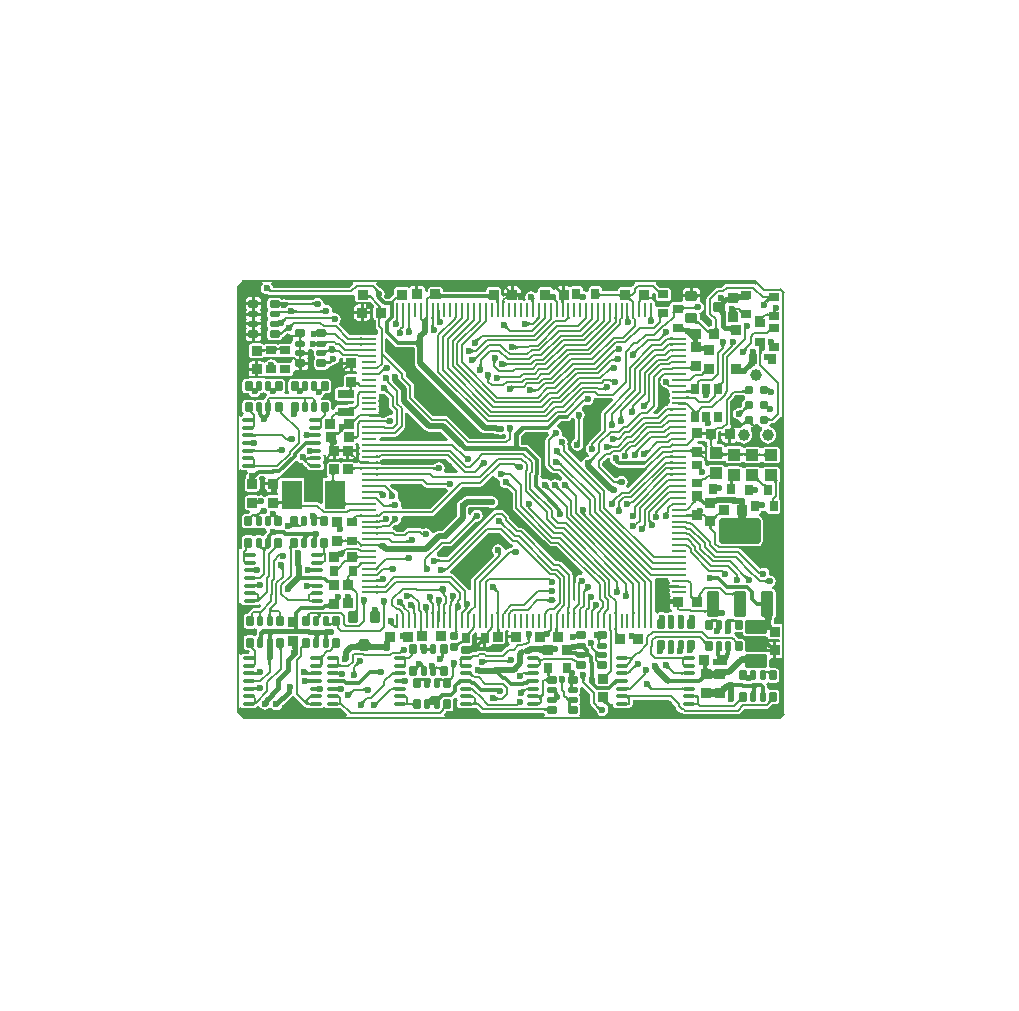
<source format=gtl>
G04*
G04 #@! TF.GenerationSoftware,Altium Limited,Altium Designer,20.2.7 (254)*
G04*
G04 Layer_Physical_Order=1*
G04 Layer_Color=255*
%FSLAX25Y25*%
%MOIN*%
G70*
G04*
G04 #@! TF.SameCoordinates,89FD41CB-11A8-4235-96C3-A5A174C84699*
G04*
G04*
G04 #@! TF.FilePolarity,Positive*
G04*
G01*
G75*
%ADD10C,0.00787*%
%ADD11C,0.00984*%
G04:AMPARAMS|DCode=17|XSize=27.56mil|YSize=36.22mil|CornerRadius=2.76mil|HoleSize=0mil|Usage=FLASHONLY|Rotation=270.000|XOffset=0mil|YOffset=0mil|HoleType=Round|Shape=RoundedRectangle|*
%AMROUNDEDRECTD17*
21,1,0.02756,0.03071,0,0,270.0*
21,1,0.02205,0.03622,0,0,270.0*
1,1,0.00551,-0.01535,-0.01102*
1,1,0.00551,-0.01535,0.01102*
1,1,0.00551,0.01535,0.01102*
1,1,0.00551,0.01535,-0.01102*
%
%ADD17ROUNDEDRECTD17*%
G04:AMPARAMS|DCode=18|XSize=33.47mil|YSize=33.47mil|CornerRadius=3.35mil|HoleSize=0mil|Usage=FLASHONLY|Rotation=90.000|XOffset=0mil|YOffset=0mil|HoleType=Round|Shape=RoundedRectangle|*
%AMROUNDEDRECTD18*
21,1,0.03347,0.02677,0,0,90.0*
21,1,0.02677,0.03347,0,0,90.0*
1,1,0.00669,0.01339,0.01339*
1,1,0.00669,0.01339,-0.01339*
1,1,0.00669,-0.01339,-0.01339*
1,1,0.00669,-0.01339,0.01339*
%
%ADD18ROUNDEDRECTD18*%
G04:AMPARAMS|DCode=19|XSize=70.87mil|YSize=45.28mil|CornerRadius=4.53mil|HoleSize=0mil|Usage=FLASHONLY|Rotation=0.000|XOffset=0mil|YOffset=0mil|HoleType=Round|Shape=RoundedRectangle|*
%AMROUNDEDRECTD19*
21,1,0.07087,0.03622,0,0,0.0*
21,1,0.06181,0.04528,0,0,0.0*
1,1,0.00906,0.03091,-0.01811*
1,1,0.00906,-0.03091,-0.01811*
1,1,0.00906,-0.03091,0.01811*
1,1,0.00906,0.03091,0.01811*
%
%ADD19ROUNDEDRECTD19*%
G04:AMPARAMS|DCode=20|XSize=27.56mil|YSize=36.22mil|CornerRadius=2.76mil|HoleSize=0mil|Usage=FLASHONLY|Rotation=180.000|XOffset=0mil|YOffset=0mil|HoleType=Round|Shape=RoundedRectangle|*
%AMROUNDEDRECTD20*
21,1,0.02756,0.03071,0,0,180.0*
21,1,0.02205,0.03622,0,0,180.0*
1,1,0.00551,-0.01102,0.01535*
1,1,0.00551,0.01102,0.01535*
1,1,0.00551,0.01102,-0.01535*
1,1,0.00551,-0.01102,-0.01535*
%
%ADD20ROUNDEDRECTD20*%
G04:AMPARAMS|DCode=21|XSize=137.8mil|YSize=84.65mil|CornerRadius=8.47mil|HoleSize=0mil|Usage=FLASHONLY|Rotation=0.000|XOffset=0mil|YOffset=0mil|HoleType=Round|Shape=RoundedRectangle|*
%AMROUNDEDRECTD21*
21,1,0.13780,0.06772,0,0,0.0*
21,1,0.12087,0.08465,0,0,0.0*
1,1,0.01693,0.06043,-0.03386*
1,1,0.01693,-0.06043,-0.03386*
1,1,0.01693,-0.06043,0.03386*
1,1,0.01693,0.06043,0.03386*
%
%ADD21ROUNDEDRECTD21*%
G04:AMPARAMS|DCode=22|XSize=43.31mil|YSize=84.65mil|CornerRadius=4.33mil|HoleSize=0mil|Usage=FLASHONLY|Rotation=0.000|XOffset=0mil|YOffset=0mil|HoleType=Round|Shape=RoundedRectangle|*
%AMROUNDEDRECTD22*
21,1,0.04331,0.07598,0,0,0.0*
21,1,0.03465,0.08465,0,0,0.0*
1,1,0.00866,0.01732,-0.03799*
1,1,0.00866,-0.01732,-0.03799*
1,1,0.00866,-0.01732,0.03799*
1,1,0.00866,0.01732,0.03799*
%
%ADD22ROUNDEDRECTD22*%
G04:AMPARAMS|DCode=23|XSize=43.31mil|YSize=84.65mil|CornerRadius=4.33mil|HoleSize=0mil|Usage=FLASHONLY|Rotation=0.000|XOffset=0mil|YOffset=0mil|HoleType=Round|Shape=RoundedRectangle|*
%AMROUNDEDRECTD23*
21,1,0.04331,0.07599,0,0,0.0*
21,1,0.03465,0.08465,0,0,0.0*
1,1,0.00866,0.01732,-0.03799*
1,1,0.00866,-0.01732,-0.03799*
1,1,0.00866,-0.01732,0.03799*
1,1,0.00866,0.01732,0.03799*
%
%ADD23ROUNDEDRECTD23*%
%ADD24O,0.04331X0.01181*%
%ADD25O,0.05118X0.00866*%
%ADD26O,0.00866X0.05118*%
G04:AMPARAMS|DCode=27|XSize=33.47mil|YSize=33.47mil|CornerRadius=3.35mil|HoleSize=0mil|Usage=FLASHONLY|Rotation=180.000|XOffset=0mil|YOffset=0mil|HoleType=Round|Shape=RoundedRectangle|*
%AMROUNDEDRECTD27*
21,1,0.03347,0.02677,0,0,180.0*
21,1,0.02677,0.03347,0,0,180.0*
1,1,0.00669,-0.01339,0.01339*
1,1,0.00669,0.01339,0.01339*
1,1,0.00669,0.01339,-0.01339*
1,1,0.00669,-0.01339,-0.01339*
%
%ADD27ROUNDEDRECTD27*%
G04:AMPARAMS|DCode=28|XSize=39.37mil|YSize=43.31mil|CornerRadius=3.94mil|HoleSize=0mil|Usage=FLASHONLY|Rotation=270.000|XOffset=0mil|YOffset=0mil|HoleType=Round|Shape=RoundedRectangle|*
%AMROUNDEDRECTD28*
21,1,0.03937,0.03543,0,0,270.0*
21,1,0.03150,0.04331,0,0,270.0*
1,1,0.00787,-0.01772,-0.01575*
1,1,0.00787,-0.01772,0.01575*
1,1,0.00787,0.01772,0.01575*
1,1,0.00787,0.01772,-0.01575*
%
%ADD28ROUNDEDRECTD28*%
G04:AMPARAMS|DCode=29|XSize=35.43mil|YSize=37.4mil|CornerRadius=3.54mil|HoleSize=0mil|Usage=FLASHONLY|Rotation=270.000|XOffset=0mil|YOffset=0mil|HoleType=Round|Shape=RoundedRectangle|*
%AMROUNDEDRECTD29*
21,1,0.03543,0.03032,0,0,270.0*
21,1,0.02835,0.03740,0,0,270.0*
1,1,0.00709,-0.01516,-0.01417*
1,1,0.00709,-0.01516,0.01417*
1,1,0.00709,0.01516,0.01417*
1,1,0.00709,0.01516,-0.01417*
%
%ADD29ROUNDEDRECTD29*%
G04:AMPARAMS|DCode=30|XSize=35.43mil|YSize=37.4mil|CornerRadius=3.54mil|HoleSize=0mil|Usage=FLASHONLY|Rotation=270.000|XOffset=0mil|YOffset=0mil|HoleType=Round|Shape=RoundedRectangle|*
%AMROUNDEDRECTD30*
21,1,0.03543,0.03032,0,0,270.0*
21,1,0.02835,0.03740,0,0,270.0*
1,1,0.00709,-0.01516,-0.01417*
1,1,0.00709,-0.01516,0.01417*
1,1,0.00709,0.01516,0.01417*
1,1,0.00709,0.01516,-0.01417*
%
%ADD30ROUNDEDRECTD30*%
%ADD31R,0.06693X0.09449*%
G04:AMPARAMS|DCode=32|XSize=23.62mil|YSize=35.43mil|CornerRadius=2.36mil|HoleSize=0mil|Usage=FLASHONLY|Rotation=180.000|XOffset=0mil|YOffset=0mil|HoleType=Round|Shape=RoundedRectangle|*
%AMROUNDEDRECTD32*
21,1,0.02362,0.03071,0,0,180.0*
21,1,0.01890,0.03543,0,0,180.0*
1,1,0.00472,-0.00945,0.01535*
1,1,0.00472,0.00945,0.01535*
1,1,0.00472,0.00945,-0.01535*
1,1,0.00472,-0.00945,-0.01535*
%
%ADD32ROUNDEDRECTD32*%
G04:AMPARAMS|DCode=33|XSize=25.59mil|YSize=31.5mil|CornerRadius=2.56mil|HoleSize=0mil|Usage=FLASHONLY|Rotation=0.000|XOffset=0mil|YOffset=0mil|HoleType=Round|Shape=RoundedRectangle|*
%AMROUNDEDRECTD33*
21,1,0.02559,0.02638,0,0,0.0*
21,1,0.02047,0.03150,0,0,0.0*
1,1,0.00512,0.01024,-0.01319*
1,1,0.00512,-0.01024,-0.01319*
1,1,0.00512,-0.01024,0.01319*
1,1,0.00512,0.01024,0.01319*
%
%ADD33ROUNDEDRECTD33*%
G04:AMPARAMS|DCode=34|XSize=17.72mil|YSize=31.5mil|CornerRadius=1.77mil|HoleSize=0mil|Usage=FLASHONLY|Rotation=0.000|XOffset=0mil|YOffset=0mil|HoleType=Round|Shape=RoundedRectangle|*
%AMROUNDEDRECTD34*
21,1,0.01772,0.02795,0,0,0.0*
21,1,0.01417,0.03150,0,0,0.0*
1,1,0.00354,0.00709,-0.01398*
1,1,0.00354,-0.00709,-0.01398*
1,1,0.00354,-0.00709,0.01398*
1,1,0.00354,0.00709,0.01398*
%
%ADD34ROUNDEDRECTD34*%
G04:AMPARAMS|DCode=35|XSize=35.83mil|YSize=33.47mil|CornerRadius=3.35mil|HoleSize=0mil|Usage=FLASHONLY|Rotation=270.000|XOffset=0mil|YOffset=0mil|HoleType=Round|Shape=RoundedRectangle|*
%AMROUNDEDRECTD35*
21,1,0.03583,0.02677,0,0,270.0*
21,1,0.02913,0.03347,0,0,270.0*
1,1,0.00669,-0.01339,-0.01457*
1,1,0.00669,-0.01339,0.01457*
1,1,0.00669,0.01339,0.01457*
1,1,0.00669,0.01339,-0.01457*
%
%ADD35ROUNDEDRECTD35*%
G04:AMPARAMS|DCode=36|XSize=35.43mil|YSize=37.4mil|CornerRadius=3.54mil|HoleSize=0mil|Usage=FLASHONLY|Rotation=180.000|XOffset=0mil|YOffset=0mil|HoleType=Round|Shape=RoundedRectangle|*
%AMROUNDEDRECTD36*
21,1,0.03543,0.03032,0,0,180.0*
21,1,0.02835,0.03740,0,0,180.0*
1,1,0.00709,-0.01417,0.01516*
1,1,0.00709,0.01417,0.01516*
1,1,0.00709,0.01417,-0.01516*
1,1,0.00709,-0.01417,-0.01516*
%
%ADD36ROUNDEDRECTD36*%
G04:AMPARAMS|DCode=37|XSize=35.43mil|YSize=37.4mil|CornerRadius=3.54mil|HoleSize=0mil|Usage=FLASHONLY|Rotation=180.000|XOffset=0mil|YOffset=0mil|HoleType=Round|Shape=RoundedRectangle|*
%AMROUNDEDRECTD37*
21,1,0.03543,0.03032,0,0,180.0*
21,1,0.02835,0.03740,0,0,180.0*
1,1,0.00709,-0.01417,0.01516*
1,1,0.00709,0.01417,0.01516*
1,1,0.00709,0.01417,-0.01516*
1,1,0.00709,-0.01417,-0.01516*
%
%ADD37ROUNDEDRECTD37*%
G04:AMPARAMS|DCode=38|XSize=25.59mil|YSize=31.5mil|CornerRadius=2.56mil|HoleSize=0mil|Usage=FLASHONLY|Rotation=270.000|XOffset=0mil|YOffset=0mil|HoleType=Round|Shape=RoundedRectangle|*
%AMROUNDEDRECTD38*
21,1,0.02559,0.02638,0,0,270.0*
21,1,0.02047,0.03150,0,0,270.0*
1,1,0.00512,-0.01319,-0.01024*
1,1,0.00512,-0.01319,0.01024*
1,1,0.00512,0.01319,0.01024*
1,1,0.00512,0.01319,-0.01024*
%
%ADD38ROUNDEDRECTD38*%
G04:AMPARAMS|DCode=39|XSize=17.72mil|YSize=31.5mil|CornerRadius=1.77mil|HoleSize=0mil|Usage=FLASHONLY|Rotation=270.000|XOffset=0mil|YOffset=0mil|HoleType=Round|Shape=RoundedRectangle|*
%AMROUNDEDRECTD39*
21,1,0.01772,0.02795,0,0,270.0*
21,1,0.01417,0.03150,0,0,270.0*
1,1,0.00354,-0.01398,-0.00709*
1,1,0.00354,-0.01398,0.00709*
1,1,0.00354,0.01398,0.00709*
1,1,0.00354,0.01398,-0.00709*
%
%ADD39ROUNDEDRECTD39*%
G04:AMPARAMS|DCode=40|XSize=27.56mil|YSize=55.12mil|CornerRadius=2.76mil|HoleSize=0mil|Usage=FLASHONLY|Rotation=270.000|XOffset=0mil|YOffset=0mil|HoleType=Round|Shape=RoundedRectangle|*
%AMROUNDEDRECTD40*
21,1,0.02756,0.04961,0,0,270.0*
21,1,0.02205,0.05512,0,0,270.0*
1,1,0.00551,-0.02480,-0.01102*
1,1,0.00551,-0.02480,0.01102*
1,1,0.00551,0.02480,0.01102*
1,1,0.00551,0.02480,-0.01102*
%
%ADD40ROUNDEDRECTD40*%
G04:AMPARAMS|DCode=41|XSize=27.56mil|YSize=23.62mil|CornerRadius=2.36mil|HoleSize=0mil|Usage=FLASHONLY|Rotation=180.000|XOffset=0mil|YOffset=0mil|HoleType=Round|Shape=RoundedRectangle|*
%AMROUNDEDRECTD41*
21,1,0.02756,0.01890,0,0,180.0*
21,1,0.02284,0.02362,0,0,180.0*
1,1,0.00472,-0.01142,0.00945*
1,1,0.00472,0.01142,0.00945*
1,1,0.00472,0.01142,-0.00945*
1,1,0.00472,-0.01142,-0.00945*
%
%ADD41ROUNDEDRECTD41*%
G04:AMPARAMS|DCode=42|XSize=35.83mil|YSize=33.47mil|CornerRadius=3.35mil|HoleSize=0mil|Usage=FLASHONLY|Rotation=180.000|XOffset=0mil|YOffset=0mil|HoleType=Round|Shape=RoundedRectangle|*
%AMROUNDEDRECTD42*
21,1,0.03583,0.02677,0,0,180.0*
21,1,0.02913,0.03347,0,0,180.0*
1,1,0.00669,-0.01457,0.01339*
1,1,0.00669,0.01457,0.01339*
1,1,0.00669,0.01457,-0.01339*
1,1,0.00669,-0.01457,-0.01339*
%
%ADD42ROUNDEDRECTD42*%
G04:AMPARAMS|DCode=72|XSize=9.84mil|YSize=27.56mil|CornerRadius=4.92mil|HoleSize=0mil|Usage=FLASHONLY|Rotation=180.000|XOffset=0mil|YOffset=0mil|HoleType=Round|Shape=RoundedRectangle|*
%AMROUNDEDRECTD72*
21,1,0.00984,0.01772,0,0,180.0*
21,1,0.00000,0.02756,0,0,180.0*
1,1,0.00984,0.00000,0.00886*
1,1,0.00984,0.00000,0.00886*
1,1,0.00984,0.00000,-0.00886*
1,1,0.00984,0.00000,-0.00886*
%
%ADD72ROUNDEDRECTD72*%
G04:AMPARAMS|DCode=73|XSize=7.87mil|YSize=1424.8mil|CornerRadius=3.94mil|HoleSize=0mil|Usage=FLASHONLY|Rotation=180.000|XOffset=0mil|YOffset=0mil|HoleType=Round|Shape=RoundedRectangle|*
%AMROUNDEDRECTD73*
21,1,0.00787,1.41693,0,0,180.0*
21,1,0.00000,1.42480,0,0,180.0*
1,1,0.00787,0.00000,0.70847*
1,1,0.00787,0.00000,0.70847*
1,1,0.00787,0.00000,-0.70847*
1,1,0.00787,0.00000,-0.70847*
%
%ADD73ROUNDEDRECTD73*%
G04:AMPARAMS|DCode=74|XSize=7.87mil|YSize=1795.28mil|CornerRadius=3.94mil|HoleSize=0mil|Usage=FLASHONLY|Rotation=270.000|XOffset=0mil|YOffset=0mil|HoleType=Round|Shape=RoundedRectangle|*
%AMROUNDEDRECTD74*
21,1,0.00787,1.78740,0,0,270.0*
21,1,0.00000,1.79528,0,0,270.0*
1,1,0.00787,-0.89370,0.00000*
1,1,0.00787,-0.89370,0.00000*
1,1,0.00787,0.89370,0.00000*
1,1,0.00787,0.89370,0.00000*
%
%ADD74ROUNDEDRECTD74*%
G04:AMPARAMS|DCode=75|XSize=7.87mil|YSize=1413.39mil|CornerRadius=3.94mil|HoleSize=0mil|Usage=FLASHONLY|Rotation=180.000|XOffset=0mil|YOffset=0mil|HoleType=Round|Shape=RoundedRectangle|*
%AMROUNDEDRECTD75*
21,1,0.00787,1.40551,0,0,180.0*
21,1,0.00000,1.41339,0,0,180.0*
1,1,0.00787,0.00000,0.70276*
1,1,0.00787,0.00000,0.70276*
1,1,0.00787,0.00000,-0.70276*
1,1,0.00787,0.00000,-0.70276*
%
%ADD75ROUNDEDRECTD75*%
G04:AMPARAMS|DCode=76|XSize=7.87mil|YSize=1712.6mil|CornerRadius=3.94mil|HoleSize=0mil|Usage=FLASHONLY|Rotation=270.000|XOffset=0mil|YOffset=0mil|HoleType=Round|Shape=RoundedRectangle|*
%AMROUNDEDRECTD76*
21,1,0.00787,1.70472,0,0,270.0*
21,1,0.00000,1.71260,0,0,270.0*
1,1,0.00787,-0.85236,0.00000*
1,1,0.00787,-0.85236,0.00000*
1,1,0.00787,0.85236,0.00000*
1,1,0.00787,0.85236,0.00000*
%
%ADD76ROUNDEDRECTD76*%
G04:AMPARAMS|DCode=77|XSize=7.87mil|YSize=31.5mil|CornerRadius=3.94mil|HoleSize=0mil|Usage=FLASHONLY|Rotation=315.000|XOffset=0mil|YOffset=0mil|HoleType=Round|Shape=RoundedRectangle|*
%AMROUNDEDRECTD77*
21,1,0.00787,0.02362,0,0,315.0*
21,1,0.00000,0.03150,0,0,315.0*
1,1,0.00787,-0.00835,-0.00835*
1,1,0.00787,-0.00835,-0.00835*
1,1,0.00787,0.00835,0.00835*
1,1,0.00787,0.00835,0.00835*
%
%ADD77ROUNDEDRECTD77*%
G04:AMPARAMS|DCode=78|XSize=7.87mil|YSize=62.99mil|CornerRadius=3.94mil|HoleSize=0mil|Usage=FLASHONLY|Rotation=270.000|XOffset=0mil|YOffset=0mil|HoleType=Round|Shape=RoundedRectangle|*
%AMROUNDEDRECTD78*
21,1,0.00787,0.05512,0,0,270.0*
21,1,0.00000,0.06299,0,0,270.0*
1,1,0.00787,-0.02756,0.00000*
1,1,0.00787,-0.02756,0.00000*
1,1,0.00787,0.02756,0.00000*
1,1,0.00787,0.02756,0.00000*
%
%ADD78ROUNDEDRECTD78*%
G04:AMPARAMS|DCode=79|XSize=7.87mil|YSize=47.24mil|CornerRadius=3.94mil|HoleSize=0mil|Usage=FLASHONLY|Rotation=45.000|XOffset=0mil|YOffset=0mil|HoleType=Round|Shape=RoundedRectangle|*
%AMROUNDEDRECTD79*
21,1,0.00787,0.03937,0,0,45.0*
21,1,0.00000,0.04724,0,0,45.0*
1,1,0.00787,0.01392,-0.01392*
1,1,0.00787,0.01392,-0.01392*
1,1,0.00787,-0.01392,0.01392*
1,1,0.00787,-0.01392,0.01392*
%
%ADD79ROUNDEDRECTD79*%
G04:AMPARAMS|DCode=80|XSize=7.87mil|YSize=21.65mil|CornerRadius=3.94mil|HoleSize=0mil|Usage=FLASHONLY|Rotation=45.000|XOffset=0mil|YOffset=0mil|HoleType=Round|Shape=RoundedRectangle|*
%AMROUNDEDRECTD80*
21,1,0.00787,0.01378,0,0,45.0*
21,1,0.00000,0.02165,0,0,45.0*
1,1,0.00787,0.00487,-0.00487*
1,1,0.00787,0.00487,-0.00487*
1,1,0.00787,-0.00487,0.00487*
1,1,0.00787,-0.00487,0.00487*
%
%ADD80ROUNDEDRECTD80*%
G04:AMPARAMS|DCode=81|XSize=7.87mil|YSize=22.84mil|CornerRadius=3.94mil|HoleSize=0mil|Usage=FLASHONLY|Rotation=135.000|XOffset=0mil|YOffset=0mil|HoleType=Round|Shape=RoundedRectangle|*
%AMROUNDEDRECTD81*
21,1,0.00787,0.01496,0,0,135.0*
21,1,0.00000,0.02284,0,0,135.0*
1,1,0.00787,0.00529,0.00529*
1,1,0.00787,0.00529,0.00529*
1,1,0.00787,-0.00529,-0.00529*
1,1,0.00787,-0.00529,-0.00529*
%
%ADD81ROUNDEDRECTD81*%
G04:AMPARAMS|DCode=82|XSize=7.87mil|YSize=37.01mil|CornerRadius=3.94mil|HoleSize=0mil|Usage=FLASHONLY|Rotation=225.000|XOffset=0mil|YOffset=0mil|HoleType=Round|Shape=RoundedRectangle|*
%AMROUNDEDRECTD82*
21,1,0.00787,0.02913,0,0,225.0*
21,1,0.00000,0.03701,0,0,225.0*
1,1,0.00787,-0.01030,0.01030*
1,1,0.00787,-0.01030,0.01030*
1,1,0.00787,0.01030,-0.01030*
1,1,0.00787,0.01030,-0.01030*
%
%ADD82ROUNDEDRECTD82*%
%ADD83R,0.01968X0.01968*%
%ADD84C,0.03100*%
%ADD85C,0.01181*%
%ADD86C,0.01968*%
%ADD87C,0.01575*%
%ADD88C,0.03900*%
%ADD89C,0.02362*%
G36*
X173708Y145615D02*
X173206Y145003D01*
X172902Y145207D01*
X172441Y145299D01*
X172441Y145299D01*
X163681D01*
X163220Y145207D01*
X162830Y144946D01*
X162001Y144118D01*
X160636D01*
X160636Y144118D01*
X160175Y144026D01*
X159784Y143765D01*
X157200Y141180D01*
X156939Y140790D01*
X156847Y140329D01*
X156847Y140329D01*
Y135447D01*
X156847Y135447D01*
X156939Y134986D01*
X157200Y134595D01*
X158786Y133009D01*
Y131223D01*
X158071D01*
X157633Y131136D01*
X157444Y131009D01*
X156904Y131549D01*
X156904Y131549D01*
X156904Y131549D01*
X155121Y133332D01*
X154730Y133593D01*
X154530Y133633D01*
Y135276D01*
X154451Y135674D01*
X154804Y135744D01*
X155455Y136179D01*
X155890Y136830D01*
X156043Y137598D01*
X155890Y138366D01*
X155455Y139018D01*
X154804Y139453D01*
X154660Y139481D01*
X154747Y139921D01*
Y140839D01*
X153890D01*
X153831Y140803D01*
X153775Y140752D01*
X153735Y140693D01*
X153711Y140626D01*
X153703Y140551D01*
Y140839D01*
X151850D01*
X149998D01*
Y140551D01*
X149990Y140626D01*
X149966Y140693D01*
X149926Y140752D01*
X149870Y140803D01*
X149811Y140839D01*
X148954D01*
Y140061D01*
X148914Y139884D01*
X148276Y139293D01*
X145709D01*
X145294Y139210D01*
X144942Y138975D01*
X144707Y138623D01*
X144670Y138435D01*
X144600Y138192D01*
X144055Y137816D01*
X140984D01*
X140569Y137733D01*
X140418Y137632D01*
X139748Y137884D01*
X139630Y137981D01*
Y138740D01*
X139535Y139216D01*
X139266Y139620D01*
X138862Y139890D01*
X138541Y139954D01*
X138644Y140472D01*
Y142059D01*
X139347Y142364D01*
X139900Y141927D01*
Y140827D01*
X139983Y140412D01*
X140218Y140060D01*
X140569Y139825D01*
X140984Y139743D01*
X144055D01*
X144470Y139825D01*
X144821Y140060D01*
X145056Y140412D01*
X145139Y140827D01*
Y143031D01*
X145056Y143446D01*
X144821Y143798D01*
X144470Y144033D01*
X144055Y144115D01*
X141547D01*
X141535Y144118D01*
X141535Y144118D01*
X141207D01*
X139889Y145436D01*
X139937Y145771D01*
X140167Y146224D01*
X173064Y146260D01*
X173708Y145615D01*
D02*
G37*
G36*
X132981Y145791D02*
X133038Y145429D01*
X132808Y145198D01*
X132725Y145143D01*
X132725Y145143D01*
X132239Y144657D01*
X131501Y144207D01*
X131063Y144294D01*
X128386D01*
X127948Y144207D01*
X127577Y143959D01*
X127329Y143587D01*
X127242Y143150D01*
Y142846D01*
X121970D01*
Y143563D01*
X121887Y143978D01*
X121652Y144329D01*
X121301Y144564D01*
X120886Y144647D01*
X118681D01*
X118266Y144564D01*
X117915Y144329D01*
X117680Y143978D01*
X117597Y143563D01*
Y143083D01*
X117591Y143077D01*
X116810Y142734D01*
X116418Y142996D01*
X115670Y143145D01*
Y143563D01*
X115588Y143978D01*
X115353Y144329D01*
X115001Y144564D01*
X114587Y144647D01*
X112382D01*
X111967Y144564D01*
X111616Y144329D01*
X111385Y144283D01*
X111170Y144427D01*
X110650Y144530D01*
X109811D01*
Y141831D01*
X108811D01*
Y144530D01*
X107973D01*
X107452Y144427D01*
X107010Y144132D01*
X106715Y143690D01*
X106006Y143491D01*
X105616Y143578D01*
X105426Y143696D01*
X105238Y143978D01*
X104867Y144226D01*
X104429Y144313D01*
X101752D01*
X101314Y144226D01*
X100943Y143978D01*
X100695Y143607D01*
X100608Y143169D01*
Y142639D01*
X99967Y142408D01*
X99821Y142380D01*
X99193Y142799D01*
X98425Y142952D01*
X97657Y142799D01*
X97006Y142364D01*
X96571Y141713D01*
X96418Y140945D01*
X96472Y140673D01*
X96528Y140233D01*
X95938Y139721D01*
X95555Y139890D01*
X95079Y139985D01*
X94884Y140749D01*
Y141331D01*
X94156D01*
X93914Y140962D01*
X93894Y141052D01*
X93863Y141133D01*
X93857Y141143D01*
X93849Y141118D01*
X93840Y141043D01*
Y141172D01*
X93822Y141204D01*
X93769Y141266D01*
X93706Y141318D01*
X93685Y141331D01*
X92185D01*
X89486D01*
Y140942D01*
X89481Y140931D01*
X89235Y140883D01*
X88447Y141532D01*
Y143169D01*
X88360Y143607D01*
X88112Y143978D01*
X87741Y144226D01*
X87303Y144313D01*
X84626D01*
X84188Y144226D01*
X83817Y143978D01*
X83569Y143607D01*
X83482Y143169D01*
Y142656D01*
X83454Y142652D01*
X83378Y142645D01*
X69082D01*
X69007Y142652D01*
X68979Y142656D01*
Y143268D01*
X68892Y143706D01*
X68644Y144077D01*
X68273Y144325D01*
X67835Y144412D01*
X65158D01*
X64720Y144325D01*
X64349Y144077D01*
X64101Y143706D01*
X64013Y143268D01*
Y142810D01*
X63762Y142641D01*
X62975Y143061D01*
Y143268D01*
X62871Y143789D01*
X62576Y144230D01*
X62135Y144525D01*
X61614Y144629D01*
X60776D01*
Y143772D01*
X60811Y143713D01*
X60862Y143657D01*
X60921Y143617D01*
X60988Y143593D01*
X61063Y143585D01*
X60776D01*
Y141929D01*
X59776D01*
Y143585D01*
X59488D01*
X59563Y143593D01*
X59630Y143617D01*
X59689Y143657D01*
X59740Y143713D01*
X59776Y143772D01*
Y144629D01*
X58937D01*
X58416Y144525D01*
X58241Y144408D01*
X57581Y143978D01*
X57209Y144226D01*
X56772Y144313D01*
X53858D01*
X53421Y144226D01*
X53049Y143978D01*
X52801Y143607D01*
X52714Y143169D01*
Y141708D01*
X52492Y141664D01*
X52101Y141403D01*
X51862Y141045D01*
X51100Y140283D01*
X50144D01*
X49303Y141124D01*
X49394Y141259D01*
X49546Y142027D01*
X49394Y142796D01*
X48959Y143447D01*
X48307Y143882D01*
X48218Y143900D01*
X48085Y143968D01*
X48028Y144001D01*
X47886Y144095D01*
X47839Y144130D01*
X47774Y144185D01*
X46625Y145334D01*
X46910Y146122D01*
X132755Y146216D01*
X132981Y145791D01*
D02*
G37*
G36*
X39176Y145326D02*
X37968Y144118D01*
X12298D01*
X12189Y144666D01*
X11768Y145296D01*
X11792Y145426D01*
X12024Y146084D01*
X38878Y146113D01*
X39176Y145326D01*
D02*
G37*
G36*
X11473Y143568D02*
X11482Y143552D01*
X11499Y143529D01*
X11522Y143500D01*
X11636Y143375D01*
X11816Y143192D01*
X11259Y142635D01*
X11206Y142687D01*
X11012Y142856D01*
X10987Y142872D01*
X10966Y142881D01*
X10950Y142885D01*
X10939Y142883D01*
X11472Y143577D01*
X11473Y143568D01*
D02*
G37*
G36*
X47179Y143636D02*
X47339Y143501D01*
X47424Y143438D01*
X47604Y143319D01*
X47700Y143263D01*
X47901Y143160D01*
X48007Y143112D01*
X46468Y142525D01*
X46507Y142621D01*
X46532Y142716D01*
X46545Y142809D01*
X46544Y142901D01*
X46531Y142992D01*
X46505Y143081D01*
X46466Y143170D01*
X46414Y143257D01*
X46349Y143343D01*
X46272Y143427D01*
X47105Y143708D01*
X47179Y143636D01*
D02*
G37*
G36*
X107533Y143876D02*
X107838Y143614D01*
X107969Y143521D01*
X108087Y143453D01*
X108190Y143410D01*
X108279Y143391D01*
X108354Y143398D01*
X108415Y143430D01*
X108462Y143486D01*
X107656Y142089D01*
X107686Y142163D01*
X107697Y142245D01*
X107688Y142335D01*
X107660Y142433D01*
X107613Y142541D01*
X107546Y142656D01*
X107461Y142780D01*
X107355Y142913D01*
X107231Y143054D01*
X107087Y143203D01*
X107360Y144044D01*
X107533Y143876D01*
D02*
G37*
G36*
X168436Y141733D02*
X168643Y141718D01*
X168892Y141712D01*
Y140138D01*
X168586Y140130D01*
X168313Y140106D01*
X168072Y140067D01*
X167864Y140012D01*
X167688Y139942D01*
X167546Y139855D01*
X167436Y139753D01*
X167358Y139635D01*
X167314Y139502D01*
X167302Y139353D01*
X167280Y140141D01*
X166798Y140138D01*
Y141712D01*
X167109Y141720D01*
X167236Y141731D01*
X167221Y142280D01*
X167306Y142172D01*
X167409Y142076D01*
X167531Y141990D01*
X167670Y141917D01*
X167828Y141854D01*
X167857Y141846D01*
X168015Y141909D01*
X168156Y141996D01*
X168264Y142098D01*
X168338Y142217D01*
X168378Y142350D01*
X168385Y142500D01*
X168436Y141733D01*
D02*
G37*
G36*
X131388Y142354D02*
X131412Y142287D01*
X131452Y142228D01*
X131508Y142177D01*
X131580Y142134D01*
X131668Y142098D01*
X131772Y142071D01*
X131892Y142051D01*
X132027Y142039D01*
X132179Y142035D01*
Y141248D01*
X132027Y141244D01*
X131892Y141232D01*
X131772Y141213D01*
X131668Y141185D01*
X131580Y141150D01*
X131508Y141106D01*
X131452Y141055D01*
X131424Y141013D01*
X131480Y140916D01*
X131567Y140791D01*
X131674Y140657D01*
X131949Y140360D01*
X131608Y139587D01*
X131436Y139753D01*
X131132Y140014D01*
X131001Y140107D01*
X130883Y140176D01*
X130778Y140221D01*
X130687Y140241D01*
X130610Y140237D01*
X130545Y140208D01*
X130495Y140155D01*
X131380Y141474D01*
X131346Y141404D01*
X131333Y141325D01*
X131339Y141236D01*
X131366Y141139D01*
X131380Y141107D01*
Y142429D01*
X131388Y142354D01*
D02*
G37*
G36*
X86563Y142412D02*
X86589Y142380D01*
X86630Y142332D01*
X87389Y141553D01*
X86833Y140996D01*
X85957Y141831D01*
X86555Y142428D01*
X86563Y142412D01*
D02*
G37*
G36*
X128069Y140854D02*
X128061Y140929D01*
X128037Y140996D01*
X127997Y141055D01*
X127941Y141106D01*
X127869Y141150D01*
X127781Y141185D01*
X127677Y141213D01*
X127557Y141232D01*
X127421Y141244D01*
X127269Y141248D01*
Y142035D01*
X127421Y142039D01*
X127557Y142051D01*
X127677Y142071D01*
X127781Y142098D01*
X127869Y142134D01*
X127941Y142177D01*
X127997Y142228D01*
X128037Y142287D01*
X128061Y142354D01*
X128069Y142429D01*
Y140854D01*
D02*
G37*
G36*
X121151Y142354D02*
X121175Y142287D01*
X121215Y142228D01*
X121271Y142177D01*
X121343Y142134D01*
X121431Y142098D01*
X121534Y142071D01*
X121654Y142051D01*
X121790Y142039D01*
X121942Y142035D01*
Y141248D01*
X121790Y141244D01*
X121654Y141232D01*
X121534Y141213D01*
X121431Y141185D01*
X121343Y141150D01*
X121271Y141106D01*
X121215Y141055D01*
X121175Y140996D01*
X121151Y140929D01*
X121143Y140854D01*
Y142429D01*
X121151Y142354D01*
D02*
G37*
G36*
X66555Y141440D02*
X66529Y141432D01*
X66493Y141410D01*
X66445Y141376D01*
X66387Y141329D01*
X66145Y141112D01*
X65804Y140779D01*
X65247Y141335D01*
X65371Y141460D01*
X65900Y142061D01*
X65908Y142086D01*
X66555Y141440D01*
D02*
G37*
G36*
X64841Y140612D02*
X64836Y140622D01*
X64822Y140631D01*
X64799Y140638D01*
X64767Y140645D01*
X64726Y140651D01*
X64617Y140659D01*
X64384Y140663D01*
Y141451D01*
X64471Y141451D01*
X64767Y141469D01*
X64799Y141476D01*
X64822Y141483D01*
X64836Y141492D01*
X64841Y141502D01*
Y140612D01*
D02*
G37*
G36*
X44103Y141784D02*
X44122Y141746D01*
X44153Y141714D01*
X44197Y141685D01*
X44253Y141660D01*
X44322Y141641D01*
X44403Y141625D01*
X44497Y141614D01*
X44604Y141608D01*
X44723Y141605D01*
Y140818D01*
X44604Y140816D01*
X44403Y140798D01*
X44322Y140783D01*
X44253Y140763D01*
X44197Y140739D01*
X44153Y140710D01*
X44122Y140677D01*
X44103Y140639D01*
X44096Y140598D01*
Y141826D01*
X44103Y141784D01*
D02*
G37*
G36*
X104670Y140427D02*
X104646Y140451D01*
X104612Y140472D01*
X104568Y140491D01*
X104514Y140507D01*
X104449Y140520D01*
X104375Y140531D01*
X104196Y140546D01*
X103976Y140551D01*
Y141339D01*
X104063Y141340D01*
X104214Y141354D01*
X104277Y141366D01*
X104332Y141381D01*
X104379Y141399D01*
X104418Y141421D01*
X104449Y141447D01*
X104472Y141475D01*
X104487Y141507D01*
X104670Y140427D01*
D02*
G37*
G36*
X68159Y142309D02*
X68192Y142209D01*
X68249Y142120D01*
X68331Y142043D01*
X68438Y141978D01*
X68570Y141925D01*
X68726Y141884D01*
X68908Y141854D01*
X69114Y141837D01*
X69345Y141831D01*
Y140650D01*
X69137Y140647D01*
X68621Y140603D01*
X68484Y140577D01*
X68365Y140545D01*
X68264Y140507D01*
X68181Y140463D01*
X68115Y140413D01*
X68067Y140358D01*
X68152Y142421D01*
X68159Y142309D01*
D02*
G37*
G36*
X84393Y140259D02*
X84334Y140334D01*
X84259Y140400D01*
X84169Y140458D01*
X84064Y140509D01*
X83944Y140552D01*
X83808Y140587D01*
X83658Y140614D01*
X83492Y140634D01*
X83312Y140646D01*
X83116Y140650D01*
Y141831D01*
X83347Y141837D01*
X83553Y141854D01*
X83734Y141884D01*
X83891Y141925D01*
X84022Y141978D01*
X84129Y142043D01*
X84211Y142120D01*
X84269Y142209D01*
X84301Y142309D01*
X84309Y142421D01*
X84393Y140259D01*
D02*
G37*
G36*
X137598Y141409D02*
X137614Y141342D01*
X137648Y141284D01*
X137701Y141232D01*
X137772Y141189D01*
X137861Y141154D01*
X137968Y141126D01*
X138094Y141106D01*
X138238Y141095D01*
X138400Y141091D01*
X138346Y140303D01*
X138204Y140302D01*
X137744Y140269D01*
X137656Y140255D01*
X137578Y140237D01*
X137511Y140217D01*
X137455Y140194D01*
X137409Y140169D01*
X137600Y141484D01*
X137598Y141409D01*
D02*
G37*
G36*
X53732Y140188D02*
X53733Y140182D01*
X53716Y140177D01*
X53681Y140173D01*
X53630Y140169D01*
X53109Y140158D01*
X52953Y140157D01*
Y140945D01*
X53071Y140947D01*
X53269Y140961D01*
X53347Y140974D01*
X53413Y140991D01*
X53465Y141011D01*
X53504Y141034D01*
X53530Y141062D01*
X53542Y141093D01*
X53541Y141128D01*
X53732Y140188D01*
D02*
G37*
G36*
X177440Y141259D02*
X177442Y141274D01*
X177440Y141376D01*
X177594Y139496D01*
X177546Y139519D01*
X177493Y139530D01*
X177435Y139528D01*
X177371Y139514D01*
X177307Y139488D01*
X177294Y139459D01*
X177265Y139367D01*
X177247Y139272D01*
X177242Y139175D01*
X177248Y139076D01*
X177267Y138975D01*
X177297Y138871D01*
X175817Y139608D01*
X175933Y139648D01*
X176151Y139738D01*
X176253Y139789D01*
X176444Y139900D01*
X176533Y139961D01*
X176697Y140092D01*
X176772Y140163D01*
X176872Y140116D01*
X176871Y140263D01*
X176987Y140384D01*
X177086Y140506D01*
X177048Y140516D01*
X176928Y140535D01*
X176793Y140547D01*
X176641Y140551D01*
Y141339D01*
X176793Y141342D01*
X176928Y141354D01*
X177048Y141374D01*
X177152Y141402D01*
X177240Y141437D01*
X177312Y141480D01*
X177368Y141531D01*
X177408Y141590D01*
X177432Y141657D01*
X177440Y141732D01*
Y141259D01*
D02*
G37*
G36*
X109571Y140167D02*
X109504Y140143D01*
X109445Y140103D01*
X109394Y140047D01*
X109350Y139975D01*
X109315Y139887D01*
X109287Y139784D01*
X109268Y139664D01*
X109256Y139528D01*
X109253Y139416D01*
X109255Y138905D01*
X108461D01*
X108462Y138913D01*
X108463Y139033D01*
X108464Y139394D01*
X108460Y139528D01*
X108449Y139664D01*
X108429Y139784D01*
X108402Y139887D01*
X108366Y139975D01*
X108323Y140047D01*
X108272Y140103D01*
X108212Y140143D01*
X108146Y140167D01*
X108071Y140175D01*
X109646D01*
X109571Y140167D01*
D02*
G37*
G36*
X99521Y140491D02*
X99477Y140311D01*
X99459Y140216D01*
X99422Y139913D01*
X99415Y139806D01*
X99410Y139598D01*
X99412Y138905D01*
X98619D01*
X98620Y138913D01*
X98621Y139033D01*
X98621Y139094D01*
X98617Y139188D01*
X98602Y139294D01*
X98578Y139391D01*
X98544Y139478D01*
X98499Y139556D01*
X98445Y139624D01*
X98381Y139682D01*
X98308Y139731D01*
X98224Y139771D01*
X98131Y139801D01*
X99547Y140577D01*
X99521Y140491D01*
D02*
G37*
G36*
X89570Y138905D02*
X88776D01*
X88777Y138913D01*
X88778Y139033D01*
X88779Y139696D01*
X89567D01*
X89570Y138905D01*
D02*
G37*
G36*
X87603Y140351D02*
X87599Y140322D01*
X87595Y140277D01*
X87584Y139828D01*
X87584Y139696D01*
X87601Y138905D01*
X86808D01*
X86806Y138909D01*
X86804Y138928D01*
X86802Y138962D01*
X86798Y139376D01*
X86796Y139376D01*
X86792Y139539D01*
X86780Y139683D01*
X86761Y139810D01*
X86733Y139917D01*
X86698Y140006D01*
X86654Y140077D01*
X86603Y140129D01*
X86544Y140163D01*
X86477Y140178D01*
X86402Y140175D01*
X87607Y140366D01*
X87603Y140351D01*
D02*
G37*
G36*
X63979Y138905D02*
X63186D01*
X63187Y138913D01*
X63188Y139033D01*
X63189Y139696D01*
X63977D01*
X63979Y138905D01*
D02*
G37*
G36*
X26351Y137932D02*
X26273Y138020D01*
X26192Y138098D01*
X26107Y138167D01*
X26019Y138226D01*
X25927Y138277D01*
X25831Y138318D01*
X25731Y138350D01*
X25628Y138373D01*
X25521Y138387D01*
X25410Y138392D01*
X25484Y139179D01*
X25592Y139183D01*
X25699Y139195D01*
X25804Y139215D01*
X25907Y139243D01*
X26010Y139279D01*
X26110Y139323D01*
X26209Y139375D01*
X26306Y139435D01*
X26402Y139503D01*
X26497Y139579D01*
X26351Y137932D01*
D02*
G37*
G36*
X14457Y139498D02*
X14481Y139431D01*
X14521Y139372D01*
X14577Y139321D01*
X14649Y139278D01*
X14737Y139242D01*
X14841Y139215D01*
X14860Y139211D01*
X14985Y139231D01*
X15090Y139254D01*
X15409Y139348D01*
X15516Y139388D01*
X15945Y138972D01*
X16374Y139388D01*
X16481Y139348D01*
X16799Y139254D01*
X16905Y139231D01*
X17115Y139198D01*
X17220Y139188D01*
X17428Y139179D01*
X17830Y138392D01*
X17715Y138387D01*
X17609Y138372D01*
X17511Y138347D01*
X17421Y138312D01*
X17339Y138267D01*
X17266Y138212D01*
X17202Y138148D01*
X17146Y138073D01*
X17098Y137988D01*
X17058Y137893D01*
X15945Y138972D01*
X14831Y137893D01*
X14792Y137988D01*
X14744Y138073D01*
X14688Y138148D01*
X14623Y138212D01*
X14575Y138249D01*
X14521Y138199D01*
X14481Y138140D01*
X14457Y138073D01*
X14449Y137998D01*
Y138320D01*
X14379Y138347D01*
X14281Y138372D01*
X14175Y138387D01*
X14060Y138392D01*
X14449Y139155D01*
Y139573D01*
X14457Y139498D01*
D02*
G37*
G36*
X48222Y137989D02*
X48240Y137789D01*
X48255Y137708D01*
X48275Y137639D01*
X48299Y137582D01*
X48328Y137539D01*
X48361Y137507D01*
X48398Y137488D01*
X48440Y137482D01*
X47212D01*
X47254Y137488D01*
X47291Y137507D01*
X47324Y137539D01*
X47353Y137582D01*
X47377Y137639D01*
X47397Y137708D01*
X47412Y137789D01*
X47423Y137883D01*
X47430Y137989D01*
X47432Y138108D01*
X48220D01*
X48222Y137989D01*
D02*
G37*
G36*
X153383Y136614D02*
X153279Y136680D01*
X153070Y136790D01*
X152965Y136835D01*
X152861Y136873D01*
X152756Y136904D01*
X152650Y136928D01*
X152545Y136945D01*
X152440Y136955D01*
X152334Y136959D01*
X152155Y137746D01*
X152267Y137751D01*
X152374Y137766D01*
X152476Y137790D01*
X152572Y137824D01*
X152663Y137867D01*
X152749Y137921D01*
X152829Y137984D01*
X152904Y138057D01*
X152974Y138139D01*
X153038Y138231D01*
X153383Y136614D01*
D02*
G37*
G36*
X149044Y138065D02*
X149068Y137998D01*
X149108Y137939D01*
X149164Y137888D01*
X149236Y137845D01*
X149324Y137809D01*
X149428Y137782D01*
X149548Y137762D01*
X149684Y137750D01*
X149836Y137746D01*
Y136959D01*
X149684Y136955D01*
X149548Y136943D01*
X149428Y136923D01*
X149324Y136896D01*
X149236Y136860D01*
X149164Y136817D01*
X149108Y136766D01*
X149068Y136707D01*
X149044Y136640D01*
X149036Y136565D01*
Y138140D01*
X149044Y138065D01*
D02*
G37*
G36*
X166652Y136770D02*
X166663Y136637D01*
X166681Y136521D01*
X166707Y136419D01*
X166740Y136334D01*
X166780Y136264D01*
X166827Y136209D01*
X166882Y136170D01*
X166944Y136146D01*
X167014Y136138D01*
X166599Y136140D01*
X166648Y135585D01*
X165861D01*
X165858Y135643D01*
X165848Y135694D01*
X165832Y135738D01*
X165810Y135774D01*
X165781Y135803D01*
X165746Y135825D01*
X165704Y135840D01*
X165656Y135848D01*
X165602Y135848D01*
X165541Y135842D01*
X165822Y136143D01*
X165493Y136144D01*
X165563Y136151D01*
X165625Y136174D01*
X165681Y136213D01*
X165728Y136267D01*
X165769Y136337D01*
X165802Y136422D01*
X165828Y136522D01*
X165846Y136638D01*
X165857Y136770D01*
X165861Y136917D01*
X166648D01*
X166652Y136770D01*
D02*
G37*
G36*
X146791Y135747D02*
X146716Y135748D01*
X146650Y135730D01*
X146590Y135695D01*
X146539Y135641D01*
X146496Y135570D01*
X146461Y135481D01*
X146433Y135375D01*
X146413Y135250D01*
X146402Y135108D01*
X146398Y134948D01*
X145610Y134968D01*
X145609Y135105D01*
X145586Y135457D01*
X145573Y135556D01*
X145537Y135723D01*
X145514Y135792D01*
X145489Y135852D01*
X145460Y135901D01*
X146791Y135747D01*
D02*
G37*
G36*
X19587Y136914D02*
X19652Y136830D01*
X19724Y136756D01*
X19801Y136693D01*
X19884Y136638D01*
X19974Y136594D01*
X20069Y136560D01*
X20170Y136535D01*
X20277Y136521D01*
X20390Y136516D01*
X20172Y135728D01*
X20067Y135725D01*
X19962Y135715D01*
X19857Y135699D01*
X19751Y135677D01*
X19646Y135648D01*
X19540Y135612D01*
X19434Y135570D01*
X19221Y135467D01*
X19114Y135406D01*
X19527Y137007D01*
X19587Y136914D01*
D02*
G37*
G36*
X29410Y135406D02*
X29303Y135467D01*
X29090Y135570D01*
X28984Y135612D01*
X28878Y135648D01*
X28772Y135677D01*
X28667Y135699D01*
X28561Y135715D01*
X28457Y135725D01*
X28352Y135728D01*
X28134Y136516D01*
X28247Y136521D01*
X28354Y136535D01*
X28455Y136560D01*
X28550Y136594D01*
X28639Y136638D01*
X28723Y136693D01*
X28800Y136756D01*
X28871Y136830D01*
X28937Y136914D01*
X28996Y137007D01*
X29410Y135406D01*
D02*
G37*
G36*
X168174Y136975D02*
X168482Y136710D01*
X168614Y136616D01*
X168731Y136548D01*
X168833Y136506D01*
X168921Y136490D01*
X168993Y136499D01*
X169050Y136534D01*
X169093Y136595D01*
X168385Y135100D01*
X168411Y135178D01*
X168418Y135263D01*
X168407Y135356D01*
X168378Y135456D01*
X168330Y135563D01*
X168264Y135678D01*
X168180Y135801D01*
X168077Y135931D01*
X167956Y136069D01*
X167816Y136214D01*
X167997Y137147D01*
X168174Y136975D01*
D02*
G37*
G36*
X175535Y134211D02*
X176107D01*
X176004Y134103D01*
X175925Y134007D01*
X175868Y133921D01*
X175834Y133847D01*
X175822Y133785D01*
X175834Y133734D01*
X175868Y133694D01*
X175925Y133665D01*
X176004Y133648D01*
X176107Y133643D01*
X175499D01*
X175496Y133601D01*
X175002Y133110D01*
X174929Y133643D01*
X173880D01*
X173989Y133648D01*
X174099Y133665D01*
X174209Y133694D01*
X174319Y133734D01*
X174431Y133785D01*
X174542Y133847D01*
X174654Y133921D01*
X174767Y134007D01*
X174867Y134093D01*
X174790Y134652D01*
X174860Y134599D01*
X174932Y134562D01*
X175005Y134538D01*
X175081Y134530D01*
X175158Y134537D01*
X175237Y134558D01*
X175318Y134594D01*
X175401Y134645D01*
X175486Y134710D01*
X175573Y134791D01*
X175535Y134211D01*
D02*
G37*
G36*
X177440Y134279D02*
X177435Y134353D01*
X177413Y134420D01*
X177375Y134479D01*
X177320Y134530D01*
X177249Y134574D01*
X177160Y134609D01*
X177055Y134637D01*
X176934Y134657D01*
X176796Y134668D01*
X176641Y134672D01*
Y135460D01*
X176760Y135463D01*
X176871Y135475D01*
X176976Y135494D01*
X177073Y135520D01*
X177163Y135555D01*
X177246Y135596D01*
X177322Y135646D01*
X177391Y135703D01*
X177452Y135767D01*
X177507Y135839D01*
X177440Y134279D01*
D02*
G37*
G36*
X163030Y136095D02*
X163067Y136043D01*
X163100Y135940D01*
X163127Y135786D01*
X163149Y135582D01*
X163179Y135021D01*
X163189Y134257D01*
X161614D01*
X161606Y134572D01*
X161583Y134853D01*
X161543Y135098D01*
X161488Y135309D01*
X161417Y135485D01*
X161331Y135627D01*
X161228Y135733D01*
X161110Y135805D01*
X160977Y135842D01*
X160827Y135844D01*
X162941Y136048D01*
X162988Y136097D01*
X163030Y136095D01*
D02*
G37*
G36*
X54133Y134311D02*
X54130Y134283D01*
X54125Y134181D01*
X54120Y133670D01*
X54121Y133621D01*
X54155Y133182D01*
X54175Y133045D01*
X54229Y132785D01*
X54262Y132662D01*
X54343Y132431D01*
X52832Y133094D01*
X52927Y133135D01*
X53012Y133185D01*
X53087Y133243D01*
X53152Y133309D01*
X53207Y133383D01*
X53252Y133465D01*
X53286Y133555D01*
X53311Y133654D01*
X53326Y133760D01*
X53331Y133875D01*
X53336Y133874D01*
X53343Y134324D01*
X54137D01*
X54133Y134311D01*
D02*
G37*
G36*
X138779Y134766D02*
X138784Y134657D01*
X138796Y134551D01*
X138816Y134446D01*
X138845Y134343D01*
X138882Y134241D01*
X138927Y134142D01*
X138981Y134045D01*
X139042Y133949D01*
X139112Y133855D01*
X139190Y133763D01*
X138780Y133788D01*
X138779Y133532D01*
X137992D01*
X137991Y133837D01*
X137540Y133866D01*
X137626Y133946D01*
X137703Y134029D01*
X137770Y134116D01*
X137829Y134206D01*
X137879Y134299D01*
X137920Y134396D01*
X137951Y134497D01*
X137974Y134600D01*
X137987Y134707D01*
X137992Y134818D01*
X138779Y134766D01*
D02*
G37*
G36*
X105317Y134317D02*
X105316Y134262D01*
X105315Y133657D01*
X104527D01*
X104525Y134324D01*
X105318D01*
X105317Y134317D01*
D02*
G37*
G36*
X77758D02*
X77757Y134262D01*
X77756Y133657D01*
X76968D01*
X76965Y134324D01*
X77759D01*
X77758Y134317D01*
D02*
G37*
G36*
X16754Y133422D02*
X16680Y133342D01*
X16614Y133258D01*
X16554Y133169D01*
X16502Y133076D01*
X16456Y132978D01*
X16418Y132876D01*
X16387Y132770D01*
X16363Y132658D01*
X16347Y132543D01*
X16337Y132422D01*
X15239Y133659D01*
X15356Y133655D01*
X15470Y133660D01*
X15579Y133673D01*
X15685Y133696D01*
X15786Y133727D01*
X15883Y133767D01*
X15977Y133815D01*
X16066Y133873D01*
X16151Y133939D01*
X16232Y134014D01*
X16754Y133422D01*
D02*
G37*
G36*
X62013Y134320D02*
X62015Y134303D01*
X62017Y134271D01*
X62023Y133646D01*
X61235D01*
X61217Y134324D01*
X62011D01*
X62013Y134320D01*
D02*
G37*
G36*
X119094Y134312D02*
X119091Y134286D01*
X119086Y134196D01*
X119079Y133603D01*
X118292D01*
X118304Y134324D01*
X119097D01*
X119094Y134312D01*
D02*
G37*
G36*
X130910Y134468D02*
X130923Y134361D01*
X130946Y134257D01*
X130978Y134156D01*
X131018Y134059D01*
X131068Y133966D01*
X131126Y133875D01*
X131194Y133788D01*
X131271Y133704D01*
X131357Y133624D01*
X130906Y133598D01*
X130905Y133532D01*
X130118D01*
X130118Y133553D01*
X129706Y133529D01*
X129784Y133621D01*
X129854Y133714D01*
X129916Y133810D01*
X129970Y133907D01*
X130015Y134006D01*
X130052Y134107D01*
X130081Y134210D01*
X130102Y134315D01*
X130114Y134422D01*
X130118Y134530D01*
X130905Y134578D01*
X130910Y134468D01*
D02*
G37*
G36*
X126971Y134315D02*
X126970Y134195D01*
X126969Y133532D01*
X126181D01*
X126178Y134324D01*
X126971D01*
X126971Y134315D01*
D02*
G37*
G36*
X125002D02*
X125001Y134195D01*
X125000Y133532D01*
X124213D01*
X124209Y134324D01*
X125003D01*
X125002Y134315D01*
D02*
G37*
G36*
X83664D02*
X83662Y134195D01*
X83662Y133532D01*
X82874D01*
X82871Y134324D01*
X83664D01*
X83664Y134315D01*
D02*
G37*
G36*
X81695D02*
X81694Y134195D01*
X81693Y133532D01*
X80905D01*
X80902Y134324D01*
X81696D01*
X81695Y134315D01*
D02*
G37*
G36*
X79727D02*
X79725Y134195D01*
X79725Y133532D01*
X78937D01*
X78934Y134324D01*
X79727D01*
X79727Y134315D01*
D02*
G37*
G36*
X65947D02*
X65946Y134195D01*
X65945Y133532D01*
X65158D01*
X65154Y134324D01*
X65948D01*
X65947Y134315D01*
D02*
G37*
G36*
X63979D02*
X63977Y134195D01*
X63977Y133532D01*
X63189D01*
X63186Y134324D01*
X63979D01*
X63979Y134315D01*
D02*
G37*
G36*
X58073D02*
X58072Y134195D01*
X58071Y133532D01*
X57284D01*
X57280Y134324D01*
X58074D01*
X58073Y134315D01*
D02*
G37*
G36*
X56105D02*
X56103Y134195D01*
X56103Y133532D01*
X55315D01*
X55312Y134324D01*
X56105D01*
X56105Y134315D01*
D02*
G37*
G36*
X123031Y134311D02*
X123028Y134283D01*
X123023Y134181D01*
X123016Y133510D01*
X122229Y133598D01*
X122241Y134324D01*
X123034D01*
X123031Y134311D01*
D02*
G37*
G36*
X121062D02*
X121059Y134283D01*
X121054Y134181D01*
X121048Y133510D01*
X120260Y133598D01*
X120273Y134324D01*
X121066D01*
X121062Y134311D01*
D02*
G37*
G36*
X142165Y134271D02*
X142090Y134266D01*
X142024Y134245D01*
X141964Y134207D01*
X141913Y134152D01*
X141870Y134081D01*
X141835Y133992D01*
X141807Y133887D01*
X141787Y133765D01*
X141776Y133627D01*
X141772Y133471D01*
X140984D01*
X140982Y133613D01*
X140954Y133965D01*
X140937Y134057D01*
X140916Y134138D01*
X140891Y134206D01*
X140863Y134262D01*
X140830Y134306D01*
X140794Y134337D01*
X142165Y134271D01*
D02*
G37*
G36*
X48449Y134163D02*
X48382Y134139D01*
X48323Y134099D01*
X48272Y134043D01*
X48228Y133971D01*
X48193Y133883D01*
X48165Y133779D01*
X48146Y133660D01*
X48134Y133524D01*
X48130Y133372D01*
X47343D01*
X47339Y133524D01*
X47327Y133659D01*
X47307Y133779D01*
X47280Y133883D01*
X47245Y133971D01*
X47202Y134043D01*
X47151Y134099D01*
X47092Y134139D01*
X47025Y134163D01*
X46951Y134171D01*
X48524Y134171D01*
X48449Y134163D01*
D02*
G37*
G36*
X111130Y134185D02*
X111267Y134271D01*
X111358Y134317D01*
X111403Y134323D01*
X111403Y134289D01*
X111358Y134215D01*
X111268Y134100D01*
X110951Y133752D01*
X110452Y133243D01*
X109872Y133776D01*
X110024Y133934D01*
X110264Y134217D01*
X110351Y134342D01*
X110416Y134456D01*
X110459Y134559D01*
X110479Y134650D01*
X110478Y134731D01*
X110455Y134800D01*
X110409Y134858D01*
X111130Y134185D01*
D02*
G37*
G36*
X101288D02*
X101424Y134271D01*
X101515Y134317D01*
X101561Y134323D01*
X101561Y134289D01*
X101516Y134215D01*
X101426Y134101D01*
X101109Y133752D01*
X100610Y133243D01*
X100029Y133775D01*
X100182Y133934D01*
X100422Y134217D01*
X100508Y134342D01*
X100573Y134456D01*
X100616Y134559D01*
X100637Y134650D01*
X100636Y134731D01*
X100612Y134800D01*
X100567Y134858D01*
X101288Y134185D01*
D02*
G37*
G36*
X67933Y134351D02*
X67949Y134244D01*
X67973Y134146D01*
X68008Y134056D01*
X68053Y133973D01*
X68108Y133899D01*
X68173Y133833D01*
X68248Y133775D01*
X68333Y133726D01*
X68427Y133684D01*
X66917Y133022D01*
X66960Y133135D01*
X67031Y133376D01*
X67060Y133503D01*
X67105Y133772D01*
X67121Y133914D01*
X67128Y134083D01*
X67123Y134324D01*
X67139D01*
X67141Y134368D01*
X67928Y134466D01*
X67933Y134351D01*
D02*
G37*
G36*
X153702Y133004D02*
X153715Y132977D01*
X153739Y132953D01*
X153777Y132932D01*
X153827Y132914D01*
X153890Y132900D01*
X153966Y132888D01*
X154054Y132880D01*
X154270Y132874D01*
Y132087D01*
X153500Y132118D01*
X153703Y133035D01*
X153702Y133004D01*
D02*
G37*
G36*
X174649Y132754D02*
X174599Y132700D01*
X174554Y132638D01*
X174516Y132569D01*
X174483Y132491D01*
X174457Y132406D01*
X174436Y132313D01*
X174421Y132213D01*
X174412Y132104D01*
X174409Y131988D01*
X173622D01*
X173619Y132104D01*
X173610Y132213D01*
X173595Y132313D01*
X173575Y132406D01*
X173548Y132491D01*
X173516Y132569D01*
X173477Y132638D01*
X173433Y132700D01*
X173383Y132754D01*
X173327Y132801D01*
X174705D01*
X174649Y132754D01*
D02*
G37*
G36*
X97386Y132814D02*
X97475Y132740D01*
X97567Y132676D01*
X97661Y132619D01*
X97757Y132571D01*
X97856Y132533D01*
X97958Y132502D01*
X98063Y132481D01*
X98169Y132468D01*
X98279Y132463D01*
Y131676D01*
X98169Y131672D01*
X98063Y131658D01*
X97958Y131637D01*
X97856Y131607D01*
X97757Y131568D01*
X97661Y131520D01*
X97567Y131464D01*
X97475Y131399D01*
X97386Y131325D01*
X97300Y131243D01*
Y132896D01*
X97386Y132814D01*
D02*
G37*
G36*
X19312Y131845D02*
X19236Y131763D01*
X19170Y131678D01*
X19114Y131588D01*
X19067Y131495D01*
X19030Y131399D01*
X19002Y131298D01*
X18984Y131194D01*
X18975Y131086D01*
X18976Y130975D01*
X18986Y130860D01*
X17687Y131883D01*
X17808Y131899D01*
X17924Y131922D01*
X18035Y131951D01*
X18142Y131987D01*
X18244Y132028D01*
X18342Y132077D01*
X18434Y132131D01*
X18522Y132192D01*
X18606Y132259D01*
X18685Y132332D01*
X19312Y131845D01*
D02*
G37*
G36*
X65950Y131894D02*
X65965Y131787D01*
X65990Y131688D01*
X66025Y131595D01*
X66069Y131510D01*
X66124Y131431D01*
X66189Y131360D01*
X66264Y131296D01*
X66348Y131239D01*
X66443Y131189D01*
X64884Y130638D01*
X64936Y130749D01*
X65024Y130968D01*
X65059Y131077D01*
X65114Y131290D01*
X65133Y131396D01*
X65155Y131604D01*
X65158Y131707D01*
X65945Y132008D01*
X65950Y131894D01*
D02*
G37*
G36*
X160388Y131042D02*
X160399Y130906D01*
X160419Y130785D01*
X160447Y130681D01*
X160482Y130592D01*
X160525Y130519D01*
X160576Y130463D01*
X160634Y130423D01*
X160701Y130398D01*
X160775Y130390D01*
X159203Y130396D01*
X159278Y130403D01*
X159344Y130427D01*
X159404Y130467D01*
X159455Y130523D01*
X159498Y130595D01*
X159534Y130683D01*
X159561Y130787D01*
X159581Y130907D01*
X159592Y131043D01*
X159597Y131195D01*
X160384D01*
X160388Y131042D01*
D02*
G37*
G36*
X58071Y131251D02*
X58075Y131142D01*
X58088Y131035D01*
X58110Y130930D01*
X58140Y130829D01*
X58179Y130729D01*
X58227Y130633D01*
X58283Y130539D01*
X58348Y130447D01*
X58422Y130359D01*
X58504Y130272D01*
X56850Y130273D01*
X56933Y130359D01*
X57006Y130447D01*
X57071Y130539D01*
X57127Y130633D01*
X57175Y130729D01*
X57214Y130829D01*
X57244Y130930D01*
X57266Y131035D01*
X57279Y131142D01*
X57284Y131251D01*
X58071Y131251D01*
D02*
G37*
G36*
X90456Y131660D02*
X90466Y131546D01*
X90485Y131435D01*
X90512Y131329D01*
X90546Y131227D01*
X90589Y131129D01*
X90639Y131036D01*
X90698Y130947D01*
X90764Y130862D01*
X90838Y130781D01*
X90282Y130225D01*
X90201Y130299D01*
X90116Y130365D01*
X90027Y130424D01*
X89934Y130474D01*
X89836Y130517D01*
X89734Y130552D01*
X89628Y130578D01*
X89517Y130597D01*
X89403Y130607D01*
X89284Y130610D01*
X90453Y131780D01*
X90456Y131660D01*
D02*
G37*
G36*
X17364Y129617D02*
X17265Y129652D01*
X17167Y129675D01*
X17071Y129685D01*
X16977Y129683D01*
X16884Y129668D01*
X16794Y129640D01*
X16704Y129601D01*
X16617Y129548D01*
X16531Y129483D01*
X16446Y129406D01*
X16133Y130206D01*
X16203Y130280D01*
X16335Y130440D01*
X16398Y130527D01*
X16514Y130713D01*
X16568Y130813D01*
X16669Y131026D01*
X16715Y131138D01*
X17364Y129617D01*
D02*
G37*
G36*
X151537Y129369D02*
X151716Y129464D01*
X151701Y129398D01*
X151698Y129330D01*
X151706Y129258D01*
X151725Y129184D01*
X151756Y129106D01*
X151798Y129026D01*
X151851Y128943D01*
X151916Y128857D01*
X151962Y128804D01*
X152094Y128693D01*
X152219Y128606D01*
X152327Y128551D01*
X152419Y128527D01*
X152494Y128535D01*
X152553Y128576D01*
X152595Y128648D01*
X152620Y128752D01*
X152628Y128888D01*
X153809Y126703D01*
X153812Y126537D01*
X153833Y126257D01*
X153852Y126143D01*
X153877Y126047D01*
X153907Y125969D01*
X153942Y125907D01*
X153983Y125864D01*
X154029Y125837D01*
X154080Y125829D01*
X153085D01*
X152628Y125277D01*
X152620Y125510D01*
X152595Y125736D01*
X152577Y125829D01*
X152357D01*
X152408Y125837D01*
X152454Y125864D01*
X152495Y125907D01*
X152530Y125969D01*
X152541Y125997D01*
X152494Y126166D01*
X152419Y126372D01*
X152327Y126570D01*
X152219Y126761D01*
X152094Y126945D01*
X151952Y127123D01*
X151793Y127293D01*
Y128544D01*
X151541Y128429D01*
X151547Y127276D01*
X151526Y127346D01*
X151491Y127426D01*
X151442Y127515D01*
X151377Y127614D01*
X151299Y127721D01*
X151098Y127965D01*
X150838Y128245D01*
X150833Y128251D01*
X150460Y128576D01*
X150400Y128617D01*
X150346Y128650D01*
X150297Y128675D01*
X150254Y128691D01*
X150828Y128994D01*
X151008Y129748D01*
X151109Y129656D01*
X151199Y129592D01*
X151278Y129555D01*
X151346Y129546D01*
X151404Y129564D01*
X151451Y129610D01*
X151488Y129684D01*
X151514Y129785D01*
X151529Y129914D01*
X151533Y130070D01*
X151537Y129369D01*
D02*
G37*
G36*
X26948Y129350D02*
X27022Y129313D01*
X27123Y129270D01*
X27226Y129235D01*
X27330Y129208D01*
X27435Y129188D01*
X27542Y129177D01*
X27649Y129173D01*
X27747Y128385D01*
X27636Y128381D01*
X27529Y128367D01*
X27426Y128343D01*
X27327Y128311D01*
X27232Y128269D01*
X27142Y128217D01*
X27055Y128157D01*
X26972Y128087D01*
X26948Y128062D01*
Y127992D01*
X26942Y128055D01*
X26894Y128007D01*
X26820Y127919D01*
X26779Y128269D01*
X26748Y128287D01*
X26661Y128323D01*
X26557Y128350D01*
X26437Y128370D01*
X26301Y128382D01*
X26149Y128385D01*
Y129173D01*
X26301Y129177D01*
X26437Y129189D01*
X26557Y129208D01*
X26661Y129236D01*
X26665Y129238D01*
X26627Y129561D01*
X26724Y129487D01*
X26822Y129421D01*
X26888Y129383D01*
X26916Y129425D01*
X26940Y129492D01*
X26948Y129567D01*
Y129350D01*
D02*
G37*
G36*
X178209Y129350D02*
X178176Y129375D01*
X178130Y129382D01*
X178072Y129371D01*
X178003Y129342D01*
X177921Y129294D01*
X177827Y129228D01*
X177720Y129144D01*
X177472Y128920D01*
X177330Y128781D01*
X176871Y129436D01*
X177004Y129572D01*
X177302Y129916D01*
X177367Y130009D01*
X177415Y130092D01*
X177447Y130164D01*
X177462Y130225D01*
X177459Y130276D01*
X177440Y130316D01*
X178209Y129350D01*
D02*
G37*
G36*
X149039Y131118D02*
X149068Y131017D01*
X149122Y130929D01*
X149203Y130852D01*
X149309Y130787D01*
X149441Y130734D01*
X149599Y130693D01*
X149626Y130688D01*
X149745Y130716D01*
X149812Y130739D01*
X149871Y130766D01*
X149921Y130796D01*
X149893Y130654D01*
X149993Y130645D01*
X150229Y130639D01*
X150066Y129458D01*
X149660Y129458D01*
X149604Y129173D01*
X149562Y129227D01*
X149510Y129276D01*
X149449Y129318D01*
X149379Y129356D01*
X149299Y129387D01*
X149209Y129413D01*
X149111Y129433D01*
X149003Y129447D01*
X148885Y129455D01*
X148758Y129458D01*
X148958Y130332D01*
X149036Y131230D01*
X149039Y131118D01*
D02*
G37*
G36*
X165077Y129035D02*
X165071Y129185D01*
X165032Y129319D01*
X164958Y129437D01*
X164850Y129539D01*
X164708Y129626D01*
X164533Y129697D01*
X164323Y129752D01*
X164079Y129791D01*
X163802Y129815D01*
X163490Y129823D01*
X163494Y131398D01*
X163754Y131400D01*
X164425Y131443D01*
X164612Y131469D01*
X164929Y131537D01*
X165061Y131579D01*
X165173Y131628D01*
X165268Y131682D01*
X165077Y129035D01*
D02*
G37*
G36*
X157754Y129008D02*
X157749Y129018D01*
X157736Y129027D01*
X157713Y129035D01*
X157680Y129042D01*
X157639Y129048D01*
X157529Y129057D01*
X157295Y129061D01*
Y129849D01*
X157382Y129849D01*
X157680Y129868D01*
X157713Y129875D01*
X157736Y129883D01*
X157749Y129892D01*
X157754Y129902D01*
Y129008D01*
D02*
G37*
G36*
X8871Y145439D02*
X8899Y145293D01*
X8480Y144666D01*
X8328Y143898D01*
X8480Y143130D01*
X8915Y142478D01*
X9567Y142043D01*
X10335Y141891D01*
X10803Y141984D01*
X11076Y141801D01*
X11537Y141709D01*
X11537Y141709D01*
X38467D01*
X38467Y141709D01*
X38928Y141801D01*
X38935Y141806D01*
X39722Y141385D01*
Y140492D01*
X39809Y140054D01*
X40057Y139683D01*
X40428Y139435D01*
X40866Y139348D01*
X43780D01*
X44217Y139435D01*
X44564Y139667D01*
X46150Y138081D01*
X46140Y137974D01*
X45892Y137603D01*
X45805Y137165D01*
Y134488D01*
X45892Y134050D01*
X46140Y133679D01*
X46511Y133431D01*
X46532Y133427D01*
Y131254D01*
X46532Y131254D01*
X46624Y130794D01*
X46885Y130403D01*
X47319Y129968D01*
Y128972D01*
X47244Y128856D01*
X46532Y128387D01*
X46417Y128410D01*
X42165D01*
X41964Y128370D01*
X37900D01*
X34368Y131902D01*
X34392Y132144D01*
X34827Y132795D01*
X34980Y133563D01*
X34827Y134331D01*
X34392Y134982D01*
X33740Y135417D01*
X32972Y135570D01*
X32648Y135506D01*
X31971Y136136D01*
X32027Y136417D01*
X31874Y137185D01*
X31439Y137837D01*
X30788Y138272D01*
X30022Y138424D01*
X30020Y138425D01*
X29271Y138681D01*
X29207Y139004D01*
X29118Y139449D01*
X28683Y140100D01*
X28032Y140535D01*
X27264Y140688D01*
X26496Y140535D01*
X26027Y140222D01*
X25993Y140205D01*
X25957Y140176D01*
X25845Y140100D01*
X25837Y140089D01*
X25811Y140073D01*
X25762Y140047D01*
X25715Y140026D01*
X25669Y140010D01*
X25624Y139998D01*
X25580Y139990D01*
X17266D01*
X17218Y139995D01*
X17053Y140021D01*
X16998Y140033D01*
X16780Y140097D01*
X16713Y140142D01*
X15945Y140295D01*
X15177Y140142D01*
X15176Y140141D01*
X14965Y140457D01*
X14620Y140688D01*
X14213Y140768D01*
X11575D01*
X11168Y140688D01*
X10823Y140457D01*
X10592Y140112D01*
X10511Y139705D01*
Y137657D01*
X10592Y137250D01*
X10801Y136640D01*
X10588Y136321D01*
X10513Y135945D01*
Y134528D01*
X10588Y134151D01*
X10801Y133832D01*
Y133491D01*
X10588Y133172D01*
X10513Y132795D01*
Y131378D01*
X10588Y131002D01*
X10801Y130683D01*
X10592Y130072D01*
X10511Y129665D01*
Y127618D01*
X10592Y127211D01*
X10823Y126866D01*
X11168Y126635D01*
X11575Y126554D01*
X14213D01*
X14620Y126635D01*
X14965Y126866D01*
X15195Y127211D01*
X15322Y127634D01*
X15783Y127726D01*
X16173Y127987D01*
X17043Y128857D01*
X17047Y128854D01*
X17815Y128702D01*
X18031Y128744D01*
X18818Y128136D01*
Y127893D01*
X18915Y127403D01*
X19168Y127025D01*
X18911Y126640D01*
X18820Y126180D01*
Y125988D01*
X18739Y125865D01*
X18032Y125403D01*
X17972Y125415D01*
X14902D01*
X14487Y125332D01*
X14026Y125142D01*
X13564Y125332D01*
X13150Y125415D01*
X10079D01*
X9664Y125332D01*
X9312Y125097D01*
X8666Y125486D01*
X8228Y125573D01*
X7319D01*
X7242Y126361D01*
X7616Y126435D01*
X8031Y126713D01*
X8309Y127128D01*
X8406Y127618D01*
Y128142D01*
X5807D01*
X3208D01*
Y127618D01*
X3305Y127128D01*
X3583Y126713D01*
X3998Y126435D01*
X4488Y126338D01*
X4717D01*
X4716Y126339D01*
X4865Y126347D01*
X4999Y126370D01*
X5117Y126409D01*
X5220Y126465D01*
X5306Y126535D01*
X5377Y126622D01*
X5432Y126724D01*
X5472Y126842D01*
X5482Y126902D01*
X5468Y126990D01*
X5440Y127094D01*
X5405Y127181D01*
X5361Y127253D01*
X5310Y127309D01*
X5251Y127349D01*
X5184Y127373D01*
X5109Y127381D01*
X6684D01*
X6609Y127373D01*
X6543Y127349D01*
X6483Y127309D01*
X6432Y127253D01*
X6389Y127181D01*
X6353Y127094D01*
X6326Y126990D01*
X6312Y126902D01*
X6322Y126842D01*
X6361Y126724D01*
X6417Y126622D01*
X6487Y126535D01*
X6574Y126465D01*
X6676Y126409D01*
X6794Y126370D01*
X6928Y126347D01*
X7078Y126339D01*
X5897Y125551D01*
X5403Y125880D01*
X5435Y125550D01*
X5113Y125486D01*
X4742Y125238D01*
X4494Y124867D01*
X4407Y124429D01*
Y121752D01*
X4494Y121314D01*
X4742Y120943D01*
X5113Y120695D01*
X5551Y120608D01*
X8228D01*
X8666Y120695D01*
X9037Y120943D01*
X9664Y121125D01*
X10079Y121042D01*
X13150D01*
X13564Y121125D01*
X14026Y121315D01*
X14487Y121125D01*
X14902Y121042D01*
X17972D01*
X18387Y121125D01*
X18462Y121129D01*
X18915Y120391D01*
X18818Y119901D01*
Y119689D01*
X18738Y119568D01*
X18031Y119104D01*
X17972Y119115D01*
X14902D01*
X14487Y119033D01*
X14372Y118985D01*
X13867Y118983D01*
X13492Y119243D01*
X13231Y119634D01*
X12580Y120069D01*
X11812Y120221D01*
X11044Y120069D01*
X10392Y119634D01*
X10080Y119167D01*
X9284Y119031D01*
X9191Y119171D01*
X8749Y119466D01*
X8228Y119570D01*
X7390D01*
Y116870D01*
X6890D01*
Y116370D01*
X4190D01*
Y115532D01*
X4294Y115011D01*
X4577Y114587D01*
X4556Y114473D01*
X4323Y113800D01*
X3209D01*
X2802Y113719D01*
X2457Y113488D01*
X2226Y113143D01*
X2145Y112736D01*
Y110098D01*
X2226Y109691D01*
X2457Y109346D01*
X2802Y109116D01*
X3209Y109035D01*
X4296D01*
X4346Y108779D01*
X4782Y108128D01*
X5433Y107693D01*
X6201Y107540D01*
X6969Y107693D01*
X7620Y108128D01*
X8055Y108779D01*
X8106Y109036D01*
X8386D01*
X8762Y109111D01*
X9081Y109324D01*
X9423D01*
X9742Y109111D01*
X10036Y109053D01*
X10412Y108492D01*
X10490Y108348D01*
X10467Y108233D01*
X10467Y108233D01*
X9975Y107741D01*
X9714Y107351D01*
X9631Y106931D01*
X9586Y106890D01*
X9523Y106851D01*
X8835Y106588D01*
X8762Y106637D01*
X8386Y106712D01*
X6968D01*
X6592Y106637D01*
X6273Y106424D01*
X5663Y106632D01*
X5256Y106713D01*
X3209D01*
X2802Y106632D01*
X2457Y106402D01*
X2226Y106057D01*
X2145Y105650D01*
Y103012D01*
X2226Y102605D01*
X2457Y102260D01*
X2557Y102192D01*
X2495Y101682D01*
X2351Y101383D01*
X1923Y101298D01*
X1673Y101131D01*
X990Y101393D01*
X886Y101480D01*
Y144460D01*
X2499Y146073D01*
X8640Y146080D01*
X8871Y145439D01*
D02*
G37*
G36*
X14457Y129551D02*
X14481Y129484D01*
X14521Y129425D01*
X14577Y129374D01*
X14649Y129331D01*
X14737Y129295D01*
X14841Y129268D01*
X14961Y129248D01*
X15097Y129236D01*
X15249Y129232D01*
Y128445D01*
X15097Y128441D01*
X14961Y128429D01*
X14841Y128409D01*
X14737Y128382D01*
X14649Y128346D01*
X14577Y128303D01*
X14521Y128252D01*
X14481Y128193D01*
X14457Y128126D01*
X14449Y128051D01*
Y129626D01*
X14457Y129551D01*
D02*
G37*
G36*
X30068Y129453D02*
X30092Y129386D01*
X30132Y129327D01*
X30187Y129276D01*
X30259Y129232D01*
X30347Y129197D01*
X30451Y129169D01*
X30571Y129150D01*
X30707Y129138D01*
X30859Y129134D01*
Y128347D01*
X30707Y128342D01*
X30571Y128331D01*
X30451Y128311D01*
X30347Y128284D01*
X30259Y128248D01*
X30187Y128205D01*
X30132Y128154D01*
X30092Y128094D01*
X30068Y128028D01*
X30059Y127953D01*
Y129528D01*
X30068Y129453D01*
D02*
G37*
G36*
X143492Y128051D02*
X143373Y128049D01*
X143258Y128038D01*
X143148Y128019D01*
X143041Y127992D01*
X142939Y127958D01*
X142842Y127915D01*
X142748Y127865D01*
X142659Y127806D01*
X142574Y127740D01*
X142494Y127665D01*
X141937Y128222D01*
X142011Y128303D01*
X142078Y128387D01*
X142136Y128477D01*
X142187Y128570D01*
X142229Y128668D01*
X142264Y128770D01*
X142291Y128876D01*
X142309Y128987D01*
X142320Y129101D01*
X142323Y129220D01*
X143492Y128051D01*
D02*
G37*
G36*
X145544Y126769D02*
X145536Y126769D01*
X145420Y126771D01*
X144778Y126772D01*
Y127559D01*
X145544Y127562D01*
Y126769D01*
D02*
G37*
G36*
X42001D02*
X41992Y126769D01*
X41872Y126771D01*
X41209Y126772D01*
Y127559D01*
X42001Y127562D01*
Y126769D01*
D02*
G37*
G36*
X22130Y127648D02*
X22063Y127624D01*
X22004Y127584D01*
X21953Y127528D01*
X21910Y127456D01*
X21874Y127368D01*
X21847Y127265D01*
X21827Y127145D01*
X21815Y127009D01*
X21815Y127002D01*
X21815Y126995D01*
X21827Y126859D01*
X21847Y126739D01*
X21874Y126635D01*
X21910Y126547D01*
X21953Y126475D01*
X22004Y126419D01*
X22063Y126379D01*
X22130Y126355D01*
X22205Y126347D01*
X20630D01*
X20705Y126355D01*
X20772Y126379D01*
X20831Y126419D01*
X20882Y126475D01*
X20925Y126547D01*
X20961Y126635D01*
X20988Y126739D01*
X21008Y126859D01*
X21020Y126995D01*
X21020Y127002D01*
X21020Y127009D01*
X21008Y127145D01*
X20988Y127265D01*
X20961Y127368D01*
X20925Y127456D01*
X20882Y127528D01*
X20831Y127584D01*
X20772Y127624D01*
X20705Y127648D01*
X20630Y127656D01*
X22205D01*
X22130Y127648D01*
D02*
G37*
G36*
X81094Y126797D02*
X81020Y126717D01*
X80954Y126632D01*
X80895Y126543D01*
X80845Y126450D01*
X80802Y126352D01*
X80767Y126250D01*
X80741Y126144D01*
X80722Y126033D01*
X80711Y125918D01*
X80709Y125799D01*
X79539Y126968D01*
X79659Y126971D01*
X79773Y126982D01*
X79884Y127001D01*
X79990Y127027D01*
X80092Y127062D01*
X80190Y127104D01*
X80283Y127155D01*
X80372Y127213D01*
X80457Y127280D01*
X80538Y127354D01*
X81094Y126797D01*
D02*
G37*
G36*
X30868Y125597D02*
X30706Y125593D01*
X30562Y125581D01*
X30436Y125561D01*
X30329Y125534D01*
X30240Y125498D01*
X30169Y125455D01*
X30117Y125404D01*
X30082Y125345D01*
X30066Y125278D01*
X30068Y125203D01*
X29902Y126359D01*
X29901Y126364D01*
X29921Y126368D01*
X29963Y126372D01*
X30221Y126380D01*
X30868Y126384D01*
Y125597D01*
D02*
G37*
G36*
X145544Y124800D02*
X145536Y124801D01*
X145415Y124802D01*
X144753Y124803D01*
Y125591D01*
X145544Y125593D01*
Y124800D01*
D02*
G37*
G36*
X42001D02*
X41992Y124801D01*
X41872Y124802D01*
X41209Y124803D01*
Y125591D01*
X42001Y125593D01*
Y124800D01*
D02*
G37*
G36*
X26625Y126229D02*
X26713Y126155D01*
X26804Y126089D01*
X26876Y126046D01*
X26899Y126066D01*
X26941Y126125D01*
X26967Y126191D01*
X26976Y126265D01*
X26974Y125994D01*
X26993Y125985D01*
X27092Y125945D01*
X27194Y125915D01*
X27298Y125893D01*
X27405Y125880D01*
X27515Y125876D01*
X27507Y125088D01*
X27398Y125084D01*
X27291Y125071D01*
X27187Y125049D01*
X27085Y125019D01*
X26985Y124981D01*
X26969Y124972D01*
X26967Y124699D01*
X26959Y124773D01*
X26935Y124839D01*
X26893Y124898D01*
X26867Y124921D01*
X26794Y124877D01*
X26702Y124813D01*
X26612Y124740D01*
X26525Y124658D01*
X26529Y125058D01*
X26439Y125073D01*
X26298Y125084D01*
X26140Y125088D01*
Y125876D01*
X26298Y125880D01*
X26440Y125891D01*
X26536Y125906D01*
X26540Y126312D01*
X26625Y126229D01*
D02*
G37*
G36*
X14645Y122933D02*
X14640Y123008D01*
X14618Y123075D01*
X14580Y123134D01*
X14525Y123185D01*
X14454Y123228D01*
X14365Y123264D01*
X14260Y123291D01*
X14139Y123311D01*
X14026Y123321D01*
X13913Y123311D01*
X13791Y123291D01*
X13686Y123264D01*
X13598Y123228D01*
X13526Y123185D01*
X13471Y123134D01*
X13433Y123075D01*
X13411Y123008D01*
X13406Y122933D01*
X13338Y124501D01*
X13350Y124428D01*
X13378Y124362D01*
X13423Y124304D01*
X13485Y124253D01*
X13564Y124211D01*
X13659Y124176D01*
X13770Y124149D01*
X13899Y124130D01*
X14026Y124119D01*
X14152Y124130D01*
X14281Y124149D01*
X14393Y124176D01*
X14488Y124211D01*
X14566Y124253D01*
X14628Y124304D01*
X14673Y124362D01*
X14701Y124428D01*
X14713Y124501D01*
X14645Y122933D01*
D02*
G37*
G36*
X163108Y124879D02*
X163015Y124817D01*
X162932Y124749D01*
X162859Y124675D01*
X162795Y124595D01*
X162742Y124511D01*
X162698Y124420D01*
X162664Y124324D01*
X162639Y124223D01*
X162625Y124116D01*
X162620Y124003D01*
X161832Y124196D01*
X161829Y124301D01*
X161819Y124406D01*
X161802Y124512D01*
X161779Y124617D01*
X161748Y124722D01*
X161711Y124828D01*
X161667Y124933D01*
X161617Y125038D01*
X161495Y125248D01*
X163108Y124879D01*
D02*
G37*
G36*
X9822Y122441D02*
X9814Y122516D01*
X9790Y122583D01*
X9750Y122642D01*
X9694Y122693D01*
X9622Y122736D01*
X9534Y122772D01*
X9430Y122799D01*
X9310Y122819D01*
X9184Y122830D01*
X9057Y122819D01*
X8937Y122799D01*
X8833Y122772D01*
X8745Y122736D01*
X8673Y122693D01*
X8617Y122642D01*
X8577Y122583D01*
X8553Y122516D01*
X8545Y122441D01*
Y124016D01*
X8553Y123941D01*
X8577Y123874D01*
X8617Y123815D01*
X8673Y123764D01*
X8745Y123721D01*
X8833Y123685D01*
X8937Y123658D01*
X9057Y123638D01*
X9184Y123627D01*
X9310Y123638D01*
X9430Y123658D01*
X9534Y123685D01*
X9622Y123721D01*
X9694Y123764D01*
X9750Y123815D01*
X9790Y123874D01*
X9814Y123941D01*
X9822Y124016D01*
Y122441D01*
D02*
G37*
G36*
X93108Y124940D02*
X93197Y124866D01*
X93288Y124802D01*
X93382Y124745D01*
X93479Y124698D01*
X93578Y124659D01*
X93680Y124628D01*
X93784Y124607D01*
X93891Y124594D01*
X94001Y124589D01*
Y123802D01*
X93891Y123798D01*
X93784Y123785D01*
X93680Y123763D01*
X93578Y123733D01*
X93479Y123694D01*
X93382Y123646D01*
X93288Y123590D01*
X93197Y123525D01*
X93108Y123451D01*
X93022Y123369D01*
Y125022D01*
X93108Y124940D01*
D02*
G37*
G36*
X62402Y125787D02*
X60433Y123228D01*
X60421Y123602D01*
X60386Y123937D01*
X60327Y124232D01*
X60244Y124488D01*
X60138Y124705D01*
X60008Y124882D01*
X59854Y125020D01*
X59677Y125118D01*
X59476Y125177D01*
X59402Y125184D01*
X58661Y125197D01*
Y126378D01*
X59618Y126427D01*
X59677Y126441D01*
X59854Y126520D01*
X60008Y126630D01*
X60138Y126772D01*
X60244Y126945D01*
X60327Y127149D01*
X60386Y127386D01*
X60421Y127654D01*
X60433Y127953D01*
X62402Y125787D01*
D02*
G37*
G36*
X22130Y124588D02*
X22063Y124564D01*
X22004Y124524D01*
X21953Y124468D01*
X21910Y124396D01*
X21874Y124309D01*
X21847Y124205D01*
X21827Y124085D01*
X21815Y123949D01*
X21814Y123897D01*
X21815Y123845D01*
X21827Y123709D01*
X21847Y123589D01*
X21874Y123485D01*
X21910Y123397D01*
X21953Y123325D01*
X22004Y123269D01*
X22063Y123230D01*
X22130Y123205D01*
X22205Y123197D01*
X20630D01*
X20705Y123205D01*
X20772Y123230D01*
X20831Y123269D01*
X20882Y123325D01*
X20925Y123397D01*
X20961Y123485D01*
X20988Y123589D01*
X21008Y123709D01*
X21020Y123845D01*
X21021Y123897D01*
X21020Y123949D01*
X21008Y124085D01*
X20988Y124205D01*
X20961Y124309D01*
X20925Y124396D01*
X20882Y124468D01*
X20831Y124524D01*
X20772Y124564D01*
X20705Y124588D01*
X20630Y124596D01*
X22205D01*
X22130Y124588D01*
D02*
G37*
G36*
X170551Y123974D02*
X170475Y123891D01*
X170410Y123805D01*
X170355Y123716D01*
X170310Y123624D01*
X170275Y123528D01*
X170250Y123429D01*
X170236Y123326D01*
X170232Y123221D01*
X170238Y123111D01*
X170255Y122999D01*
X168897Y123943D01*
X169018Y123967D01*
X169133Y123996D01*
X169244Y124030D01*
X169350Y124070D01*
X169452Y124115D01*
X169548Y124166D01*
X169640Y124223D01*
X169728Y124284D01*
X169810Y124352D01*
X169888Y124424D01*
X170551Y123974D01*
D02*
G37*
G36*
X145544Y122832D02*
X145536Y122832D01*
X145415Y122834D01*
X144753Y122835D01*
Y123622D01*
X145544Y123625D01*
Y122832D01*
D02*
G37*
G36*
X42001D02*
X41993Y122832D01*
X41933Y122833D01*
X41260Y122835D01*
Y123622D01*
X42001Y123625D01*
Y122832D01*
D02*
G37*
G36*
X154912Y124848D02*
X154945Y124748D01*
X155002Y124659D01*
X155084Y124583D01*
X155191Y124518D01*
X155323Y124464D01*
X155446Y124432D01*
X155556Y124464D01*
X155689Y124517D01*
X155812Y124581D01*
X155925Y124658D01*
X156028Y124746D01*
X156121Y124846D01*
X156204Y124957D01*
X156120Y122598D01*
X156112Y122711D01*
X156079Y122811D01*
X156021Y122899D01*
X155939Y122976D01*
X155832Y123041D01*
X155701Y123094D01*
X155578Y123127D01*
X155467Y123095D01*
X155335Y123042D01*
X155212Y122978D01*
X155099Y122901D01*
X154996Y122813D01*
X154903Y122713D01*
X154819Y122602D01*
X154904Y124961D01*
X154912Y124848D01*
D02*
G37*
G36*
X33178Y123710D02*
X33208Y123630D01*
X33249Y123559D01*
X33301Y123497D01*
X33364Y123445D01*
X33437Y123403D01*
X33522Y123369D01*
X33617Y123346D01*
X33723Y123331D01*
X33840Y123327D01*
X33156Y122539D01*
X33029Y122539D01*
X32331Y122494D01*
X32283Y122484D01*
X31990Y122748D01*
X33158Y123800D01*
X33178Y123710D01*
D02*
G37*
G36*
X31990Y122748D02*
X31697Y122484D01*
X31649Y122494D01*
X30950Y122539D01*
X30861Y122539D01*
X30705Y122535D01*
X30560Y122524D01*
X30434Y122504D01*
X30327Y122476D01*
X30237Y122441D01*
X30167Y122398D01*
X30114Y122346D01*
X30081Y122287D01*
X30065Y122221D01*
X30068Y122146D01*
X29902Y123210D01*
X29860Y123232D01*
X29850Y123252D01*
X29870Y123269D01*
X29920Y123285D01*
X30002Y123298D01*
X30114Y123308D01*
X30154Y123309D01*
X30139Y123327D01*
X30256Y123331D01*
X30362Y123346D01*
X30458Y123369D01*
X30542Y123403D01*
X30616Y123445D01*
X30679Y123497D01*
X30731Y123559D01*
X30772Y123630D01*
X30802Y123710D01*
X30821Y123800D01*
X31990Y122748D01*
D02*
G37*
G36*
X78689Y123782D02*
X78778Y123708D01*
X78869Y123643D01*
X78964Y123587D01*
X79060Y123539D01*
X79159Y123500D01*
X79261Y123470D01*
X79365Y123449D01*
X79472Y123435D01*
X79582Y123431D01*
Y122644D01*
X79472Y122639D01*
X79365Y122626D01*
X79261Y122605D01*
X79159Y122574D01*
X79060Y122536D01*
X78964Y122488D01*
X78869Y122432D01*
X78778Y122367D01*
X78689Y122293D01*
X78603Y122211D01*
Y123864D01*
X78689Y123782D01*
D02*
G37*
G36*
X175695Y122806D02*
X175601Y122766D01*
X175516Y122718D01*
X175441Y122661D01*
X175376Y122596D01*
X175321Y122523D01*
X175277Y122441D01*
X175242Y122351D01*
X175217Y122253D01*
X175202Y122146D01*
X175197Y122032D01*
X174409Y122428D01*
X174407Y122531D01*
X174390Y122740D01*
X174375Y122845D01*
X174333Y123056D01*
X174305Y123162D01*
X174237Y123376D01*
X174197Y123484D01*
X175695Y122806D01*
D02*
G37*
G36*
X133799Y122809D02*
X133724Y122727D01*
X133658Y122642D01*
X133601Y122552D01*
X133554Y122459D01*
X133516Y122362D01*
X133487Y122261D01*
X133467Y122157D01*
X133457Y122048D01*
X133456Y121936D01*
X133464Y121820D01*
X132186Y122869D01*
X132307Y122884D01*
X132423Y122904D01*
X132534Y122932D01*
X132641Y122966D01*
X132743Y123006D01*
X132840Y123053D01*
X132933Y123107D01*
X133022Y123167D01*
X133105Y123234D01*
X133184Y123308D01*
X133799Y122809D01*
D02*
G37*
G36*
X80352Y120487D02*
X80281Y120413D01*
X80149Y120251D01*
X80088Y120163D01*
X79974Y119974D01*
X79922Y119872D01*
X79827Y119657D01*
X79784Y119542D01*
X79087Y121041D01*
X79189Y121009D01*
X79288Y120989D01*
X79386Y120980D01*
X79482Y120984D01*
X79575Y121001D01*
X79667Y121029D01*
X79757Y121069D01*
X79845Y121122D01*
X79931Y121187D01*
X80015Y121264D01*
X80352Y120487D01*
D02*
G37*
G36*
X42001Y120863D02*
X41992Y120864D01*
X41872Y120865D01*
X41209Y120866D01*
Y121653D01*
X42001Y121656D01*
Y120863D01*
D02*
G37*
G36*
X22130Y121439D02*
X22063Y121415D01*
X22004Y121375D01*
X21953Y121319D01*
X21910Y121247D01*
X21874Y121159D01*
X21847Y121055D01*
X21827Y120935D01*
X21815Y120799D01*
X21815Y120792D01*
X21815Y120785D01*
X21827Y120649D01*
X21847Y120529D01*
X21874Y120425D01*
X21910Y120337D01*
X21953Y120265D01*
X22004Y120210D01*
X22063Y120169D01*
X22130Y120145D01*
X22205Y120138D01*
X20850D01*
X19862Y119150D01*
X19895Y119198D01*
X19908Y119259D01*
X19901Y119330D01*
X19874Y119413D01*
X19827Y119507D01*
X19760Y119613D01*
X19674Y119730D01*
X19567Y119859D01*
X19293Y120150D01*
X19850Y120706D01*
X20001Y120559D01*
X20269Y120326D01*
X20386Y120239D01*
X20492Y120172D01*
X20586Y120125D01*
X20669Y120098D01*
X20741Y120091D01*
X20801Y120104D01*
X20850Y120138D01*
X20630D01*
X20705Y120145D01*
X20772Y120169D01*
X20831Y120210D01*
X20882Y120265D01*
X20925Y120337D01*
X20961Y120425D01*
X20988Y120529D01*
X21008Y120649D01*
X21020Y120785D01*
X21020Y120792D01*
X21020Y120799D01*
X21008Y120935D01*
X20988Y121055D01*
X20961Y121159D01*
X20925Y121247D01*
X20882Y121319D01*
X20831Y121375D01*
X20772Y121415D01*
X20705Y121439D01*
X20630Y121447D01*
X22205D01*
X22130Y121439D01*
D02*
G37*
G36*
X126856Y119261D02*
X126749Y119322D01*
X126535Y119424D01*
X126429Y119465D01*
X126323Y119501D01*
X126217Y119529D01*
X126112Y119552D01*
X126007Y119568D01*
X125902Y119577D01*
X125797Y119580D01*
X125575Y120368D01*
X125687Y120373D01*
X125794Y120388D01*
X125895Y120412D01*
X125990Y120447D01*
X126079Y120491D01*
X126162Y120545D01*
X126239Y120609D01*
X126310Y120683D01*
X126375Y120766D01*
X126434Y120860D01*
X126856Y119261D01*
D02*
G37*
G36*
X86974Y119858D02*
X86887Y119781D01*
X86809Y119699D01*
X86740Y119614D01*
X86681Y119525D01*
X86630Y119433D01*
X86589Y119337D01*
X86557Y119237D01*
X86534Y119133D01*
X86520Y119026D01*
X86516Y118915D01*
X85728Y118985D01*
X85724Y119094D01*
X85712Y119200D01*
X85692Y119305D01*
X85664Y119409D01*
X85628Y119510D01*
X85584Y119611D01*
X85531Y119709D01*
X85471Y119807D01*
X85403Y119902D01*
X85326Y119996D01*
X86974Y119858D01*
D02*
G37*
G36*
X32338Y119298D02*
X32257Y119297D01*
X32175Y119286D01*
X32092Y119266D01*
X32008Y119236D01*
X31923Y119198D01*
X31837Y119150D01*
X31751Y119092D01*
X31663Y119026D01*
X31575Y118950D01*
X31486Y118865D01*
X30919Y119412D01*
X30995Y119493D01*
X31062Y119574D01*
X31118Y119654D01*
X31164Y119734D01*
X31201Y119814D01*
X31227Y119894D01*
X31243Y119973D01*
X31250Y120053D01*
X31247Y120131D01*
X31233Y120210D01*
X32338Y119298D01*
D02*
G37*
G36*
X30064Y119844D02*
X30088Y119778D01*
X30128Y119719D01*
X30185Y119668D01*
X30257Y119625D01*
X30345Y119590D01*
X30450Y119562D01*
X30570Y119543D01*
X30707Y119531D01*
X30859Y119527D01*
Y118740D01*
X30707Y118736D01*
X30571Y118724D01*
X30451Y118704D01*
X30347Y118677D01*
X30259Y118641D01*
X30187Y118598D01*
X30131Y118547D01*
X30091Y118488D01*
X30067Y118421D01*
X30059Y118346D01*
X30056Y119919D01*
X30064Y119844D01*
D02*
G37*
G36*
X89734Y119367D02*
X89815Y119289D01*
X89901Y119221D01*
X89989Y119161D01*
X90082Y119111D01*
X90178Y119069D01*
X90278Y119037D01*
X90381Y119014D01*
X90488Y119001D01*
X90599Y118996D01*
X90529Y118209D01*
X90421Y118205D01*
X90314Y118193D01*
X90209Y118173D01*
X90106Y118144D01*
X90004Y118108D01*
X89904Y118064D01*
X89805Y118012D01*
X89708Y117951D01*
X89612Y117883D01*
X89518Y117807D01*
X89656Y119454D01*
X89734Y119367D01*
D02*
G37*
G36*
X151608Y116538D02*
X151599Y116612D01*
X151574Y116679D01*
X151533Y116737D01*
X151476Y116788D01*
X151402Y116831D01*
X151313Y116867D01*
X151207Y116894D01*
X151085Y116913D01*
X150947Y116925D01*
X150809Y116929D01*
X150125Y116926D01*
Y117719D01*
X150134Y117719D01*
X150254Y117718D01*
X150800Y117717D01*
X150946Y117720D01*
X151082Y117732D01*
X151202Y117752D01*
X151306Y117780D01*
X151394Y117815D01*
X151466Y117858D01*
X151522Y117909D01*
X151562Y117968D01*
X151585Y118035D01*
X151593Y118110D01*
X151608Y116538D01*
D02*
G37*
G36*
X81964Y118379D02*
X81967Y118272D01*
X81979Y118166D01*
X81997Y118061D01*
X82024Y117956D01*
X82057Y117853D01*
X82099Y117750D01*
X82147Y117648D01*
X82204Y117547D01*
X82267Y117447D01*
X82339Y117348D01*
X80703Y117589D01*
X80793Y117660D01*
X80873Y117736D01*
X80944Y117816D01*
X81006Y117900D01*
X81058Y117990D01*
X81100Y118083D01*
X81134Y118181D01*
X81157Y118284D01*
X81172Y118391D01*
X81176Y118503D01*
X81964Y118379D01*
D02*
G37*
G36*
X168645Y116906D02*
X168676Y116894D01*
X168780Y116866D01*
X168900Y116847D01*
X169035Y116835D01*
X169187Y116831D01*
Y116043D01*
X169035Y116039D01*
X168900Y116028D01*
X168780Y116008D01*
X168676Y115980D01*
X168645Y115968D01*
Y115610D01*
X168559Y115693D01*
X168470Y115766D01*
X168424Y115798D01*
X168420Y115791D01*
X168396Y115725D01*
X168388Y115650D01*
Y115824D01*
X168378Y115831D01*
X168284Y115887D01*
X168188Y115935D01*
X168089Y115974D01*
X167987Y116004D01*
X167883Y116026D01*
X167775Y116039D01*
X167666Y116043D01*
Y116831D01*
X167775Y116835D01*
X167883Y116848D01*
X167987Y116870D01*
X168089Y116900D01*
X168188Y116939D01*
X168284Y116987D01*
X168378Y117043D01*
X168388Y117050D01*
Y117225D01*
X168396Y117150D01*
X168420Y117083D01*
X168424Y117076D01*
X168470Y117108D01*
X168559Y117182D01*
X168645Y117264D01*
Y116906D01*
D02*
G37*
G36*
X125132Y116735D02*
X125122Y116741D01*
X125101Y116746D01*
X125069Y116751D01*
X125027Y116755D01*
X124835Y116764D01*
X124546Y116767D01*
Y117554D01*
X124615Y117555D01*
X124782Y117566D01*
X124824Y117572D01*
X124858Y117581D01*
X124885Y117590D01*
X124906Y117601D01*
X124919Y117614D01*
X124925Y117628D01*
X125132Y116735D01*
D02*
G37*
G36*
X173449Y118393D02*
X173182Y118329D01*
X172912Y118241D01*
X172641Y118130D01*
X172368Y117996D01*
X172093Y117838D01*
X171816Y117657D01*
X171538Y117454D01*
X170979Y116979D01*
X170701Y116664D01*
X170677Y116626D01*
X170664Y116596D01*
X170661Y116574D01*
X169375Y117613D01*
X169760Y117998D01*
X169759Y117998D01*
X170089Y118339D01*
X170603Y118941D01*
X170788Y119203D01*
X170925Y119439D01*
X171013Y119649D01*
X171054Y119832D01*
X171045Y119990D01*
X170989Y120121D01*
X170885Y120226D01*
X173449Y118393D01*
D02*
G37*
G36*
X24921Y123638D02*
X25689Y123485D01*
X26123Y122768D01*
Y121613D01*
X26198Y121237D01*
X26411Y120918D01*
X26202Y120308D01*
X26121Y119901D01*
Y117854D01*
X26202Y117446D01*
X26433Y117101D01*
X26778Y116871D01*
X27185Y116790D01*
X29823D01*
X30230Y116871D01*
X30575Y117101D01*
X30806Y117446D01*
X31198Y117929D01*
X31658Y118021D01*
X32049Y118282D01*
X32168Y118401D01*
X32216Y118437D01*
X32256Y118464D01*
X32287Y118481D01*
X32301Y118488D01*
X32383Y118471D01*
X33152Y118624D01*
X33803Y119059D01*
X34238Y119710D01*
X34347Y120261D01*
X35007Y120667D01*
X35110Y120698D01*
X35571Y120607D01*
X35793Y120336D01*
X35785Y120295D01*
Y119457D01*
X38484D01*
Y118957D01*
X38984D01*
Y116257D01*
X39823D01*
X39864Y116265D01*
X40527Y115692D01*
X39823Y115219D01*
X37146D01*
X36708Y115132D01*
X36337Y114884D01*
X36089Y114513D01*
X36002Y114075D01*
Y111398D01*
X35308Y110847D01*
X34134D01*
X33719Y110765D01*
X33367Y110530D01*
X33132Y110178D01*
X33050Y109764D01*
Y107559D01*
X33132Y107144D01*
X33367Y106793D01*
X33719Y106558D01*
X34134Y106475D01*
X39094D01*
X39316Y106293D01*
X39328Y105897D01*
X38670Y105224D01*
X37582D01*
X37121Y105132D01*
X36837Y104942D01*
X34134D01*
X33719Y104859D01*
X33367Y104625D01*
X33132Y104273D01*
X33050Y103858D01*
Y103709D01*
X32367Y103272D01*
X32279Y103318D01*
X31713Y103693D01*
Y105650D01*
X31632Y106057D01*
X31402Y106402D01*
X31057Y106632D01*
X30650Y106713D01*
X28602D01*
X28451Y106683D01*
X28405Y106760D01*
X28426Y107496D01*
X29077Y107931D01*
X29512Y108582D01*
X29602Y109035D01*
X30650D01*
X31057Y109116D01*
X31402Y109346D01*
X31632Y109691D01*
X31713Y110099D01*
Y112736D01*
X31632Y113143D01*
X31402Y113488D01*
X31057Y113719D01*
X30650Y113800D01*
X28602D01*
X28195Y113719D01*
X27585Y113510D01*
X27266Y113724D01*
X26890Y113798D01*
X25473D01*
X25096Y113724D01*
X24777Y113510D01*
X24436D01*
X24117Y113724D01*
X23740Y113798D01*
X22323D01*
X21947Y113724D01*
X21628Y113510D01*
X21017Y113719D01*
X20610Y113800D01*
X18563D01*
X18156Y113719D01*
X17811Y113488D01*
X17580Y113143D01*
X17499Y112736D01*
Y110099D01*
X17580Y109691D01*
X17793Y109373D01*
X17761Y109210D01*
X17531Y108586D01*
X16327D01*
X16098Y109210D01*
X16066Y109373D01*
X16278Y109691D01*
X16359Y110098D01*
Y112736D01*
X16278Y113143D01*
X16048Y113488D01*
X15702Y113719D01*
X15295Y113800D01*
X13248D01*
X12841Y113719D01*
X12231Y113510D01*
X11912Y113724D01*
X11535Y113798D01*
X10118D01*
X9742Y113724D01*
X9568Y113820D01*
X9533Y114740D01*
X9664Y114825D01*
X10079Y114743D01*
X13150D01*
X13564Y114825D01*
X14026Y115015D01*
X14487Y114825D01*
X14902Y114743D01*
X16542D01*
X17126Y114627D01*
X17710Y114743D01*
X17972D01*
X18387Y114825D01*
X18739Y115060D01*
X18974Y115412D01*
X19056Y115827D01*
Y116093D01*
X19346Y116396D01*
X19631Y116623D01*
X19872Y116618D01*
X20098Y116573D01*
X20917D01*
Y117430D01*
X20882Y117489D01*
X20831Y117545D01*
X20772Y117585D01*
X20705Y117609D01*
X20630Y117617D01*
X20917D01*
Y118877D01*
X21417D01*
Y119377D01*
X24017D01*
Y119901D01*
X23919Y120391D01*
X23666Y120769D01*
X23924Y121154D01*
X24015Y121613D01*
Y121822D01*
X21417D01*
Y122822D01*
X24015D01*
Y123031D01*
X23954Y123337D01*
X24331Y123714D01*
X24592Y123857D01*
X24921Y123638D01*
D02*
G37*
G36*
X49702Y116203D02*
X49614Y116247D01*
X49527Y116278D01*
X49439Y116295D01*
X49352Y116298D01*
X49266Y116288D01*
X49179Y116264D01*
X49093Y116227D01*
X49007Y116176D01*
X48921Y116111D01*
X48836Y116033D01*
X48634Y116944D01*
X48712Y117024D01*
X48923Y117266D01*
X48986Y117347D01*
X49150Y117590D01*
X49196Y117671D01*
X49239Y117753D01*
X49702Y116203D01*
D02*
G37*
G36*
X145544Y114958D02*
X145536Y114958D01*
X145415Y114960D01*
X144753Y114961D01*
Y115748D01*
X145544Y115751D01*
Y114958D01*
D02*
G37*
G36*
X47396Y114976D02*
X46582Y114958D01*
Y115751D01*
X46586Y115753D01*
X46605Y115755D01*
X46639Y115757D01*
X47308Y115763D01*
X47396Y114976D01*
D02*
G37*
G36*
X7559Y115207D02*
X7501Y115185D01*
X7450Y115147D01*
X7406Y115095D01*
X7368Y115028D01*
X7338Y114946D01*
X7314Y114849D01*
X7297Y114737D01*
X7287Y114610D01*
X7283Y114469D01*
X6496D01*
X6493Y114610D01*
X6482Y114737D01*
X6465Y114849D01*
X6442Y114946D01*
X6411Y115028D01*
X6374Y115095D01*
X6329Y115147D01*
X6278Y115185D01*
X6220Y115207D01*
X6156Y115215D01*
X7624D01*
X7559Y115207D01*
D02*
G37*
G36*
X84800Y113933D02*
X84726Y113844D01*
X84661Y113752D01*
X84605Y113658D01*
X84557Y113562D01*
X84518Y113463D01*
X84488Y113361D01*
X84466Y113257D01*
X84453Y113150D01*
X84449Y113040D01*
X83661D01*
X83657Y113150D01*
X83644Y113257D01*
X83622Y113361D01*
X83592Y113463D01*
X83553Y113562D01*
X83505Y113658D01*
X83449Y113752D01*
X83384Y113844D01*
X83311Y113933D01*
X83228Y114019D01*
X84882D01*
X84800Y113933D01*
D02*
G37*
G36*
X150134Y113782D02*
X150254Y113781D01*
X150917Y113779D01*
Y112992D01*
X150125Y112989D01*
Y113782D01*
X150134Y113782D01*
D02*
G37*
G36*
X51089Y112810D02*
X50301Y112685D01*
X50302Y112714D01*
X50306Y112785D01*
X50309Y112803D01*
X50313Y112818D01*
X50317Y112829D01*
X50322Y112839D01*
X50327Y112845D01*
X50333Y112848D01*
X50976Y113314D01*
X51089Y112810D01*
D02*
G37*
G36*
X162276Y112211D02*
X162119Y112049D01*
X161871Y111758D01*
X161781Y111629D01*
X161713Y111512D01*
X161667Y111407D01*
X161644Y111312D01*
X161643Y111229D01*
X161664Y111158D01*
X161707Y111098D01*
X160606Y112199D01*
X160666Y112156D01*
X160737Y112135D01*
X160820Y112136D01*
X160914Y112159D01*
X161020Y112205D01*
X161137Y112273D01*
X161266Y112364D01*
X161405Y112476D01*
X161719Y112768D01*
X162276Y112211D01*
D02*
G37*
G36*
X40144Y112603D02*
X40156Y112602D01*
X40288Y112599D01*
X40551Y112598D01*
Y111811D01*
X40140Y111805D01*
Y112604D01*
X40144Y112603D01*
D02*
G37*
G36*
X144416Y112089D02*
X144414Y112060D01*
X144419Y112028D01*
X144431Y111991D01*
X144451Y111951D01*
X144478Y111907D01*
X144513Y111860D01*
X144555Y111809D01*
X144660Y111696D01*
X144104Y111139D01*
X144025Y111217D01*
X143770Y111442D01*
X143721Y111477D01*
X143678Y111503D01*
X143642Y111521D01*
X143611Y111530D01*
X143586Y111531D01*
X144425Y112115D01*
X144416Y112089D01*
D02*
G37*
G36*
X145544Y111021D02*
X145536Y111021D01*
X145415Y111023D01*
X144753Y111024D01*
Y111811D01*
X145544Y111814D01*
Y111021D01*
D02*
G37*
G36*
X42001Y111814D02*
Y111021D01*
X41989Y111024D01*
X41965Y111027D01*
X41929Y111030D01*
X41447Y111039D01*
X41324Y111039D01*
Y111826D01*
X42001Y111814D01*
D02*
G37*
G36*
X91796Y111529D02*
X91896Y111506D01*
X92127Y111467D01*
X92400Y111439D01*
X92887Y111419D01*
X93070Y111417D01*
X93212Y110630D01*
X93096Y110625D01*
X92990Y110610D01*
X92893Y110586D01*
X92806Y110551D01*
X92728Y110507D01*
X92660Y110453D01*
X92601Y110389D01*
X92552Y110316D01*
X92513Y110232D01*
X92482Y110139D01*
X91707Y111555D01*
X91796Y111529D01*
D02*
G37*
G36*
X39000Y111073D02*
X38933Y111049D01*
X38874Y111009D01*
X38823Y110953D01*
X38780Y110881D01*
X38744Y110793D01*
X38717Y110689D01*
X38697Y110569D01*
X38695Y110550D01*
X38697Y110532D01*
X38717Y110412D01*
X38744Y110308D01*
X38780Y110220D01*
X38823Y110148D01*
X38874Y110092D01*
X38933Y110052D01*
X39000Y110028D01*
X39075Y110020D01*
X37500D01*
X37575Y110028D01*
X37642Y110052D01*
X37701Y110092D01*
X37752Y110148D01*
X37795Y110220D01*
X37831Y110308D01*
X37858Y110412D01*
X37878Y110532D01*
X37880Y110550D01*
X37878Y110569D01*
X37858Y110689D01*
X37831Y110793D01*
X37795Y110881D01*
X37752Y110953D01*
X37701Y111009D01*
X37642Y111049D01*
X37575Y111073D01*
X37500Y111081D01*
X39075D01*
X39000Y111073D01*
D02*
G37*
G36*
X123436Y109749D02*
X123341Y109778D01*
X123236Y109805D01*
X123001Y109848D01*
X122869Y109865D01*
X122420Y109898D01*
X122075Y109904D01*
X121942Y110692D01*
X122058Y110697D01*
X122164Y110711D01*
X122261Y110736D01*
X122349Y110771D01*
X122428Y110815D01*
X122497Y110869D01*
X122557Y110933D01*
X122608Y111007D01*
X122649Y111091D01*
X122682Y111185D01*
X123436Y109749D01*
D02*
G37*
G36*
X150134Y109845D02*
X150254Y109844D01*
X150917Y109843D01*
Y109055D01*
X150125Y109052D01*
Y109845D01*
X150134Y109845D01*
D02*
G37*
G36*
X177075Y110694D02*
X177161Y110629D01*
X177249Y110576D01*
X177338Y110536D01*
X177430Y110508D01*
X177524Y110492D01*
X177619Y110488D01*
X177716Y110497D01*
X177815Y110518D01*
X177916Y110551D01*
X177230Y109046D01*
X177186Y109161D01*
X177090Y109376D01*
X177037Y109477D01*
X176923Y109665D01*
X176862Y109753D01*
X176730Y109915D01*
X176659Y109989D01*
X176990Y110771D01*
X177075Y110694D01*
D02*
G37*
G36*
X98966Y110592D02*
X99055Y110519D01*
X99146Y110454D01*
X99240Y110397D01*
X99337Y110350D01*
X99436Y110311D01*
X99538Y110281D01*
X99642Y110259D01*
X99749Y110246D01*
X99858Y110241D01*
Y109454D01*
X99749Y109450D01*
X99642Y109437D01*
X99538Y109415D01*
X99436Y109385D01*
X99337Y109346D01*
X99240Y109298D01*
X99146Y109242D01*
X99055Y109177D01*
X98966Y109103D01*
X98880Y109021D01*
Y110675D01*
X98966Y110592D01*
D02*
G37*
G36*
X50692Y110401D02*
X50702Y110286D01*
X50721Y110175D01*
X50748Y110069D01*
X50782Y109967D01*
X50825Y109869D01*
X50875Y109776D01*
X50934Y109687D01*
X51000Y109602D01*
X51075Y109521D01*
X50518Y108965D01*
X50437Y109039D01*
X50353Y109106D01*
X50264Y109164D01*
X50170Y109214D01*
X50072Y109257D01*
X49970Y109292D01*
X49864Y109318D01*
X49754Y109337D01*
X49639Y109348D01*
X49520Y109351D01*
X50689Y110520D01*
X50692Y110401D01*
D02*
G37*
G36*
X169870Y108785D02*
X169802Y108843D01*
X169726Y108893D01*
X169641Y108938D01*
X169550Y108977D01*
X169450Y109010D01*
X169342Y109037D01*
X169226Y109058D01*
X169103Y109073D01*
X168972Y109082D01*
X168833Y109085D01*
X168588Y109872D01*
X168728Y109877D01*
X168855Y109889D01*
X168969Y109911D01*
X169071Y109940D01*
X169160Y109978D01*
X169237Y110024D01*
X169302Y110079D01*
X169354Y110143D01*
X169394Y110215D01*
X169421Y110295D01*
X169870Y108785D01*
D02*
G37*
G36*
X151935Y108726D02*
X151901Y108789D01*
X151857Y108844D01*
X151800Y108894D01*
X151732Y108937D01*
X151652Y108973D01*
X151560Y109002D01*
X151457Y109026D01*
X151341Y109042D01*
X151215Y109052D01*
X151076Y109055D01*
Y109843D01*
X151231Y109846D01*
X151369Y109858D01*
X151490Y109878D01*
X151595Y109906D01*
X151683Y109941D01*
X151755Y109984D01*
X151810Y110035D01*
X151848Y110094D01*
X151870Y110161D01*
X151875Y110236D01*
X151935Y108726D01*
D02*
G37*
G36*
X160322Y108667D02*
X160288Y108663D01*
X160257Y108647D01*
X160230Y108619D01*
X160206Y108579D01*
X160186Y108526D01*
X160170Y108461D01*
X160157Y108384D01*
X160148Y108295D01*
X160141Y108080D01*
X159353Y108087D01*
X159354Y108213D01*
X159384Y108679D01*
X159393Y108709D01*
X159403Y108724D01*
X159415Y108726D01*
X160322Y108667D01*
D02*
G37*
G36*
X150138Y107874D02*
X150166Y107871D01*
X150268Y107866D01*
X150939Y107859D01*
X150851Y107072D01*
X150125Y107084D01*
Y107877D01*
X150138Y107874D01*
D02*
G37*
G36*
X26579Y106537D02*
X26590Y106395D01*
X26610Y106271D01*
X26637Y106163D01*
X26672Y106071D01*
X26715Y105996D01*
X26765Y105938D01*
X26824Y105897D01*
X26890Y105872D01*
X26964Y105863D01*
X25398D01*
X25472Y105872D01*
X25538Y105897D01*
X25597Y105938D01*
X25647Y105996D01*
X25690Y106071D01*
X25725Y106163D01*
X25752Y106271D01*
X25772Y106395D01*
X25784Y106537D01*
X25787Y106695D01*
X26575D01*
X26579Y106537D01*
D02*
G37*
G36*
X23429D02*
X23441Y106395D01*
X23460Y106271D01*
X23487Y106163D01*
X23523Y106071D01*
X23565Y105996D01*
X23616Y105938D01*
X23674Y105897D01*
X23740Y105872D01*
X23814Y105863D01*
X22249D01*
X22323Y105872D01*
X22389Y105897D01*
X22447Y105938D01*
X22498Y105996D01*
X22541Y106071D01*
X22576Y106163D01*
X22603Y106271D01*
X22622Y106395D01*
X22634Y106537D01*
X22638Y106695D01*
X23425D01*
X23429Y106537D01*
D02*
G37*
G36*
X11224Y106537D02*
X11236Y106395D01*
X11255Y106271D01*
X11283Y106163D01*
X11318Y106071D01*
X11361Y105996D01*
X11411Y105938D01*
X11469Y105897D01*
X11536Y105872D01*
X11610Y105863D01*
X11228D01*
X11245Y105043D01*
X10409D01*
X10413Y105060D01*
X10418Y105099D01*
X10424Y105248D01*
X10430Y105863D01*
X10044D01*
X10118Y105872D01*
X10184Y105897D01*
X10242Y105938D01*
X10293Y105996D01*
X10336Y106071D01*
X10371Y106163D01*
X10398Y106271D01*
X10418Y106395D01*
X10429Y106537D01*
X10433Y106694D01*
X11220D01*
X11224Y106537D01*
D02*
G37*
G36*
X120127Y107352D02*
X120588Y107260D01*
X120588Y107260D01*
X125383D01*
X125682Y106748D01*
X125728Y106491D01*
X122186Y102950D01*
X121925Y102559D01*
X121834Y102098D01*
X121834Y102098D01*
Y96819D01*
X117890Y92876D01*
X117629Y92485D01*
X117542Y92046D01*
X117287Y91876D01*
X116852Y91225D01*
X116700Y90457D01*
X116852Y89689D01*
X117287Y89038D01*
X117423Y88947D01*
X117576Y88021D01*
X117351Y87721D01*
X116653Y87583D01*
X116002Y87148D01*
X115567Y86496D01*
X115545Y86386D01*
X114691Y86127D01*
X110555Y90263D01*
Y91489D01*
X110555Y91489D01*
X110463Y91950D01*
X110447Y91975D01*
X110575Y92623D01*
X110423Y93391D01*
X109987Y94042D01*
X109336Y94477D01*
X109134Y94517D01*
X108567Y94753D01*
X108562Y95373D01*
X108602Y95571D01*
X108449Y96339D01*
X108014Y96990D01*
X107363Y97425D01*
X107331Y97431D01*
X107072Y98286D01*
X108366Y99579D01*
X110335D01*
X110872Y99686D01*
X111328Y99991D01*
X111633Y100447D01*
X111662Y100591D01*
X111765Y100699D01*
X111800Y100711D01*
X112641Y100624D01*
X112730Y100563D01*
X112909Y100296D01*
X112993Y100240D01*
X113020Y100207D01*
X113049Y100166D01*
X113073Y100127D01*
X113091Y100090D01*
X113105Y100054D01*
X113116Y100018D01*
X113124Y99981D01*
Y93707D01*
X113011Y93685D01*
X112360Y93250D01*
X111925Y92599D01*
X111772Y91831D01*
X111925Y91063D01*
X112360Y90412D01*
X113011Y89976D01*
X113779Y89824D01*
X114548Y89976D01*
X115199Y90412D01*
X115634Y91063D01*
X115787Y91831D01*
X115634Y92599D01*
X115609Y92635D01*
X115575Y92809D01*
X115563Y92889D01*
X115532Y93351D01*
Y99981D01*
X115540Y100018D01*
X115551Y100054D01*
X115565Y100090D01*
X115583Y100127D01*
X115606Y100166D01*
X115636Y100207D01*
X115663Y100240D01*
X115747Y100296D01*
X116182Y100947D01*
X116335Y101715D01*
X116182Y102483D01*
X115747Y103135D01*
X115433Y103345D01*
X115255Y104280D01*
X116189Y105214D01*
X116456Y105035D01*
X117224Y104883D01*
X117992Y105035D01*
X118644Y105471D01*
X119079Y106122D01*
X119231Y106890D01*
X119200Y107048D01*
X119364Y107221D01*
X119914Y107494D01*
X120127Y107352D01*
D02*
G37*
G36*
X141803Y113853D02*
X141544Y113465D01*
X141391Y112697D01*
X141544Y111929D01*
X141979Y111278D01*
X142630Y110843D01*
X143398Y110690D01*
X143405Y110691D01*
X143530Y110566D01*
X143530Y110566D01*
X143921Y110305D01*
X144403Y110018D01*
X144464Y109449D01*
X144559Y108973D01*
X144783Y108465D01*
X144559Y107957D01*
X144464Y107480D01*
X144559Y107004D01*
X144829Y106600D01*
Y106392D01*
X144559Y105988D01*
X144464Y105512D01*
X143876Y104748D01*
X143676D01*
X143676Y104748D01*
X143215Y104656D01*
X142824Y104395D01*
X140323Y101893D01*
X139265D01*
X138964Y102621D01*
X139139Y102796D01*
X139139Y102796D01*
X139150Y102812D01*
X140214Y103876D01*
X140214Y103876D01*
X140475Y104267D01*
X140567Y104728D01*
X140567Y104728D01*
Y108384D01*
X140544Y109555D01*
X140567Y109562D01*
Y110576D01*
X140567Y110576D01*
Y113730D01*
X141191Y114355D01*
X141803Y113853D01*
D02*
G37*
G36*
X137492Y105636D02*
X137418Y105556D01*
X137351Y105471D01*
X137293Y105382D01*
X137242Y105288D01*
X137200Y105191D01*
X137165Y105089D01*
X137138Y104982D01*
X137120Y104872D01*
X137109Y104757D01*
X137106Y104638D01*
X135937Y105807D01*
X136056Y105810D01*
X136171Y105821D01*
X136282Y105839D01*
X136388Y105866D01*
X136490Y105901D01*
X136588Y105943D01*
X136681Y105993D01*
X136770Y106052D01*
X136855Y106119D01*
X136935Y106193D01*
X137492Y105636D01*
D02*
G37*
G36*
X169027Y108274D02*
X169106Y108264D01*
X169173Y108252D01*
X169226Y108239D01*
X169246Y108232D01*
X169805Y107859D01*
X169846Y107715D01*
Y107128D01*
X169805Y106984D01*
X169240Y106606D01*
X168723Y105833D01*
X168542Y104921D01*
X168599Y104634D01*
X168595Y104600D01*
X168599Y104566D01*
X168597Y104562D01*
X168590Y104542D01*
X168574Y104510D01*
X168547Y104468D01*
X168508Y104415D01*
X168494Y104398D01*
X168173Y104077D01*
X168151Y104063D01*
X168128Y104052D01*
X168105Y104043D01*
X168081Y104036D01*
X168052Y104031D01*
X168017Y104029D01*
X167975Y104029D01*
X167893Y104037D01*
X167863Y104034D01*
X167661Y104074D01*
X166893Y103921D01*
X166242Y103486D01*
X165807Y102835D01*
X165654Y102067D01*
X165807Y101299D01*
X166242Y100648D01*
X166893Y100213D01*
X167661Y100060D01*
X168427Y99410D01*
X168523Y98926D01*
X168872Y98404D01*
X168791Y97996D01*
X168598Y97555D01*
X168579Y97534D01*
X168045Y97312D01*
X167892Y97195D01*
X167773Y97171D01*
X166926Y97352D01*
X166894Y97380D01*
X166828Y97478D01*
X166387Y97773D01*
X166154Y97820D01*
Y97607D01*
X166048Y97494D01*
X165953Y97375D01*
X165870Y97253D01*
X165797Y97125D01*
X165736Y96993D01*
X165686Y96856D01*
X165647Y96715D01*
X165619Y96569D01*
X165602Y96418D01*
X165597Y96263D01*
X164809Y97214D01*
X165219Y98119D01*
X164831Y98664D01*
X164832Y98673D01*
Y106319D01*
X165714Y107200D01*
X165714Y107200D01*
X165975Y107591D01*
X166021Y107822D01*
X166474Y108275D01*
X169013D01*
X169027Y108274D01*
D02*
G37*
G36*
X177076Y105050D02*
X177161Y104984D01*
X177251Y104928D01*
X177343Y104882D01*
X177440Y104846D01*
X177540Y104819D01*
X177644Y104802D01*
X177751Y104795D01*
X177861Y104798D01*
X177976Y104810D01*
X177697Y104442D01*
X177726Y104407D01*
X177899Y104221D01*
X178002Y104117D01*
X177445Y103560D01*
X177379Y103623D01*
X177260Y103722D01*
X177206Y103758D01*
X177187Y103768D01*
X176978Y103491D01*
X176959Y103612D01*
X176935Y103728D01*
X176904Y103839D01*
X176867Y103946D01*
X176824Y104048D01*
X176775Y104145D01*
X176720Y104237D01*
X176659Y104325D01*
X176592Y104408D01*
X176519Y104487D01*
X176993Y105125D01*
X177076Y105050D01*
D02*
G37*
G36*
X170399Y103463D02*
X170313Y103487D01*
X170225Y103498D01*
X170136Y103496D01*
X170045Y103480D01*
X169952Y103451D01*
X169857Y103409D01*
X169761Y103353D01*
X169663Y103284D01*
X169564Y103202D01*
X169462Y103107D01*
X168960Y103718D01*
X169055Y103819D01*
X169140Y103918D01*
X169212Y104017D01*
X169273Y104114D01*
X169322Y104211D01*
X169360Y104306D01*
X169386Y104400D01*
X169400Y104493D01*
X169403Y104585D01*
X169395Y104676D01*
X170399Y103463D01*
D02*
G37*
G36*
X132779Y104333D02*
X132782Y104228D01*
X132792Y104123D01*
X132808Y104018D01*
X132831Y103912D01*
X132860Y103806D01*
X132895Y103701D01*
X132938Y103595D01*
X133041Y103382D01*
X133103Y103275D01*
X131500Y103684D01*
X131594Y103744D01*
X131677Y103810D01*
X131751Y103882D01*
X131815Y103959D01*
X131869Y104042D01*
X131913Y104132D01*
X131947Y104227D01*
X131972Y104328D01*
X131986Y104435D01*
X131991Y104548D01*
X132779Y104333D01*
D02*
G37*
G36*
X169286Y102930D02*
X169213Y102852D01*
X169146Y102768D01*
X169085Y102680D01*
X169030Y102588D01*
X168982Y102490D01*
X168940Y102388D01*
X168904Y102282D01*
X168875Y102170D01*
X168851Y102054D01*
X168834Y101934D01*
X167817Y103238D01*
X167932Y103227D01*
X168044Y103226D01*
X168151Y103234D01*
X168255Y103252D01*
X168356Y103279D01*
X168452Y103316D01*
X168545Y103363D01*
X168635Y103419D01*
X168720Y103485D01*
X168802Y103560D01*
X169286Y102930D01*
D02*
G37*
G36*
X145544Y103147D02*
X145536Y103147D01*
X145415Y103149D01*
X144753Y103150D01*
Y103937D01*
X145544Y103940D01*
Y103147D01*
D02*
G37*
G36*
X19882Y103751D02*
X19886Y103643D01*
X19898Y103536D01*
X19918Y103431D01*
X19946Y103328D01*
X19982Y103226D01*
X20027Y103126D01*
X20079Y103027D01*
X20139Y102930D01*
X20208Y102834D01*
X20284Y102740D01*
X20097Y102756D01*
X20076Y102747D01*
X20030Y102711D01*
X19991Y102662D01*
X19958Y102598D01*
X19930Y102520D01*
X19909Y102428D01*
X19894Y102322D01*
X19885Y102201D01*
X19882Y102067D01*
X19094D01*
X19091Y102201D01*
X19082Y102322D01*
X19067Y102428D01*
X19046Y102520D01*
X19019Y102598D01*
X18986Y102662D01*
X18946Y102711D01*
X18901Y102747D01*
X18849Y102768D01*
X18792Y102775D01*
X19865D01*
X18636Y102878D01*
X18723Y102956D01*
X18801Y103037D01*
X18870Y103122D01*
X18929Y103211D01*
X18980Y103304D01*
X19021Y103400D01*
X19053Y103499D01*
X19076Y103603D01*
X19090Y103710D01*
X19094Y103821D01*
X19882Y103751D01*
D02*
G37*
G36*
X30339Y102767D02*
X30272Y102743D01*
X30213Y102703D01*
X30161Y102647D01*
X30118Y102575D01*
X30083Y102487D01*
X30055Y102383D01*
X30035Y102263D01*
X30024Y102128D01*
X30020Y101976D01*
X29232D01*
X29228Y102128D01*
X29217Y102263D01*
X29197Y102383D01*
X29169Y102487D01*
X29134Y102575D01*
X29090Y102647D01*
X29039Y102703D01*
X28980Y102743D01*
X28913Y102767D01*
X28839Y102775D01*
X30413D01*
X30339Y102767D01*
D02*
G37*
G36*
X152881Y103306D02*
X152904Y103082D01*
X152924Y102992D01*
X152949Y102916D01*
X152980Y102854D01*
X153017Y102807D01*
X153060Y102774D01*
X153108Y102755D01*
X153162Y102750D01*
X152865Y102736D01*
X152903Y102720D01*
X152985Y102709D01*
X153075Y102718D01*
X153174Y102746D01*
X153281Y102793D01*
X153397Y102859D01*
X153521Y102945D01*
X153653Y103051D01*
X153794Y103175D01*
X153944Y103319D01*
X154795Y103058D01*
X154625Y102882D01*
X154360Y102573D01*
X154266Y102441D01*
X154196Y102322D01*
X154152Y102218D01*
X154133Y102128D01*
X154139Y102052D01*
X154170Y101991D01*
X154227Y101944D01*
X152856Y102736D01*
X151935Y102691D01*
X151964Y102710D01*
X151991Y102742D01*
X152014Y102786D01*
X152035Y102842D01*
X152052Y102911D01*
X152066Y102992D01*
X152077Y103085D01*
X152089Y103309D01*
X152091Y103440D01*
X152878D01*
X152881Y103306D01*
D02*
G37*
G36*
X8522Y102801D02*
X8530Y102777D01*
X8538Y102733D01*
X8545Y102671D01*
X8558Y102368D01*
X8563Y101894D01*
X7382D01*
X7379Y102061D01*
X7358Y102342D01*
X7339Y102456D01*
X7315Y102552D01*
X7285Y102630D01*
X7250Y102691D01*
X7209Y102734D01*
X7164Y102759D01*
X7113Y102766D01*
X8512Y102807D01*
X8522Y102801D01*
D02*
G37*
G36*
X11615Y102779D02*
X11574Y102737D01*
X11537Y102680D01*
X11505Y102608D01*
X11478Y102522D01*
X11456Y102421D01*
X11439Y102305D01*
X11427Y102175D01*
X11417Y101870D01*
X10236D01*
X10234Y102030D01*
X10214Y102305D01*
X10197Y102421D01*
X10175Y102522D01*
X10148Y102608D01*
X10116Y102680D01*
X10080Y102737D01*
X10038Y102779D01*
X9992Y102807D01*
X11662D01*
X11615Y102779D01*
D02*
G37*
G36*
X48740Y108677D02*
X49508Y108524D01*
X49608Y108544D01*
X49649Y108540D01*
X49699Y108532D01*
X49743Y108521D01*
X49783Y108508D01*
X49818Y108492D01*
X49852Y108474D01*
X49883Y108454D01*
X51060Y107277D01*
Y104745D01*
X51060Y104745D01*
X51151Y104284D01*
X51412Y103893D01*
X52496Y102810D01*
X52451Y102017D01*
X51749Y101540D01*
X51378Y101613D01*
X50610Y101461D01*
X49959Y101025D01*
X49902Y100941D01*
X49870Y100914D01*
X49829Y100885D01*
X49790Y100862D01*
X49753Y100843D01*
X49716Y100829D01*
X49680Y100818D01*
X49644Y100811D01*
X48505D01*
X48289Y101075D01*
X44291D01*
Y102075D01*
X47779D01*
X47767Y102134D01*
X47451Y102608D01*
X47319Y102696D01*
X47567Y103067D01*
X47662Y103543D01*
X47567Y104020D01*
X47343Y104528D01*
X47567Y105036D01*
X47662Y105512D01*
X47567Y105988D01*
X47343Y106496D01*
X47567Y107004D01*
X47662Y107480D01*
X47567Y107957D01*
X47521Y108062D01*
X47760Y108521D01*
X48668Y108726D01*
X48740Y108677D01*
D02*
G37*
G36*
X33944Y101463D02*
X33898Y101522D01*
X33843Y101574D01*
X33779Y101621D01*
X33706Y101661D01*
X33624Y101695D01*
X33533Y101722D01*
X33433Y101744D01*
X33324Y101759D01*
X33205Y101769D01*
X33078Y101772D01*
Y102559D01*
X33233Y102563D01*
X33371Y102575D01*
X33493Y102594D01*
X33598Y102622D01*
X33686Y102657D01*
X33758Y102701D01*
X33812Y102752D01*
X33851Y102811D01*
X33872Y102878D01*
X33877Y102953D01*
X33944Y101463D01*
D02*
G37*
G36*
X145544Y101178D02*
X145536Y101179D01*
X145415Y101180D01*
X144753Y101181D01*
Y101969D01*
X145544Y101971D01*
Y101178D01*
D02*
G37*
G36*
X42001D02*
X41997Y101176D01*
X41978Y101174D01*
X41943Y101172D01*
X41275Y101166D01*
X41246Y101953D01*
X42001Y101971D01*
Y101178D01*
D02*
G37*
G36*
X111759Y101852D02*
X110925Y100984D01*
X110334Y101575D01*
X110349Y101583D01*
X110380Y101608D01*
X110490Y101708D01*
X111203Y102409D01*
X111759Y101852D01*
D02*
G37*
G36*
X6496Y101092D02*
X6493Y100617D01*
X6463Y100159D01*
X6469Y100090D01*
X6493Y99383D01*
X6496Y98908D01*
X5709Y98642D01*
X5705Y98837D01*
X5673Y99148D01*
X5646Y99265D01*
X5610Y99356D01*
X5567Y99421D01*
X5516Y99460D01*
X5457Y99473D01*
X5390Y99461D01*
X5315Y99422D01*
X6200Y100000D01*
X5315Y100578D01*
X5390Y100539D01*
X5457Y100527D01*
X5516Y100540D01*
X5567Y100579D01*
X5610Y100644D01*
X5646Y100735D01*
X5673Y100852D01*
X5693Y100995D01*
X5705Y101163D01*
X5709Y101358D01*
X6496Y101092D01*
D02*
G37*
G36*
X128845Y101540D02*
X128849Y101433D01*
X128859Y101327D01*
X128878Y101222D01*
X128903Y101117D01*
X128936Y101013D01*
X128976Y100909D01*
X129024Y100806D01*
X129079Y100704D01*
X129141Y100603D01*
X129210Y100502D01*
X127580Y100777D01*
X127670Y100846D01*
X127752Y100920D01*
X127823Y100998D01*
X127885Y101082D01*
X127938Y101170D01*
X127981Y101262D01*
X128014Y101360D01*
X128038Y101462D01*
X128053Y101569D01*
X128057Y101681D01*
X128845Y101540D01*
D02*
G37*
G36*
X8817Y101887D02*
X9069Y101668D01*
X9145Y101612D01*
X9286Y101525D01*
X9350Y101494D01*
X9367Y101487D01*
X9401Y101494D01*
X9474Y101516D01*
X9550Y101549D01*
X9628Y101590D01*
X9709Y101641D01*
X9792Y101701D01*
X9878Y101770D01*
X10059Y101937D01*
X10894Y101102D01*
X10806Y101011D01*
X10657Y100836D01*
X10597Y100752D01*
X10547Y100671D01*
X10505Y100593D01*
X10473Y100518D01*
X10450Y100445D01*
X10437Y100375D01*
X10433Y100307D01*
X9357Y101383D01*
X8095Y100533D01*
X8103Y100601D01*
X8101Y100672D01*
X8088Y100746D01*
X8065Y100822D01*
X8030Y100900D01*
X7985Y100982D01*
X7930Y101066D01*
X7863Y101152D01*
X7786Y101241D01*
X7699Y101333D01*
X8725Y101977D01*
X8817Y101887D01*
D02*
G37*
G36*
X32386Y100827D02*
X32398Y100691D01*
X32417Y100571D01*
X32445Y100467D01*
X32480Y100379D01*
X32523Y100307D01*
X32574Y100251D01*
X32632Y100211D01*
X32699Y100187D01*
X32773Y100179D01*
X31201Y100179D01*
X31276Y100187D01*
X31343Y100211D01*
X31402Y100251D01*
X31453Y100307D01*
X31496Y100379D01*
X31532Y100467D01*
X31559Y100571D01*
X31579Y100691D01*
X31591Y100827D01*
X31594Y100979D01*
X32382D01*
X32386Y100827D01*
D02*
G37*
G36*
X157777Y100487D02*
X157792Y100306D01*
X157804Y100228D01*
X157821Y100160D01*
X157841Y100100D01*
X157864Y100049D01*
X157891Y100007D01*
X157922Y99974D01*
X157956Y99950D01*
X156808D01*
X156842Y99974D01*
X156873Y100007D01*
X156900Y100049D01*
X156923Y100100D01*
X156943Y100160D01*
X156959Y100228D01*
X156972Y100306D01*
X156981Y100392D01*
X156988Y100591D01*
X157775D01*
X157777Y100487D01*
D02*
G37*
G36*
X115073Y100786D02*
X114999Y100697D01*
X114934Y100605D01*
X114878Y100512D01*
X114830Y100415D01*
X114791Y100316D01*
X114761Y100214D01*
X114739Y100110D01*
X114726Y100003D01*
X114722Y99893D01*
X113934D01*
X113930Y100003D01*
X113917Y100110D01*
X113895Y100214D01*
X113865Y100316D01*
X113826Y100415D01*
X113778Y100512D01*
X113722Y100605D01*
X113657Y100697D01*
X113584Y100786D01*
X113501Y100872D01*
X115155D01*
X115073Y100786D01*
D02*
G37*
G36*
X177216Y100795D02*
X177284Y100733D01*
X177362Y100679D01*
X177448Y100632D01*
X177543Y100592D01*
X177647Y100559D01*
X177759Y100534D01*
X177881Y100516D01*
X178011Y100505D01*
X178150Y100501D01*
X178249Y99714D01*
X178110Y99710D01*
X177981Y99697D01*
X177864Y99677D01*
X177757Y99648D01*
X177662Y99610D01*
X177577Y99565D01*
X177503Y99511D01*
X177439Y99449D01*
X177387Y99379D01*
X177345Y99300D01*
X177156Y100863D01*
X177216Y100795D01*
D02*
G37*
G36*
X145544Y99210D02*
X145536Y99210D01*
X145415Y99212D01*
X144753Y99213D01*
Y100000D01*
X145544Y100003D01*
Y99210D01*
D02*
G37*
G36*
X46590Y100003D02*
X46710Y100001D01*
X47373Y100000D01*
Y99213D01*
X46582Y99210D01*
Y100003D01*
X46590Y100003D01*
D02*
G37*
G36*
X125700Y100154D02*
X125714Y100047D01*
X125736Y99943D01*
X125769Y99843D01*
X125810Y99747D01*
X125860Y99655D01*
X125920Y99566D01*
X125989Y99481D01*
X126067Y99399D01*
X126154Y99322D01*
X124506Y99184D01*
X124582Y99278D01*
X124651Y99373D01*
X124711Y99471D01*
X124763Y99569D01*
X124807Y99669D01*
X124844Y99771D01*
X124872Y99875D01*
X124892Y99980D01*
X124904Y100086D01*
X124908Y100195D01*
X125695Y100264D01*
X125700Y100154D01*
D02*
G37*
G36*
X181851Y100957D02*
X182253Y100737D01*
X182206Y32294D01*
X181418Y31873D01*
X181402Y31884D01*
X180965Y31971D01*
X179290D01*
Y32946D01*
X179291Y32973D01*
X179313Y33205D01*
X179344Y33410D01*
X179380Y33576D01*
X179418Y33702D01*
X179453Y33786D01*
X179476Y33827D01*
X179478Y33830D01*
X179511Y33857D01*
X179581Y33904D01*
X179850Y34307D01*
X179945Y34784D01*
Y42382D01*
X179850Y42858D01*
X179581Y43262D01*
X179177Y43532D01*
X178701Y43626D01*
X178622Y44405D01*
X179274Y44841D01*
X179709Y45492D01*
X179861Y46260D01*
X179709Y47028D01*
X179274Y47679D01*
X178622Y48114D01*
X178463Y48146D01*
X177795Y48819D01*
X177642Y49587D01*
X177207Y50238D01*
X176556Y50673D01*
X175787Y50826D01*
X175019Y50673D01*
X174740Y50487D01*
X168371Y56855D01*
X167981Y57117D01*
X167797Y57153D01*
X167875Y57940D01*
X173957D01*
X174594Y58067D01*
X175135Y58428D01*
X175496Y58969D01*
X175623Y59606D01*
Y66378D01*
X175496Y67015D01*
X175135Y67556D01*
X174594Y67917D01*
X174514Y67933D01*
X174459Y68611D01*
X174479Y68743D01*
X174802Y68958D01*
X175037Y69310D01*
X175115Y69702D01*
X175394Y69647D01*
X176162Y69799D01*
X176259Y69864D01*
X176517Y69818D01*
X177096Y69476D01*
X177129Y69310D01*
X177364Y68958D01*
X177715Y68723D01*
X178130Y68641D01*
X180335D01*
X180749Y68723D01*
X181101Y68958D01*
X181336Y69310D01*
X181419Y69725D01*
Y72795D01*
X181336Y73210D01*
X181101Y73562D01*
X181034Y74172D01*
X181126Y74633D01*
Y79102D01*
X181135Y79207D01*
X181144Y79262D01*
X181158Y79320D01*
X181173Y79371D01*
X181189Y79417D01*
X181207Y79456D01*
X181225Y79492D01*
X181259Y79548D01*
X181264Y79559D01*
X181329Y79657D01*
X181352Y79771D01*
X181357Y79782D01*
X181358Y79800D01*
X181362Y79824D01*
X181369Y79841D01*
X181368Y79854D01*
X181421Y80118D01*
Y83268D01*
X181329Y83728D01*
X181068Y84119D01*
X180677Y84380D01*
X180217Y84472D01*
X176673D01*
X176212Y84380D01*
X175822Y84119D01*
X175733Y83986D01*
X175694Y83972D01*
X174897D01*
X174858Y83986D01*
X174769Y84119D01*
X174378Y84380D01*
X173917Y84472D01*
X170374D01*
X169913Y84380D01*
X169523Y84119D01*
X169516Y84109D01*
X169513Y84108D01*
X168606Y84161D01*
X168568Y84218D01*
X168177Y84479D01*
X167717Y84570D01*
X164173D01*
X163712Y84479D01*
X163697Y84468D01*
X163056Y84427D01*
X162721Y84691D01*
X162643Y84808D01*
X162252Y85069D01*
X161791Y85161D01*
X158248D01*
X157787Y85069D01*
X157396Y84808D01*
X157048Y84715D01*
X156261Y85317D01*
Y86240D01*
X156178Y86655D01*
X155944Y87007D01*
X155920Y87124D01*
X156139Y87452D01*
X156243Y87972D01*
Y88811D01*
X153543D01*
Y89811D01*
X156243D01*
Y90649D01*
X156139Y91170D01*
X155844Y91612D01*
X155403Y91907D01*
X154882Y92010D01*
X154156D01*
X153744Y92798D01*
X153918Y93049D01*
X154882D01*
X155320Y93136D01*
X155759Y93333D01*
X156160Y93030D01*
X156531Y92782D01*
X156969Y92695D01*
X157162D01*
Y91536D01*
X157162Y91535D01*
X157221Y91238D01*
X157135Y91110D01*
X157044Y90650D01*
Y87500D01*
X157135Y87039D01*
X157396Y86648D01*
X157787Y86387D01*
X158248Y86296D01*
X161791D01*
X162252Y86387D01*
X162268Y86398D01*
X162909Y86439D01*
X163244Y86175D01*
X163322Y86058D01*
X163712Y85797D01*
X164173Y85705D01*
X167717D01*
X168177Y85797D01*
X168568Y86058D01*
X168575Y86068D01*
X168577Y86069D01*
X169485Y86016D01*
X169523Y85960D01*
X169913Y85698D01*
X170374Y85607D01*
X173917D01*
X174378Y85698D01*
X174769Y85960D01*
X174858Y86093D01*
X174897Y86107D01*
X175694D01*
X175733Y86093D01*
X175822Y85960D01*
X176212Y85698D01*
X176673Y85607D01*
X180217D01*
X180677Y85698D01*
X181068Y85960D01*
X181329Y86350D01*
X181421Y86811D01*
Y89961D01*
X181329Y90421D01*
X181068Y90812D01*
X180677Y91073D01*
X180217Y91165D01*
X176673D01*
X176212Y91073D01*
X175822Y90812D01*
X175733Y90679D01*
X175694Y90665D01*
X174897D01*
X174858Y90679D01*
X174769Y90812D01*
X174378Y91073D01*
X173917Y91165D01*
X170374D01*
X169913Y91073D01*
X169523Y90812D01*
X169516Y90802D01*
X169513Y90801D01*
X168606Y90854D01*
X168568Y90911D01*
X168177Y91172D01*
X167717Y91263D01*
X164173D01*
X163712Y91172D01*
X163697Y91161D01*
X163056Y91120D01*
X162721Y91384D01*
X162643Y91501D01*
X162252Y91762D01*
X161791Y91854D01*
X160436D01*
X160283Y92040D01*
X160263Y92114D01*
X160455Y93030D01*
X160703Y93401D01*
X160790Y93839D01*
Y96112D01*
X160884Y96223D01*
X161828D01*
Y95677D01*
X164527D01*
Y95177D01*
X165027D01*
Y92478D01*
X165866D01*
X166387Y92581D01*
X166828Y92876D01*
X167714Y92784D01*
X168045Y92530D01*
X168710Y92254D01*
X169425Y92160D01*
X170140Y92254D01*
X170806Y92530D01*
X171377Y92969D01*
X171816Y93541D01*
X172092Y94207D01*
X172186Y94921D01*
X172092Y95636D01*
X171816Y96302D01*
X171554Y96644D01*
X171732Y97349D01*
X171848Y97505D01*
X171920Y97519D01*
X172764Y98083D01*
X173080Y98556D01*
X174002Y98592D01*
X174240Y98236D01*
X175013Y97720D01*
X175226Y97677D01*
X175420Y97045D01*
X175441Y96832D01*
X175034Y96302D01*
X174758Y95636D01*
X174664Y94921D01*
X174758Y94207D01*
X175034Y93541D01*
X175473Y92969D01*
X176045Y92530D01*
X176710Y92254D01*
X177425Y92160D01*
X178140Y92254D01*
X178806Y92530D01*
X179377Y92969D01*
X179816Y93541D01*
X180092Y94207D01*
X180186Y94921D01*
X180092Y95636D01*
X179816Y96302D01*
X179377Y96874D01*
X178806Y97312D01*
X178140Y97588D01*
X177847Y98295D01*
X177861Y98329D01*
X178300Y98903D01*
X178848D01*
X178848Y98903D01*
X179308Y98995D01*
X179699Y99256D01*
X181466Y101023D01*
X181851Y100957D01*
D02*
G37*
G36*
X50534Y98780D02*
X50448Y98862D01*
X50359Y98936D01*
X50268Y99001D01*
X50174Y99057D01*
X50077Y99104D01*
X49978Y99143D01*
X49877Y99174D01*
X49772Y99195D01*
X49665Y99208D01*
X49556Y99213D01*
X49556Y100000D01*
X49665Y100004D01*
X49772Y100017D01*
X49877Y100039D01*
X49978Y100069D01*
X50078Y100108D01*
X50174Y100156D01*
X50268Y100212D01*
X50360Y100277D01*
X50448Y100351D01*
X50535Y100433D01*
X50534Y98780D01*
D02*
G37*
G36*
X169886Y98771D02*
X169864Y98785D01*
X169838Y98790D01*
X169808Y98787D01*
X169773Y98776D01*
X169734Y98757D01*
X169690Y98730D01*
X169642Y98695D01*
X169590Y98651D01*
X169471Y98541D01*
X168914Y99097D01*
X169008Y99192D01*
X169356Y99593D01*
X169379Y99632D01*
X169391Y99663D01*
X169393Y99686D01*
X169886Y98771D01*
D02*
G37*
G36*
X28690Y99796D02*
X28714Y99740D01*
X28734Y99653D01*
X28750Y99534D01*
X28763Y99383D01*
X28780Y98740D01*
X28647Y98721D01*
X28780Y98701D01*
X28778Y98455D01*
X28734Y97788D01*
X28714Y97701D01*
X28690Y97645D01*
X28662Y97620D01*
X28631Y97628D01*
X28596Y97667D01*
X27598Y98019D01*
X27673Y98002D01*
X27740Y98006D01*
X27799Y98032D01*
X27850Y98080D01*
X27894Y98149D01*
X27929Y98240D01*
X27957Y98352D01*
X27976Y98486D01*
X27988Y98641D01*
X27990Y98721D01*
X27988Y98800D01*
X27976Y98955D01*
X27957Y99089D01*
X27929Y99201D01*
X27894Y99292D01*
X27850Y99361D01*
X27799Y99409D01*
X27740Y99435D01*
X27673Y99439D01*
X27598Y99422D01*
X28596Y99774D01*
X28631Y99813D01*
X28662Y99821D01*
X28690Y99796D01*
D02*
G37*
G36*
X172339Y99264D02*
X172326Y99177D01*
X172326Y99089D01*
X172340Y98998D01*
X172368Y98906D01*
X172409Y98812D01*
X172464Y98716D01*
X172532Y98619D01*
X172614Y98519D01*
X172710Y98418D01*
X172080Y97934D01*
X171979Y98030D01*
X171879Y98115D01*
X171781Y98188D01*
X171683Y98250D01*
X171587Y98300D01*
X171491Y98339D01*
X171397Y98367D01*
X171304Y98384D01*
X171212Y98390D01*
X171121Y98384D01*
X172365Y99348D01*
X172339Y99264D01*
D02*
G37*
G36*
X145544Y97241D02*
X145536Y97242D01*
X145415Y97243D01*
X144753Y97244D01*
Y98032D01*
X145544Y98034D01*
Y97241D01*
D02*
G37*
G36*
X46590Y98034D02*
X46710Y98033D01*
X47373Y98032D01*
Y97244D01*
X46582Y97241D01*
Y98034D01*
X46590Y98034D01*
D02*
G37*
G36*
X160531Y97023D02*
X160366Y96852D01*
X160108Y96551D01*
X160016Y96420D01*
X159947Y96302D01*
X159902Y96197D01*
X159881Y96105D01*
X159884Y96027D01*
X159911Y95961D01*
X159963Y95909D01*
X158683Y96833D01*
X158754Y96800D01*
X158839Y96793D01*
X158939Y96811D01*
X159054Y96855D01*
X159183Y96924D01*
X159327Y97019D01*
X159486Y97140D01*
X159847Y97458D01*
X160050Y97655D01*
X160531Y97023D01*
D02*
G37*
G36*
X35839Y96622D02*
X35798Y96596D01*
X35700Y96522D01*
X35580Y96421D01*
X35274Y96133D01*
X35183Y96044D01*
X34141Y96116D01*
X34221Y96202D01*
X34286Y96287D01*
X34337Y96371D01*
X34373Y96454D01*
X34395Y96536D01*
X34402Y96618D01*
X34396Y96698D01*
X34374Y96777D01*
X34339Y96855D01*
X34289Y96932D01*
X35839Y96622D01*
D02*
G37*
G36*
X156652Y94744D02*
X156644Y94819D01*
X156620Y94886D01*
X156580Y94945D01*
X156524Y94996D01*
X156452Y95039D01*
X156364Y95075D01*
X156260Y95102D01*
X156140Y95122D01*
X156004Y95134D01*
X155925Y95136D01*
X155847Y95134D01*
X155711Y95122D01*
X155591Y95102D01*
X155487Y95075D01*
X155399Y95039D01*
X155327Y94996D01*
X155271Y94945D01*
X155231Y94886D01*
X155207Y94819D01*
X155199Y94744D01*
Y96319D01*
X155207Y96244D01*
X155231Y96177D01*
X155271Y96118D01*
X155327Y96067D01*
X155399Y96024D01*
X155487Y95988D01*
X155591Y95961D01*
X155711Y95941D01*
X155847Y95929D01*
X155925Y95927D01*
X156004Y95929D01*
X156140Y95941D01*
X156260Y95961D01*
X156364Y95988D01*
X156452Y96024D01*
X156524Y96067D01*
X156580Y96118D01*
X156620Y96177D01*
X156644Y96244D01*
X156652Y96319D01*
Y94744D01*
D02*
G37*
G36*
X92083Y96315D02*
X92010Y96226D01*
X91944Y96134D01*
X91888Y96040D01*
X91841Y95944D01*
X91802Y95845D01*
X91771Y95743D01*
X91750Y95639D01*
X91737Y95531D01*
X91732Y95422D01*
X90945D01*
X90941Y95531D01*
X90928Y95639D01*
X90906Y95743D01*
X90876Y95845D01*
X90837Y95944D01*
X90789Y96040D01*
X90733Y96134D01*
X90668Y96226D01*
X90594Y96315D01*
X90512Y96401D01*
X92165D01*
X92083Y96315D01*
D02*
G37*
G36*
X46590Y96065D02*
X46710Y96064D01*
X47373Y96063D01*
Y95276D01*
X46582Y95273D01*
Y96066D01*
X46590Y96065D01*
D02*
G37*
G36*
X145544Y95273D02*
X145540Y95271D01*
X145521Y95268D01*
X145486Y95267D01*
X144818Y95261D01*
X144769Y96048D01*
X145544Y96066D01*
Y95273D01*
D02*
G37*
G36*
X33990Y95079D02*
X33827Y95075D01*
X33682Y95063D01*
X33555Y95043D01*
X33447Y95016D01*
X33358Y94980D01*
X33288Y94937D01*
X33235Y94886D01*
X33202Y94827D01*
X33187Y94760D01*
X33191Y94685D01*
X33000Y95835D01*
X33002Y95841D01*
X33025Y95846D01*
X33070Y95851D01*
X33225Y95858D01*
X33990Y95866D01*
Y95079D01*
D02*
G37*
G36*
X63087Y96656D02*
X63674Y96264D01*
X64365Y96127D01*
X68291D01*
X70753Y93664D01*
X70452Y92937D01*
X48250D01*
X47662Y93701D01*
X48249Y94465D01*
X48949D01*
X48950Y94465D01*
X53009D01*
X53009Y94465D01*
X53470Y94557D01*
X53860Y94818D01*
X56166Y97124D01*
X56428Y97515D01*
X56519Y97975D01*
X56519Y97976D01*
Y102195D01*
X57247Y102497D01*
X63087Y96656D01*
D02*
G37*
G36*
X5887Y95398D02*
X5948Y95372D01*
X6021Y95350D01*
X6104Y95330D01*
X6198Y95313D01*
X6418Y95289D01*
X6682Y95277D01*
X6830Y95275D01*
Y94488D01*
X6682Y94487D01*
X6198Y94450D01*
X6104Y94434D01*
X6021Y94414D01*
X5948Y94391D01*
X5887Y94366D01*
X5836Y94337D01*
Y95427D01*
X5887Y95398D01*
D02*
G37*
G36*
X24650Y95626D02*
X24739Y95553D01*
X24830Y95488D01*
X24924Y95431D01*
X25021Y95384D01*
X25120Y95345D01*
X25222Y95315D01*
X25326Y95293D01*
X25433Y95280D01*
X25543Y95275D01*
X25543Y94488D01*
X25433Y94484D01*
X25326Y94471D01*
X25222Y94449D01*
X25120Y94419D01*
X25021Y94380D01*
X24924Y94332D01*
X24830Y94276D01*
X24739Y94211D01*
X24650Y94137D01*
X24564Y94055D01*
X24564Y94391D01*
X24564Y94391D01*
X24491Y94414D01*
X24408Y94434D01*
X24314Y94450D01*
X24093Y94475D01*
X23830Y94487D01*
X23681Y94488D01*
Y95275D01*
X23830Y95277D01*
X24314Y95313D01*
X24408Y95330D01*
X24491Y95350D01*
X24564Y95372D01*
X24564Y95372D01*
X24564Y95709D01*
X24650Y95626D01*
D02*
G37*
G36*
X106583Y94390D02*
X106464Y94387D01*
X106349Y94376D01*
X106238Y94358D01*
X106132Y94331D01*
X106030Y94296D01*
X105932Y94254D01*
X105839Y94203D01*
X105750Y94145D01*
X105665Y94078D01*
X105584Y94004D01*
X105028Y94561D01*
X105102Y94641D01*
X105168Y94726D01*
X105227Y94815D01*
X105278Y94909D01*
X105320Y95006D01*
X105355Y95108D01*
X105381Y95214D01*
X105400Y95325D01*
X105411Y95440D01*
X105413Y95559D01*
X106583Y94390D01*
D02*
G37*
G36*
X52944Y124794D02*
X53399Y124489D01*
X53937Y124382D01*
X59307D01*
X59335Y124382D01*
X59365Y124373D01*
X59385Y124362D01*
X59410Y124340D01*
X59448Y124287D01*
X59498Y124186D01*
X59549Y124029D01*
X59591Y123816D01*
X59611Y123630D01*
Y118985D01*
X59749Y118294D01*
X60140Y117708D01*
X79180Y98668D01*
X79180Y98668D01*
X81684Y96164D01*
X82270Y95772D01*
X82961Y95635D01*
X86032D01*
X86415Y95378D01*
X87106Y95241D01*
X87349D01*
X87421Y95193D01*
X88189Y95040D01*
X88957Y95193D01*
X89260Y95395D01*
X89348Y95453D01*
X90132Y95107D01*
X90134Y95105D01*
Y94200D01*
X89659Y93724D01*
X78013D01*
X70787Y100950D01*
X70397Y101211D01*
X69936Y101303D01*
X69936Y101303D01*
X65761D01*
X59373Y107690D01*
Y111335D01*
X59373Y111335D01*
X59282Y111796D01*
X59021Y112187D01*
X59021Y112187D01*
X56719Y114489D01*
Y115346D01*
X56627Y115807D01*
X56366Y116198D01*
X56366Y116198D01*
X49960Y122603D01*
X49728Y122758D01*
Y126981D01*
X50455Y127282D01*
X52944Y124794D01*
D02*
G37*
G36*
X39419Y94901D02*
X39443Y94835D01*
X39483Y94777D01*
X39538Y94726D01*
X39610Y94683D01*
X39697Y94649D01*
X39800Y94621D01*
X39919Y94602D01*
X40054Y94590D01*
X40205Y94586D01*
Y93799D01*
X40054Y93795D01*
X39919Y93784D01*
X39800Y93764D01*
X39697Y93737D01*
X39610Y93702D01*
X39538Y93659D01*
X39483Y93609D01*
X39443Y93551D01*
X39419Y93485D01*
X39411Y93411D01*
Y94975D01*
X39419Y94901D01*
D02*
G37*
G36*
X126689Y94289D02*
X126748Y94248D01*
X126816Y94212D01*
X126893Y94181D01*
X126978Y94155D01*
X127071Y94133D01*
X127172Y94116D01*
X127282Y94104D01*
X127528Y94095D01*
X127540Y93307D01*
X127437Y93304D01*
X127342Y93295D01*
X127255Y93279D01*
X127175Y93257D01*
X127103Y93230D01*
X127039Y93195D01*
X126982Y93155D01*
X126933Y93109D01*
X126892Y93056D01*
X126858Y92997D01*
X126637Y94335D01*
X126689Y94289D01*
D02*
G37*
G36*
X32204Y93704D02*
X32202Y93688D01*
X32199Y93674D01*
X32195Y93661D01*
X32189Y93649D01*
X32182Y93638D01*
X32174Y93628D01*
X32165Y93620D01*
X32154Y93612D01*
X32142Y93606D01*
X31723Y92821D01*
X31573Y93062D01*
X31417Y93720D01*
X32205D01*
X32204Y93704D01*
D02*
G37*
G36*
X17759Y92776D02*
X17673Y92858D01*
X17584Y92931D01*
X17493Y92997D01*
X17399Y93053D01*
X17302Y93100D01*
X17203Y93139D01*
X17101Y93170D01*
X16997Y93191D01*
X16890Y93204D01*
X16780Y93209D01*
Y93996D01*
X16890Y94000D01*
X16997Y94013D01*
X17101Y94035D01*
X17203Y94065D01*
X17302Y94104D01*
X17399Y94152D01*
X17493Y94208D01*
X17584Y94273D01*
X17673Y94347D01*
X17759Y94429D01*
Y92776D01*
D02*
G37*
G36*
X159079Y93514D02*
X159012Y93490D01*
X158953Y93450D01*
X158902Y93394D01*
X158858Y93322D01*
X158823Y93234D01*
X158795Y93130D01*
X158776Y93010D01*
X158764Y92874D01*
X158760Y92722D01*
X157972D01*
X157968Y92874D01*
X157957Y93010D01*
X157937Y93130D01*
X157909Y93234D01*
X157874Y93322D01*
X157831Y93394D01*
X157780Y93450D01*
X157720Y93490D01*
X157653Y93514D01*
X157579Y93522D01*
X159153D01*
X159079Y93514D01*
D02*
G37*
G36*
X114722Y93585D02*
X114723Y93413D01*
X114764Y92806D01*
X114783Y92674D01*
X114831Y92435D01*
X114860Y92327D01*
X114892Y92227D01*
X113439Y92962D01*
X113533Y92996D01*
X113617Y93039D01*
X113692Y93092D01*
X113756Y93153D01*
X113810Y93223D01*
X113855Y93303D01*
X113890Y93391D01*
X113915Y93489D01*
X113929Y93595D01*
X113934Y93710D01*
X114722Y93585D01*
D02*
G37*
G36*
X119136Y91936D02*
X119155Y91625D01*
X119162Y91589D01*
X119171Y91562D01*
X119180Y91544D01*
X119190Y91535D01*
X118288Y91562D01*
X118299Y91570D01*
X118310Y91587D01*
X118319Y91613D01*
X118326Y91647D01*
X118333Y91689D01*
X118343Y91798D01*
X118348Y91941D01*
X118348Y92025D01*
X119136D01*
X119136Y91936D01*
D02*
G37*
G36*
X46590Y92128D02*
X46710Y92127D01*
X47373Y92126D01*
Y91339D01*
X46582Y91336D01*
Y92129D01*
X46590Y92128D01*
D02*
G37*
G36*
X145621Y92434D02*
X145597Y92357D01*
X145525Y92224D01*
X145405Y92036D01*
X145985Y91315D01*
X145931Y91364D01*
X145865Y91392D01*
X145789Y91397D01*
X145701Y91379D01*
X145602Y91340D01*
X145491Y91279D01*
X145370Y91196D01*
X145237Y91090D01*
X145093Y90962D01*
X144938Y90812D01*
X144448Y91436D01*
X144759Y91744D01*
X145525Y92424D01*
X145597Y92457D01*
X145621Y92434D01*
D02*
G37*
G36*
X31900Y92537D02*
X32599D01*
X32524Y92529D01*
X32457Y92505D01*
X32398Y92465D01*
X32346Y92409D01*
X32303Y92337D01*
X32268Y92250D01*
X32240Y92146D01*
X32221Y92026D01*
X32220Y92024D01*
X32560Y91480D01*
X32599Y91478D01*
X32562Y91476D01*
X32642Y91349D01*
X32559Y91341D01*
X32484Y91322D01*
X32419Y91290D01*
X32362Y91245D01*
X32314Y91188D01*
X32275Y91119D01*
X32244Y91037D01*
X32222Y90943D01*
X32209Y90837D01*
X32205Y90718D01*
X31417Y90968D01*
X31432Y91408D01*
X31205Y91394D01*
X31245Y91428D01*
X31281Y91475D01*
X31313Y91533D01*
X31341Y91603D01*
X31364Y91685D01*
X31383Y91779D01*
X31398Y91885D01*
X31405Y91985D01*
X31402Y92026D01*
X31382Y92146D01*
X31354Y92250D01*
X31319Y92337D01*
X31276Y92409D01*
X31225Y92465D01*
X31165Y92505D01*
X31098Y92529D01*
X31024Y92537D01*
X31571D01*
X31723Y92821D01*
X31900Y92537D01*
D02*
G37*
G36*
X35648Y89085D02*
X35640Y89159D01*
X35616Y89226D01*
X35576Y89285D01*
X35520Y89337D01*
X35448Y89380D01*
X35360Y89415D01*
X35256Y89443D01*
X35136Y89463D01*
X35039Y89471D01*
X34943Y89463D01*
X34823Y89443D01*
X34719Y89415D01*
X34631Y89380D01*
X34559Y89337D01*
X34503Y89285D01*
X34463Y89226D01*
X34439Y89159D01*
X34431Y89085D01*
Y90659D01*
X34439Y90585D01*
X34463Y90518D01*
X34503Y90459D01*
X34559Y90407D01*
X34631Y90364D01*
X34719Y90329D01*
X34823Y90301D01*
X34943Y90281D01*
X35039Y90273D01*
X35136Y90281D01*
X35256Y90301D01*
X35360Y90329D01*
X35448Y90364D01*
X35520Y90407D01*
X35576Y90459D01*
X35616Y90518D01*
X35640Y90585D01*
X35648Y90659D01*
Y89085D01*
D02*
G37*
G36*
X124515Y91831D02*
X124617Y91769D01*
X124719Y91714D01*
X124822Y91667D01*
X124925Y91627D01*
X125029Y91594D01*
X125134Y91568D01*
X125240Y91550D01*
X125345Y91539D01*
X125452Y91535D01*
X125594Y90748D01*
X125482Y90743D01*
X125375Y90729D01*
X125273Y90705D01*
X125175Y90672D01*
X125082Y90629D01*
X124994Y90576D01*
X124911Y90514D01*
X124832Y90442D01*
X124759Y90361D01*
X124690Y90270D01*
X124414Y91901D01*
X124515Y91831D01*
D02*
G37*
G36*
X137846Y89455D02*
X137774Y89378D01*
X137707Y89298D01*
X137644Y89212D01*
X137585Y89122D01*
X137530Y89027D01*
X137479Y88928D01*
X137390Y88714D01*
X137352Y88601D01*
X137318Y88482D01*
X136500Y89920D01*
X136607Y89894D01*
X136712Y89880D01*
X136814Y89878D01*
X136913Y89886D01*
X137010Y89906D01*
X137104Y89937D01*
X137195Y89980D01*
X137284Y90034D01*
X137370Y90099D01*
X137453Y90175D01*
X137846Y89455D01*
D02*
G37*
G36*
X150134Y90160D02*
X150254Y90159D01*
X150917Y90158D01*
Y89370D01*
X150125Y89367D01*
Y90160D01*
X150134Y90160D01*
D02*
G37*
G36*
X46590D02*
X46710Y90159D01*
X47373Y90158D01*
Y89370D01*
X46582Y89367D01*
Y90160D01*
X46590Y90160D01*
D02*
G37*
G36*
X5887Y90280D02*
X5948Y90254D01*
X6021Y90232D01*
X6104Y90212D01*
X6198Y90195D01*
X6418Y90171D01*
X6682Y90159D01*
X6830Y90158D01*
Y89370D01*
X6682Y89369D01*
X6198Y89332D01*
X6104Y89316D01*
X6021Y89296D01*
X5948Y89273D01*
X5887Y89248D01*
X5836Y89219D01*
Y90309D01*
X5887Y90280D01*
D02*
G37*
G36*
X14759Y89005D02*
X14658Y89074D01*
X14556Y89136D01*
X14454Y89191D01*
X14351Y89239D01*
X14248Y89279D01*
X14144Y89312D01*
X14039Y89337D01*
X13934Y89355D01*
X13828Y89366D01*
X13721Y89370D01*
X13580Y90158D01*
X13691Y90162D01*
X13799Y90177D01*
X13901Y90201D01*
X13998Y90234D01*
X14091Y90277D01*
X14179Y90329D01*
X14262Y90392D01*
X14341Y90463D01*
X14414Y90544D01*
X14483Y90635D01*
X14759Y89005D01*
D02*
G37*
G36*
X151888Y88976D02*
X151880Y89051D01*
X151856Y89118D01*
X151816Y89177D01*
X151760Y89228D01*
X151688Y89272D01*
X151600Y89307D01*
X151496Y89335D01*
X151376Y89354D01*
X151240Y89366D01*
X151088Y89370D01*
Y90158D01*
X151240Y90161D01*
X151376Y90173D01*
X151496Y90193D01*
X151600Y90220D01*
X151688Y90256D01*
X151760Y90299D01*
X151816Y90350D01*
X151856Y90409D01*
X151880Y90476D01*
X151888Y90551D01*
Y88976D01*
D02*
G37*
G36*
X25550Y90490D02*
X25632Y90420D01*
X25718Y90358D01*
X25808Y90305D01*
X25901Y90260D01*
X25999Y90223D01*
X26101Y90194D01*
X26206Y90174D01*
X26315Y90162D01*
X26429Y90158D01*
X26429Y89370D01*
X26315Y89366D01*
X26206Y89354D01*
X26101Y89333D01*
X25999Y89305D01*
X25901Y89268D01*
X25808Y89223D01*
X25718Y89169D01*
X25632Y89108D01*
X25550Y89038D01*
X25472Y88960D01*
X25472Y90567D01*
X25550Y90490D01*
D02*
G37*
G36*
X134268Y89660D02*
X134192Y89576D01*
X134127Y89490D01*
X134073Y89402D01*
X134030Y89310D01*
X133999Y89216D01*
X133979Y89119D01*
X133970Y89020D01*
X133972Y88918D01*
X133986Y88813D01*
X134011Y88706D01*
X132577Y89529D01*
X132697Y89564D01*
X132814Y89606D01*
X132930Y89654D01*
X133044Y89710D01*
X133156Y89773D01*
X133266Y89842D01*
X133373Y89919D01*
X133583Y90092D01*
X133685Y90190D01*
X134268Y89660D01*
D02*
G37*
G36*
X108074Y89534D02*
X108084Y89420D01*
X108103Y89309D01*
X108130Y89203D01*
X108164Y89101D01*
X108207Y89003D01*
X108257Y88910D01*
X108316Y88821D01*
X108382Y88736D01*
X108457Y88655D01*
X107900Y88099D01*
X107819Y88173D01*
X107735Y88239D01*
X107645Y88298D01*
X107552Y88348D01*
X107454Y88391D01*
X107352Y88425D01*
X107246Y88452D01*
X107136Y88471D01*
X107021Y88481D01*
X106902Y88484D01*
X108071Y89653D01*
X108074Y89534D01*
D02*
G37*
G36*
X169997Y87746D02*
X169989Y87821D01*
X169965Y87888D01*
X169925Y87947D01*
X169869Y87998D01*
X169797Y88041D01*
X169709Y88077D01*
X169605Y88104D01*
X169485Y88124D01*
X169349Y88136D01*
X169197Y88140D01*
Y88927D01*
X169349Y88931D01*
X169485Y88943D01*
X169605Y88963D01*
X169709Y88990D01*
X169797Y89026D01*
X169869Y89069D01*
X169925Y89120D01*
X169965Y89179D01*
X169989Y89246D01*
X169997Y89321D01*
Y87746D01*
D02*
G37*
G36*
X168102Y89246D02*
X168126Y89179D01*
X168166Y89120D01*
X168222Y89069D01*
X168294Y89026D01*
X168382Y88990D01*
X168485Y88963D01*
X168605Y88943D01*
X168741Y88931D01*
X168893Y88927D01*
Y88140D01*
X168741Y88136D01*
X168605Y88124D01*
X168485Y88104D01*
X168382Y88077D01*
X168294Y88041D01*
X168222Y87998D01*
X168166Y87947D01*
X168126Y87888D01*
X168102Y87821D01*
X168094Y87746D01*
Y89321D01*
X168102Y89246D01*
D02*
G37*
G36*
X163796Y87746D02*
X163788Y87821D01*
X163764Y87888D01*
X163724Y87947D01*
X163668Y87998D01*
X163596Y88041D01*
X163508Y88077D01*
X163404Y88104D01*
X163285Y88124D01*
X163149Y88136D01*
X162997Y88140D01*
Y88927D01*
X163149Y88931D01*
X163285Y88943D01*
X163404Y88963D01*
X163508Y88990D01*
X163596Y89026D01*
X163668Y89069D01*
X163724Y89120D01*
X163764Y89179D01*
X163788Y89246D01*
X163796Y89321D01*
Y87746D01*
D02*
G37*
G36*
X162177Y89246D02*
X162200Y89179D01*
X162241Y89120D01*
X162296Y89069D01*
X162368Y89026D01*
X162456Y88990D01*
X162560Y88963D01*
X162680Y88943D01*
X162816Y88931D01*
X162968Y88927D01*
Y88140D01*
X162816Y88136D01*
X162680Y88124D01*
X162560Y88104D01*
X162456Y88077D01*
X162368Y88041D01*
X162296Y87998D01*
X162241Y87947D01*
X162200Y87888D01*
X162177Y87821D01*
X162169Y87746D01*
Y89321D01*
X162177Y89246D01*
D02*
G37*
G36*
X176296Y87598D02*
X176288Y87673D01*
X176264Y87740D01*
X176224Y87799D01*
X176168Y87850D01*
X176096Y87894D01*
X176008Y87929D01*
X175904Y87957D01*
X175785Y87976D01*
X175649Y87988D01*
X175497Y87992D01*
Y88779D01*
X175649Y88784D01*
X175785Y88795D01*
X175904Y88815D01*
X176008Y88842D01*
X176096Y88878D01*
X176168Y88921D01*
X176224Y88972D01*
X176264Y89031D01*
X176288Y89098D01*
X176296Y89173D01*
Y87598D01*
D02*
G37*
G36*
X174302Y89098D02*
X174327Y89031D01*
X174366Y88972D01*
X174423Y88921D01*
X174494Y88878D01*
X174582Y88842D01*
X174686Y88815D01*
X174806Y88795D01*
X174942Y88784D01*
X175094Y88779D01*
Y87992D01*
X174942Y87988D01*
X174806Y87976D01*
X174686Y87957D01*
X174582Y87929D01*
X174494Y87894D01*
X174423Y87850D01*
X174366Y87799D01*
X174327Y87740D01*
X174302Y87673D01*
X174295Y87598D01*
Y89173D01*
X174302Y89098D01*
D02*
G37*
G36*
X145544Y87399D02*
X145536Y87399D01*
X145415Y87401D01*
X144753Y87402D01*
Y88189D01*
X145544Y88192D01*
Y87399D01*
D02*
G37*
G36*
X46590Y88191D02*
X46710Y88190D01*
X47373Y88189D01*
Y87402D01*
X46582Y87399D01*
Y88192D01*
X46590Y88191D01*
D02*
G37*
G36*
X40774Y92421D02*
X40993Y92121D01*
X40996Y92111D01*
X40921Y91732D01*
X41016Y91256D01*
X41285Y90852D01*
Y90644D01*
X41016Y90240D01*
X40921Y89764D01*
X41016Y89288D01*
X41240Y88780D01*
X41016Y88272D01*
X40921Y87795D01*
X41016Y87319D01*
X41264Y86948D01*
X41132Y86860D01*
X40815Y86386D01*
X40704Y85827D01*
X40467Y85538D01*
X40295Y85502D01*
X39528Y85634D01*
X39451Y85750D01*
X39079Y85998D01*
X38642Y86085D01*
X35965D01*
X35527Y85998D01*
X35039Y85798D01*
X34552Y85998D01*
X34114Y86085D01*
X31437D01*
X30999Y85998D01*
X30628Y85750D01*
X30380Y85379D01*
X30293Y84941D01*
Y82264D01*
X30380Y81826D01*
X30628Y81455D01*
X30714Y81398D01*
X30475Y80610D01*
X29035D01*
Y72223D01*
X28308Y71922D01*
X28017Y72213D01*
X27626Y72474D01*
X27165Y72566D01*
X27165Y72566D01*
X22736D01*
Y80610D01*
X15714D01*
X15468Y80767D01*
X15086Y81398D01*
X15125Y81544D01*
X15205Y81679D01*
X15507Y81880D01*
X19978Y86352D01*
X20761Y86274D01*
X20825Y86179D01*
X21476Y85744D01*
X21821Y85676D01*
X21893Y85646D01*
X21993Y85627D01*
X22066Y85608D01*
X22133Y85587D01*
X22195Y85564D01*
X22250Y85539D01*
X22301Y85513D01*
X22348Y85484D01*
X22390Y85454D01*
X23374Y84470D01*
X23432Y84407D01*
X23538Y84274D01*
X23565Y84236D01*
X23582Y84208D01*
X23583Y84206D01*
X23585Y84202D01*
X23604Y84108D01*
X23708Y83951D01*
X23715Y83937D01*
X23720Y83933D01*
X23723Y83926D01*
X23727Y83923D01*
X23908Y83652D01*
X24364Y83348D01*
X24902Y83241D01*
X28051D01*
X28589Y83348D01*
X29045Y83652D01*
X29349Y84108D01*
X29456Y84646D01*
X29349Y85183D01*
X29045Y85639D01*
Y86211D01*
X29349Y86667D01*
X29456Y87205D01*
X29349Y87742D01*
X29218Y87939D01*
X29139Y88318D01*
X29297Y88462D01*
X29697Y88550D01*
X30114Y88295D01*
X30180Y87963D01*
X30475Y87522D01*
X30916Y87227D01*
X31437Y87123D01*
X32276D01*
Y89823D01*
X33276D01*
Y87123D01*
X34114D01*
X34635Y87227D01*
X35039Y87497D01*
X35444Y87227D01*
X35965Y87123D01*
X36803D01*
Y89823D01*
X37303D01*
Y90323D01*
X40003D01*
Y91161D01*
X39899Y91682D01*
X39733Y91931D01*
X39903Y92045D01*
X40151Y92416D01*
X40197Y92644D01*
X40419Y92733D01*
X40774Y92421D01*
D02*
G37*
G36*
X119805Y87404D02*
X119553Y87149D01*
X118812Y86305D01*
X118735Y86198D01*
X118732Y86190D01*
X118692Y86088D01*
X118658Y85981D01*
X118632Y85870D01*
X118612Y85754D01*
X118599Y85634D01*
X118497Y85755D01*
X118494Y85747D01*
X118481Y85652D01*
X117496Y86637D01*
X117591Y86651D01*
X117703Y86690D01*
X117713Y86695D01*
X117540Y86904D01*
X117656Y86896D01*
X117768Y86898D01*
X117877Y86909D01*
X117982Y86929D01*
X118083Y86958D01*
X118180Y86997D01*
X118188Y87001D01*
X118534Y87286D01*
X118992Y87710D01*
X119248Y87961D01*
X119805Y87404D01*
D02*
G37*
G36*
X24676Y86660D02*
X24646Y86674D01*
X24603Y86687D01*
X24547Y86699D01*
X24477Y86708D01*
X24297Y86724D01*
X23925Y86735D01*
X23775Y86736D01*
X23631Y87523D01*
X23769Y87525D01*
X24022Y87544D01*
X24137Y87559D01*
X24346Y87605D01*
X24439Y87634D01*
X24525Y87668D01*
X24604Y87707D01*
X24676Y87750D01*
Y86660D01*
D02*
G37*
G36*
X23299Y87305D02*
X23404Y87378D01*
X23388Y87266D01*
X23383Y87178D01*
X23710Y86851D01*
X23452Y86773D01*
X23459Y86753D01*
X23504Y86661D01*
X23559Y86572D01*
X23625Y86486D01*
X23701Y86403D01*
X23037Y85953D01*
X22960Y86026D01*
X22877Y86093D01*
X22790Y86155D01*
X22698Y86211D01*
X22601Y86262D01*
X22500Y86307D01*
X22394Y86347D01*
X22283Y86382D01*
X22167Y86410D01*
X22047Y86434D01*
X23274Y87287D01*
X23153Y87408D01*
X23299Y87305D01*
D02*
G37*
G36*
X145544Y85430D02*
X145536Y85431D01*
X145415Y85432D01*
X144753Y85433D01*
Y86221D01*
X145544Y86223D01*
Y85430D01*
D02*
G37*
G36*
X46590Y86223D02*
X46710Y86222D01*
X47373Y86221D01*
Y85433D01*
X46582Y85430D01*
Y86223D01*
X46590Y86223D01*
D02*
G37*
G36*
X42001Y86223D02*
Y85430D01*
X41989Y85434D01*
X41964Y85437D01*
X41873Y85442D01*
X41284Y85448D01*
Y86236D01*
X42001Y86223D01*
D02*
G37*
G36*
X127723Y86647D02*
X127714Y86583D01*
X127717Y86516D01*
X127732Y86446D01*
X127759Y86372D01*
X127798Y86294D01*
X127849Y86213D01*
X127913Y86129D01*
X127988Y86041D01*
X128075Y85949D01*
X127173Y85181D01*
X126206Y86120D01*
X127744Y86707D01*
X127723Y86647D01*
D02*
G37*
G36*
X6496Y85738D02*
X6493Y85262D01*
X6480Y85054D01*
X6495Y85053D01*
X6809Y85041D01*
X6988Y85039D01*
Y84252D01*
X6809Y84250D01*
X6425Y84226D01*
X6422Y84175D01*
X6390Y84106D01*
X6351Y84119D01*
X6307Y84213D01*
X6305Y84218D01*
X6237Y84214D01*
X6129Y84197D01*
X6035Y84178D01*
X5954Y84155D01*
X5888Y84129D01*
X5836Y84101D01*
Y84883D01*
X5315Y85224D01*
X5390Y85185D01*
X5457Y85172D01*
X5516Y85186D01*
X5567Y85225D01*
X5610Y85290D01*
X5646Y85381D01*
X5673Y85498D01*
X5693Y85640D01*
X5705Y85809D01*
X5709Y86003D01*
X6496Y85738D01*
D02*
G37*
G36*
X107811Y86527D02*
X107930Y86327D01*
X108002Y86223D01*
X108169Y86006D01*
X108367Y85778D01*
X108597Y85538D01*
X108126Y84895D01*
X108041Y84974D01*
X107955Y85038D01*
X107869Y85090D01*
X107782Y85128D01*
X107694Y85153D01*
X107605Y85164D01*
X107516Y85162D01*
X107425Y85147D01*
X107335Y85119D01*
X107243Y85077D01*
X107763Y86623D01*
X107811Y86527D01*
D02*
G37*
G36*
X24472Y85638D02*
X24752Y85401D01*
X24877Y85314D01*
X24993Y85247D01*
X25099Y85201D01*
X25195Y85176D01*
X25281Y85171D01*
X25358Y85187D01*
X25425Y85224D01*
X24357Y84420D01*
X24341Y84476D01*
X24316Y84538D01*
X24281Y84605D01*
X24236Y84678D01*
X24181Y84756D01*
X24042Y84929D01*
X23864Y85124D01*
X23760Y85230D01*
X24317Y85787D01*
X24472Y85638D01*
D02*
G37*
G36*
X82571Y84551D02*
X82452Y84549D01*
X82337Y84538D01*
X82226Y84519D01*
X82120Y84493D01*
X82018Y84458D01*
X81920Y84415D01*
X81827Y84365D01*
X81738Y84306D01*
X81653Y84240D01*
X81573Y84166D01*
X81016Y84722D01*
X81090Y84803D01*
X81157Y84888D01*
X81215Y84977D01*
X81266Y85070D01*
X81308Y85168D01*
X81343Y85270D01*
X81370Y85376D01*
X81388Y85487D01*
X81399Y85602D01*
X81402Y85721D01*
X82571Y84551D01*
D02*
G37*
G36*
X93188Y85329D02*
X93273Y85264D01*
X93359Y85213D01*
X93444Y85176D01*
X93528Y85153D01*
X93613Y85144D01*
X93698Y85149D01*
X93782Y85168D01*
X93866Y85200D01*
X93950Y85247D01*
X93545Y83695D01*
X93507Y83763D01*
X93416Y83904D01*
X93305Y84052D01*
X93175Y84207D01*
X92943Y84453D01*
X93102Y85407D01*
X93188Y85329D01*
D02*
G37*
G36*
X145544Y83462D02*
X145536Y83462D01*
X145415Y83464D01*
X144753Y83465D01*
Y84252D01*
X145544Y84255D01*
Y83462D01*
D02*
G37*
G36*
X46590Y84254D02*
X46710Y84253D01*
X47373Y84252D01*
Y83465D01*
X46582Y83462D01*
Y84255D01*
X46590Y84254D01*
D02*
G37*
G36*
X42001Y83462D02*
X41992Y83462D01*
X41872Y83464D01*
X41209Y83465D01*
Y84252D01*
X42001Y84255D01*
Y83462D01*
D02*
G37*
G36*
X38967Y84571D02*
X38991Y84504D01*
X39031Y84445D01*
X39087Y84394D01*
X39159Y84351D01*
X39246Y84315D01*
X39350Y84288D01*
X39470Y84268D01*
X39606Y84256D01*
X39758Y84252D01*
Y83465D01*
X39606Y83461D01*
X39470Y83449D01*
X39350Y83429D01*
X39246Y83402D01*
X39159Y83366D01*
X39087Y83323D01*
X39031Y83272D01*
X38991Y83213D01*
X38967Y83146D01*
X38959Y83071D01*
Y84646D01*
X38967Y84571D01*
D02*
G37*
G36*
X66847Y83063D02*
X66751Y83139D01*
X66653Y83207D01*
X66550Y83268D01*
X66445Y83320D01*
X66335Y83364D01*
X66222Y83400D01*
X66105Y83429D01*
X65984Y83449D01*
X65860Y83461D01*
X65733Y83465D01*
X65766Y84252D01*
X65877Y84257D01*
X65984Y84270D01*
X66087Y84293D01*
X66187Y84325D01*
X66283Y84367D01*
X66376Y84417D01*
X66464Y84477D01*
X66550Y84545D01*
X66631Y84623D01*
X66709Y84710D01*
X66847Y83063D01*
D02*
G37*
G36*
X155429Y83931D02*
X155433Y83915D01*
X155436Y83884D01*
X155443Y83701D01*
X155446Y83248D01*
X154659Y82979D01*
X154655Y83141D01*
X154643Y83284D01*
X154624Y83409D01*
X154596Y83516D01*
X154561Y83605D01*
X154518Y83676D01*
X154466Y83729D01*
X154407Y83763D01*
X154340Y83780D01*
X154266Y83779D01*
X155426Y83933D01*
X155429Y83931D01*
D02*
G37*
G36*
X74129Y83034D02*
X73827Y82307D01*
X69830D01*
X69409Y83094D01*
X69472Y83189D01*
X69625Y83957D01*
X69472Y84725D01*
X69037Y85376D01*
X68386Y85811D01*
X67618Y85964D01*
X66850Y85811D01*
X66199Y85376D01*
X66113Y85248D01*
X66110Y85245D01*
X66053Y85182D01*
X66019Y85149D01*
X65988Y85124D01*
X65959Y85104D01*
X65932Y85089D01*
X65905Y85078D01*
X65877Y85069D01*
X65848Y85063D01*
X48505D01*
X47973Y85712D01*
X48064Y86553D01*
X48296Y86683D01*
X48686Y86944D01*
X48727Y86985D01*
X70178D01*
X74129Y83034D01*
D02*
G37*
G36*
X7053Y81388D02*
X6959Y81294D01*
X6529Y80803D01*
X6515Y80775D01*
X5861Y82294D01*
X5923Y82275D01*
X5989Y82268D01*
X6058Y82273D01*
X6130Y82289D01*
X6206Y82318D01*
X6285Y82358D01*
X6367Y82411D01*
X6453Y82475D01*
X6541Y82551D01*
X6634Y82639D01*
X7053Y81388D01*
D02*
G37*
G36*
X145544Y81493D02*
X145536Y81494D01*
X145415Y81495D01*
X144753Y81496D01*
Y82284D01*
X145544Y82286D01*
Y81493D01*
D02*
G37*
G36*
X46590Y82286D02*
X46710Y82285D01*
X47373Y82284D01*
Y81496D01*
X46582Y81493D01*
Y82286D01*
X46590Y82286D01*
D02*
G37*
G36*
X89123Y82835D02*
X89212Y82761D01*
X89303Y82696D01*
X89397Y82640D01*
X89494Y82592D01*
X89593Y82554D01*
X89695Y82523D01*
X89799Y82502D01*
X89906Y82489D01*
X90015Y82484D01*
Y81697D01*
X89906Y81692D01*
X89799Y81679D01*
X89695Y81658D01*
X89593Y81628D01*
X89494Y81589D01*
X89397Y81541D01*
X89303Y81485D01*
X89212Y81420D01*
X89123Y81346D01*
X89037Y81264D01*
Y82917D01*
X89123Y82835D01*
D02*
G37*
G36*
X32996Y81939D02*
X32929Y81915D01*
X32870Y81875D01*
X32819Y81819D01*
X32776Y81747D01*
X32740Y81659D01*
X32713Y81555D01*
X32693Y81435D01*
X32681Y81299D01*
X32677Y81147D01*
X31890D01*
X31886Y81299D01*
X31874Y81435D01*
X31854Y81555D01*
X31827Y81659D01*
X31791Y81747D01*
X31748Y81819D01*
X31697Y81875D01*
X31638Y81915D01*
X31571Y81939D01*
X31496Y81947D01*
X33071D01*
X32996Y81939D01*
D02*
G37*
G36*
X157871Y80924D02*
X157867Y80930D01*
X157853Y80935D01*
X157831Y80940D01*
X157801Y80945D01*
X157713Y80951D01*
X157433Y80956D01*
Y81744D01*
X157516Y81744D01*
X157853Y81765D01*
X157867Y81770D01*
X157871Y81776D01*
Y80924D01*
D02*
G37*
G36*
X32681Y80446D02*
X32693Y80311D01*
X32713Y80191D01*
X32740Y80087D01*
X32776Y79999D01*
X32819Y79927D01*
X32870Y79871D01*
X32929Y79831D01*
X32996Y79807D01*
X33071Y79799D01*
X31496D01*
X31571Y79807D01*
X31638Y79831D01*
X31697Y79871D01*
X31748Y79927D01*
X31791Y79999D01*
X31827Y80087D01*
X31854Y80191D01*
X31874Y80311D01*
X31886Y80446D01*
X31890Y80598D01*
X32677D01*
X32681Y80446D01*
D02*
G37*
G36*
X104105Y95813D02*
X104325Y95005D01*
X103479Y94159D01*
X103218Y93768D01*
X103127Y93307D01*
X103127Y93307D01*
Y85144D01*
X103127Y85144D01*
X103218Y84683D01*
X103479Y84292D01*
X105158Y82613D01*
X105549Y82352D01*
X106010Y82260D01*
X107388D01*
X108673Y80975D01*
X108561Y80121D01*
X107967Y79740D01*
X107565Y79843D01*
X107171Y80106D01*
X106403Y80259D01*
X105635Y80106D01*
X104984Y79671D01*
X104218Y79942D01*
X103824Y80204D01*
X103056Y80357D01*
X102288Y80204D01*
X101611Y80662D01*
X101502Y81207D01*
X101593Y81344D01*
X101700Y81882D01*
Y86617D01*
X101593Y87154D01*
X101289Y87610D01*
X97551Y91348D01*
X97095Y91652D01*
X96558Y91759D01*
X95170D01*
X95096Y91869D01*
Y94794D01*
X95230Y94928D01*
X95230Y94928D01*
X95230Y94928D01*
X96240Y95938D01*
X103858D01*
X104105Y95813D01*
D02*
G37*
G36*
X145544Y79525D02*
X145536Y79525D01*
X145415Y79527D01*
X144753Y79528D01*
Y80315D01*
X145544Y80318D01*
Y79525D01*
D02*
G37*
G36*
X46590Y80317D02*
X46710Y80316D01*
X47373Y80315D01*
Y79528D01*
X46582Y79525D01*
Y80318D01*
X46590Y80317D01*
D02*
G37*
G36*
X174251Y80782D02*
X174230Y80711D01*
X174231Y80628D01*
X174255Y80534D01*
X174301Y80428D01*
X174369Y80311D01*
X174459Y80182D01*
X174571Y80043D01*
X174863Y79729D01*
X174307Y79172D01*
X174144Y79329D01*
X173853Y79577D01*
X173725Y79667D01*
X173608Y79735D01*
X173502Y79781D01*
X173408Y79804D01*
X173325Y79805D01*
X173253Y79784D01*
X173193Y79741D01*
X174295Y80843D01*
X174251Y80782D01*
D02*
G37*
G36*
X180526Y79889D02*
X180482Y79804D01*
X180443Y79714D01*
X180409Y79620D01*
X180380Y79522D01*
X180357Y79419D01*
X180339Y79311D01*
X180318Y79082D01*
X180315Y78961D01*
X179528Y78942D01*
X179524Y79105D01*
X179512Y79249D01*
X179492Y79375D01*
X179465Y79483D01*
X179429Y79572D01*
X179386Y79643D01*
X179335Y79695D01*
X179276Y79729D01*
X179209Y79744D01*
X179134Y79741D01*
X180576Y79969D01*
X180526Y79889D01*
D02*
G37*
G36*
X165870Y79831D02*
X165803Y79807D01*
X165744Y79767D01*
X165693Y79712D01*
X165650Y79640D01*
X165614Y79552D01*
X165587Y79448D01*
X165567Y79328D01*
X165565Y79300D01*
X165567Y79272D01*
X165587Y79152D01*
X165614Y79048D01*
X165650Y78961D01*
X165693Y78888D01*
X165744Y78833D01*
X165803Y78793D01*
X165870Y78769D01*
X165945Y78761D01*
X164370D01*
X164445Y78769D01*
X164512Y78793D01*
X164571Y78833D01*
X164622Y78888D01*
X164665Y78961D01*
X164701Y79048D01*
X164728Y79152D01*
X164748Y79272D01*
X164750Y79300D01*
X164748Y79328D01*
X164728Y79448D01*
X164701Y79552D01*
X164665Y79640D01*
X164622Y79712D01*
X164571Y79767D01*
X164512Y79807D01*
X164445Y79831D01*
X164370Y79839D01*
X165945D01*
X165870Y79831D01*
D02*
G37*
G36*
X127700Y78504D02*
X127614Y78586D01*
X127525Y78660D01*
X127434Y78725D01*
X127339Y78781D01*
X127243Y78829D01*
X127144Y78868D01*
X127042Y78898D01*
X126938Y78920D01*
X126831Y78933D01*
X126721Y78937D01*
Y79724D01*
X126831Y79729D01*
X126938Y79742D01*
X127042Y79763D01*
X127144Y79794D01*
X127243Y79833D01*
X127339Y79880D01*
X127434Y79937D01*
X127525Y80002D01*
X127614Y80075D01*
X127700Y80158D01*
Y78504D01*
D02*
G37*
G36*
X161065Y77338D02*
X160904Y77172D01*
X160633Y76857D01*
X160522Y76709D01*
X160429Y76567D01*
X160413Y76537D01*
X160492Y76362D01*
X160381Y76402D01*
X160345Y76413D01*
X160294Y76301D01*
X160251Y76177D01*
X160226Y76059D01*
X160217Y75947D01*
Y76449D01*
X160144Y76470D01*
X160017Y76498D01*
X159747Y76541D01*
X159604Y76556D01*
X159143Y76575D01*
X159040Y77362D01*
X159154Y77367D01*
X159261Y77382D01*
X159359Y77407D01*
X159449Y77442D01*
X159531Y77487D01*
X159604Y77542D01*
X159669Y77606D01*
X159725Y77681D01*
X159774Y77766D01*
X159814Y77861D01*
X160217Y76969D01*
Y78174D01*
X160223Y78071D01*
X160240Y77992D01*
X160269Y77935D01*
X160308Y77901D01*
X160360Y77889D01*
X160422Y77901D01*
X160496Y77935D01*
X160581Y77992D01*
X160678Y78071D01*
X160786Y78174D01*
X161065Y77338D01*
D02*
G37*
G36*
X86446Y81163D02*
X86774Y80671D01*
X87425Y80236D01*
X87977Y79351D01*
X87954Y79232D01*
X88106Y78464D01*
X88541Y77813D01*
X89193Y77378D01*
X89961Y77225D01*
X90339Y77301D01*
X90413Y77301D01*
X90484Y77316D01*
X90511Y77319D01*
X90530Y77319D01*
X90541Y77318D01*
X90550Y77316D01*
X90559Y77312D01*
X90572Y77307D01*
X90585Y77298D01*
X92201Y75682D01*
Y70712D01*
X92201Y70712D01*
X92293Y70251D01*
X92554Y69860D01*
X104112Y58302D01*
X104503Y58041D01*
X104964Y57949D01*
X104964Y57949D01*
X106976D01*
X115758Y49167D01*
X115371Y48441D01*
X115256Y48464D01*
X114488Y48311D01*
X113837Y47876D01*
X113402Y47225D01*
X113249Y46457D01*
X113313Y46136D01*
X113263Y46062D01*
X113172Y45602D01*
X113172Y45602D01*
Y39746D01*
X113015Y39642D01*
X112228Y40063D01*
Y48353D01*
X112136Y48814D01*
X111875Y49205D01*
X108553Y52527D01*
X108162Y52788D01*
X107702Y52880D01*
X107702Y52880D01*
X106624D01*
X95758Y63745D01*
X95368Y64006D01*
X94907Y64098D01*
X94907Y64098D01*
X94298D01*
X91169Y67227D01*
Y67419D01*
X91169Y67419D01*
X91077Y67879D01*
X90816Y68270D01*
X90816Y68270D01*
X89433Y69654D01*
X89042Y69915D01*
X88581Y70007D01*
X88581Y70007D01*
X86624D01*
X86624Y70007D01*
X86163Y69915D01*
X85773Y69654D01*
X85773Y69654D01*
X82671Y66552D01*
X82611Y66462D01*
X70502Y54354D01*
X67778D01*
X67741Y54361D01*
X67705Y54372D01*
X67669Y54386D01*
X67632Y54405D01*
X67593Y54428D01*
X67551Y54457D01*
X67519Y54484D01*
X67462Y54569D01*
X67145Y54781D01*
X66965Y55715D01*
X69104Y57854D01*
X71263D01*
X71263Y57854D01*
X71724Y57946D01*
X72114Y58206D01*
X79940Y66032D01*
X79971Y66053D01*
X80005Y66071D01*
X80040Y66086D01*
X80079Y66100D01*
X80123Y66111D01*
X80173Y66119D01*
X80215Y66123D01*
X80315Y66103D01*
X81083Y66256D01*
X81734Y66691D01*
X82169Y67342D01*
X82322Y68110D01*
X82169Y68878D01*
X81734Y69529D01*
X81083Y69964D01*
X80315Y70117D01*
X79547Y69964D01*
X78896Y69529D01*
X78461Y68878D01*
X78377Y68455D01*
X78184Y68323D01*
X77397Y68737D01*
Y70602D01*
X77725Y70930D01*
X84357D01*
X84571Y70787D01*
X85339Y70634D01*
X86107Y70787D01*
X86758Y71222D01*
X87193Y71873D01*
X87346Y72641D01*
X87193Y73409D01*
X86758Y74060D01*
X86107Y74496D01*
X85339Y74648D01*
X84807Y74543D01*
X76977D01*
X76285Y74405D01*
X75699Y74014D01*
X75040Y73354D01*
X74822Y73311D01*
X74171Y72876D01*
X73736Y72225D01*
X73584Y71457D01*
X73736Y70689D01*
X73784Y70617D01*
Y67973D01*
X69103Y63291D01*
X69019Y63275D01*
X68834Y63151D01*
X67830D01*
X67139Y63014D01*
X66553Y62622D01*
X66137Y62206D01*
X65282Y62466D01*
X65240Y62678D01*
X64805Y63329D01*
X64154Y63764D01*
X63386Y63916D01*
X62618Y63764D01*
X62264Y63527D01*
X62144Y63647D01*
X61753Y63908D01*
X61292Y63999D01*
X61292Y63999D01*
X57480D01*
X57020Y63908D01*
X56629Y63647D01*
X56629Y63647D01*
X55702Y62720D01*
X53556D01*
X53219Y63056D01*
X52829Y63317D01*
X52428Y63397D01*
X52315Y63574D01*
X52113Y64196D01*
X52746Y64829D01*
X52781Y64853D01*
X52819Y64874D01*
X52860Y64893D01*
X52905Y64909D01*
X52955Y64924D01*
X53006Y64935D01*
X53054Y64925D01*
X53822Y65078D01*
X54473Y65513D01*
X54908Y66164D01*
X55061Y66932D01*
X55010Y67189D01*
X55599Y67976D01*
X65237D01*
X65238Y67976D01*
X65698Y68068D01*
X66089Y68329D01*
X75591Y77831D01*
X81502D01*
X81502Y77831D01*
X81963Y77923D01*
X82354Y78184D01*
X85580Y81410D01*
X86446Y81163D01*
D02*
G37*
G36*
X91142Y79380D02*
X91216Y79156D01*
X91261Y79051D01*
X91310Y78950D01*
X91363Y78855D01*
X91422Y78764D01*
X91484Y78678D01*
X91552Y78596D01*
X91624Y78520D01*
X91211Y77819D01*
X91128Y77895D01*
X91042Y77960D01*
X90953Y78014D01*
X90861Y78058D01*
X90767Y78090D01*
X90669Y78111D01*
X90569Y78122D01*
X90466Y78121D01*
X90359Y78110D01*
X90250Y78087D01*
X91111Y79499D01*
X91142Y79380D01*
D02*
G37*
G36*
X145544Y77556D02*
X145536Y77557D01*
X145415Y77558D01*
X144753Y77559D01*
Y78347D01*
X145544Y78349D01*
Y77556D01*
D02*
G37*
G36*
X46590Y78349D02*
X46710Y78348D01*
X47373Y78347D01*
Y77559D01*
X46582Y77556D01*
Y78349D01*
X46590Y78349D01*
D02*
G37*
G36*
X124666Y87205D02*
X124819Y86437D01*
X125254Y85786D01*
X125715Y85477D01*
X126045Y85157D01*
X126664Y84538D01*
X127120Y84233D01*
X127657Y84127D01*
X135969D01*
X136507Y84233D01*
X136800Y84429D01*
X137302Y83818D01*
X130745Y77260D01*
X130442Y77319D01*
X130377Y77400D01*
X130142Y78180D01*
X130398Y78563D01*
X130550Y79331D01*
X130398Y80099D01*
X129963Y80750D01*
X129311Y81185D01*
X128543Y81338D01*
X127775Y81185D01*
X127124Y80750D01*
X126333Y80701D01*
X123206Y83828D01*
X123206Y83828D01*
X122175Y84859D01*
Y85818D01*
X123735Y87378D01*
X124524D01*
X124666Y87205D01*
D02*
G37*
G36*
X104231Y78155D02*
X104236Y78042D01*
X104250Y77933D01*
X104273Y77827D01*
X104304Y77726D01*
X104344Y77628D01*
X104393Y77535D01*
X104451Y77446D01*
X104517Y77360D01*
X104592Y77279D01*
X104002Y76755D01*
X103922Y76829D01*
X103838Y76896D01*
X103750Y76955D01*
X103656Y77008D01*
X103559Y77053D01*
X103456Y77091D01*
X103350Y77121D01*
X103238Y77145D01*
X103123Y77161D01*
X103003Y77170D01*
X104235Y78273D01*
X104231Y78155D01*
D02*
G37*
G36*
X107587Y78121D02*
X107597Y78006D01*
X107616Y77895D01*
X107643Y77789D01*
X107677Y77687D01*
X107720Y77589D01*
X107770Y77496D01*
X107829Y77407D01*
X107895Y77322D01*
X107970Y77242D01*
X107413Y76685D01*
X107332Y76759D01*
X107248Y76826D01*
X107158Y76884D01*
X107065Y76935D01*
X106967Y76977D01*
X106865Y77012D01*
X106759Y77039D01*
X106649Y77057D01*
X106534Y77068D01*
X106415Y77071D01*
X107584Y78240D01*
X107587Y78121D01*
D02*
G37*
G36*
X110977Y78087D02*
X110987Y77972D01*
X111006Y77861D01*
X111033Y77755D01*
X111067Y77653D01*
X111110Y77555D01*
X111161Y77462D01*
X111219Y77373D01*
X111285Y77288D01*
X111360Y77207D01*
X110803Y76651D01*
X110723Y76725D01*
X110638Y76792D01*
X110549Y76850D01*
X110455Y76901D01*
X110357Y76943D01*
X110256Y76978D01*
X110149Y77004D01*
X110039Y77023D01*
X109924Y77034D01*
X109805Y77036D01*
X110974Y78206D01*
X110977Y78087D01*
D02*
G37*
G36*
X172428Y77330D02*
X172447Y77296D01*
X172477Y77265D01*
X172520Y77239D01*
X172574Y77216D01*
X172642Y77198D01*
X172721Y77184D01*
X172812Y77174D01*
X173032Y77165D01*
Y76378D01*
X172916Y76376D01*
X172721Y76360D01*
X172642Y76345D01*
X172574Y76327D01*
X172520Y76305D01*
X172477Y76278D01*
X172447Y76248D01*
X172428Y76213D01*
X172422Y76174D01*
Y77369D01*
X172428Y77330D01*
D02*
G37*
G36*
X172221Y75920D02*
X172143Y76007D01*
X172061Y76085D01*
X171976Y76153D01*
X171887Y76213D01*
X171795Y76263D01*
X171699Y76305D01*
X171599Y76337D01*
X171496Y76360D01*
X171388Y76373D01*
X171278Y76378D01*
X171348Y77165D01*
X171456Y77169D01*
X171562Y77181D01*
X171667Y77201D01*
X171771Y77230D01*
X171873Y77266D01*
X171973Y77310D01*
X172072Y77362D01*
X172169Y77423D01*
X172264Y77491D01*
X172358Y77567D01*
X172221Y75920D01*
D02*
G37*
G36*
X145544Y75588D02*
X145540Y75586D01*
X145521Y75583D01*
X145486Y75582D01*
X144818Y75576D01*
X144730Y76363D01*
X145544Y76381D01*
Y75588D01*
D02*
G37*
G36*
X51640Y76578D02*
X51976Y76287D01*
X52087Y76204D01*
X52307Y76057D01*
X52416Y75994D01*
X52633Y75888D01*
X51094Y75301D01*
X51133Y75397D01*
X51158Y75491D01*
X51171Y75585D01*
X51170Y75677D01*
X51157Y75767D01*
X51131Y75857D01*
X51092Y75945D01*
X51040Y76032D01*
X50976Y76118D01*
X50898Y76203D01*
X51526Y76688D01*
X51640Y76578D01*
D02*
G37*
G36*
X46595Y76378D02*
X46623Y76375D01*
X46725Y76370D01*
X47396Y76363D01*
X47345Y75905D01*
X47509Y76363D01*
X48869Y76270D01*
X47836Y75162D01*
X47834Y75240D01*
X47819Y75311D01*
X47791Y75373D01*
X47750Y75427D01*
X47695Y75472D01*
X47628Y75510D01*
X47547Y75538D01*
X47453Y75559D01*
X47347Y75572D01*
X47227Y75576D01*
X47227Y75577D01*
X46582Y75588D01*
Y76381D01*
X46595Y76378D01*
D02*
G37*
G36*
X1923Y83348D02*
X2461Y83241D01*
X3534D01*
X3682Y83041D01*
X3883Y82453D01*
X3559Y81969D01*
X3406Y81201D01*
X3469Y80886D01*
X3266Y80750D01*
X3018Y80379D01*
X2931Y79941D01*
Y77264D01*
X3018Y76826D01*
X3266Y76455D01*
X3637Y76207D01*
X4075Y76120D01*
X6752D01*
X7190Y76207D01*
X7561Y76455D01*
X7809Y76826D01*
X7896Y77264D01*
Y79941D01*
X7809Y80379D01*
X7563Y80747D01*
X8187Y81371D01*
X9499D01*
X9920Y80583D01*
X9904Y80560D01*
X9801Y80039D01*
Y79201D01*
X12500D01*
Y78701D01*
X13000D01*
Y76001D01*
X13561D01*
X13929Y75448D01*
X13604Y74963D01*
X11162D01*
X10724Y74876D01*
X10374Y74642D01*
X9830Y74335D01*
X9369Y74466D01*
X9036Y74689D01*
X8268Y74842D01*
X7500Y74689D01*
X7411Y74630D01*
X7190Y74778D01*
X6752Y74865D01*
X4075D01*
X3637Y74778D01*
X3266Y74529D01*
X3018Y74158D01*
X2931Y73721D01*
Y71043D01*
X3018Y70606D01*
X3266Y70234D01*
X3637Y69986D01*
X4075Y69899D01*
X4468D01*
X4681Y69198D01*
X4167Y68623D01*
X3110D01*
X2703Y68542D01*
X2358Y68311D01*
X2128Y67966D01*
X2047Y67559D01*
Y64921D01*
X2128Y64514D01*
X2358Y64169D01*
X2703Y63938D01*
X3110Y63858D01*
X5158D01*
X5565Y63938D01*
X6175Y64147D01*
X6494Y63934D01*
X6870Y63859D01*
X8287D01*
X8664Y63934D01*
X9154Y64092D01*
X9643Y63934D01*
X9824Y63898D01*
X10051Y63626D01*
X10184Y63416D01*
X10311Y63072D01*
X10198Y62500D01*
X10201Y62483D01*
X10030Y62312D01*
X9726Y61857D01*
X9704Y61750D01*
X8991Y61354D01*
X8664Y61460D01*
X8287Y61535D01*
X6870D01*
X6494Y61460D01*
X6175Y61247D01*
X5565Y61455D01*
X5158Y61536D01*
X3110D01*
X2703Y61455D01*
X2358Y61225D01*
X2128Y60880D01*
X2047Y60473D01*
Y57835D01*
X2109Y57523D01*
X2109Y57517D01*
X2110Y57516D01*
X2114Y57497D01*
X2126Y57325D01*
X1616Y56841D01*
X886Y57062D01*
Y83166D01*
X990Y83253D01*
X1673Y83514D01*
X1923Y83348D01*
D02*
G37*
G36*
X145544Y73619D02*
X145538Y73618D01*
X145516Y73618D01*
X144786Y73615D01*
Y74403D01*
X145544Y74412D01*
Y73619D01*
D02*
G37*
G36*
X153811Y73981D02*
X153784Y73972D01*
X153747Y73953D01*
X153702Y73923D01*
X153648Y73882D01*
X153512Y73766D01*
X153133Y73403D01*
X152576Y73959D01*
X152683Y74068D01*
X153126Y74574D01*
X153146Y74610D01*
X153154Y74638D01*
X153811Y73981D01*
D02*
G37*
G36*
X46691Y74548D02*
X46805Y74457D01*
X47154Y74140D01*
X47663Y73642D01*
X47130Y73061D01*
X46972Y73214D01*
X46689Y73453D01*
X46564Y73540D01*
X46450Y73605D01*
X46347Y73648D01*
X46255Y73668D01*
X46175Y73667D01*
X46106Y73644D01*
X46047Y73598D01*
X46721Y74319D01*
X46635Y74456D01*
X46589Y74547D01*
X46582Y74593D01*
X46617Y74593D01*
X46691Y74548D01*
D02*
G37*
G36*
X179432Y73615D02*
X179455Y73393D01*
X179475Y73302D01*
X179501Y73226D01*
X179533Y73163D01*
X179571Y73115D01*
X179614Y73080D01*
X179663Y73059D01*
X179718Y73052D01*
X178353D01*
X178408Y73059D01*
X178457Y73080D01*
X178500Y73115D01*
X178538Y73163D01*
X178569Y73226D01*
X178595Y73302D01*
X178616Y73393D01*
X178630Y73497D01*
X178639Y73615D01*
X178642Y73747D01*
X179429D01*
X179432Y73615D01*
D02*
G37*
G36*
X15280Y71693D02*
X15272Y71768D01*
X15248Y71835D01*
X15208Y71894D01*
X15152Y71945D01*
X15080Y71988D01*
X14992Y72024D01*
X14888Y72051D01*
X14768Y72071D01*
X14718Y72075D01*
X14667Y72071D01*
X14547Y72051D01*
X14444Y72024D01*
X14356Y71988D01*
X14284Y71945D01*
X14228Y71894D01*
X14188Y71835D01*
X14164Y71768D01*
X14156Y71693D01*
Y73268D01*
X14164Y73193D01*
X14188Y73126D01*
X14228Y73067D01*
X14284Y73016D01*
X14356Y72973D01*
X14444Y72937D01*
X14547Y72909D01*
X14667Y72890D01*
X14718Y72886D01*
X14768Y72890D01*
X14888Y72909D01*
X14992Y72937D01*
X15080Y72973D01*
X15152Y73016D01*
X15208Y73067D01*
X15248Y73126D01*
X15272Y73193D01*
X15280Y73268D01*
Y71693D01*
D02*
G37*
G36*
X126413Y72936D02*
X126356Y72876D01*
X126307Y72819D01*
X126266Y72764D01*
X126233Y72713D01*
X126208Y72664D01*
X126192Y72618D01*
X126184Y72574D01*
X126184Y72534D01*
X126192Y72496D01*
X126208Y72461D01*
X125229Y73031D01*
X125264Y73035D01*
X125305Y73048D01*
X125353Y73071D01*
X125407Y73103D01*
X125466Y73144D01*
X125604Y73255D01*
X125766Y73404D01*
X125856Y73493D01*
X126413Y72936D01*
D02*
G37*
G36*
X174488Y71951D02*
X174492Y71949D01*
X174580Y71913D01*
X174684Y71886D01*
X174804Y71866D01*
X174940Y71854D01*
X175092Y71850D01*
Y71063D01*
X174940Y71059D01*
X174804Y71047D01*
X174684Y71028D01*
X174646Y71017D01*
X174700Y70698D01*
X174599Y70767D01*
X174497Y70829D01*
X174395Y70884D01*
X174385Y70889D01*
X174364Y70870D01*
X174324Y70811D01*
X174300Y70744D01*
X174292Y70669D01*
Y70932D01*
X174189Y70972D01*
X174085Y71004D01*
X173980Y71030D01*
X173875Y71048D01*
X173769Y71059D01*
X173662Y71063D01*
X173521Y71850D01*
X173632Y71855D01*
X173739Y71869D01*
X173842Y71893D01*
X173939Y71927D01*
X174032Y71970D01*
X174120Y72022D01*
X174203Y72084D01*
X174282Y72156D01*
X174292Y72168D01*
Y72244D01*
X174300Y72176D01*
X174355Y72237D01*
X174424Y72328D01*
X174488Y71951D01*
D02*
G37*
G36*
X7079Y73499D02*
X7108Y73436D01*
X7157Y73381D01*
X7171Y73370D01*
X7188Y73382D01*
X7239Y73431D01*
X7282Y73485D01*
X7320Y73289D01*
X7419Y73258D01*
X7546Y73233D01*
X7692Y73214D01*
X7857Y73203D01*
X8042Y73199D01*
Y72018D01*
X7857Y72014D01*
X7574Y71987D01*
X7598Y71862D01*
X7548Y71891D01*
X7490Y71918D01*
X7422Y71942D01*
X7391Y71950D01*
X7312Y71926D01*
X7225Y71885D01*
X7157Y71837D01*
X7108Y71781D01*
X7079Y71718D01*
X7069Y71648D01*
Y72004D01*
X7065Y72004D01*
X6954Y72012D01*
X6706Y72018D01*
X6436Y73199D01*
X6562Y73202D01*
X6788Y73225D01*
X6887Y73245D01*
X6976Y73271D01*
X7056Y73302D01*
X7069Y73309D01*
Y73569D01*
X7079Y73499D01*
D02*
G37*
G36*
X155268Y74247D02*
X155263Y74173D01*
X155285Y74083D01*
X155331Y73977D01*
X155403Y73854D01*
X155500Y73715D01*
X155623Y73560D01*
X155945Y73202D01*
X156144Y72998D01*
X156142Y72994D01*
X156514Y72998D01*
Y71806D01*
X156508Y71807D01*
X156489Y71807D01*
X155906Y71811D01*
Y72695D01*
X155408Y72064D01*
X155198Y72270D01*
X154674Y72725D01*
X154534Y72823D01*
X154412Y72894D01*
X154308Y72939D01*
X154222Y72957D01*
X154153Y72947D01*
X154101Y72911D01*
X155297Y74304D01*
X155268Y74247D01*
D02*
G37*
G36*
X42001Y71651D02*
X41992Y71651D01*
X41872Y71653D01*
X41209Y71654D01*
Y72441D01*
X42001Y72444D01*
Y71651D01*
D02*
G37*
G36*
X169722Y72650D02*
X169753Y72210D01*
X169779Y72031D01*
X169813Y71880D01*
X169854Y71757D01*
X169904Y71661D01*
X169960Y71592D01*
X170024Y71551D01*
X170096Y71537D01*
X167375Y71528D01*
X167446Y71542D01*
X167510Y71584D01*
X167566Y71653D01*
X167615Y71750D01*
X167656Y71874D01*
X167690Y72026D01*
X167716Y72206D01*
X167735Y72414D01*
X167750Y72911D01*
X169719D01*
X169722Y72650D01*
D02*
G37*
G36*
X36500Y72760D02*
X36524Y72693D01*
X36564Y72634D01*
X36620Y72583D01*
X36692Y72540D01*
X36779Y72504D01*
X36883Y72477D01*
X37003Y72457D01*
X37139Y72445D01*
X37291Y72441D01*
Y71654D01*
X37139Y71650D01*
X37003Y71638D01*
X36883Y71618D01*
X36779Y71591D01*
X36692Y71555D01*
X36620Y71512D01*
X36564Y71461D01*
X36524Y71402D01*
X36500Y71335D01*
X36492Y71260D01*
Y72835D01*
X36500Y72760D01*
D02*
G37*
G36*
X52447Y70742D02*
X52340Y70803D01*
X52127Y70906D01*
X52020Y70947D01*
X51915Y70983D01*
X51809Y71012D01*
X51703Y71034D01*
X51598Y71050D01*
X51493Y71060D01*
X51388Y71063D01*
X51168Y71850D01*
X51281Y71855D01*
X51388Y71870D01*
X51489Y71895D01*
X51584Y71929D01*
X51673Y71973D01*
X51756Y72027D01*
X51833Y72091D01*
X51904Y72165D01*
X51969Y72249D01*
X52029Y72342D01*
X52447Y70742D01*
D02*
G37*
G36*
X128108Y71483D02*
X128121Y71376D01*
X128142Y71271D01*
X128173Y71170D01*
X128212Y71070D01*
X128259Y70974D01*
X128315Y70880D01*
X128381Y70789D01*
X128454Y70700D01*
X128536Y70613D01*
X126883D01*
X126965Y70700D01*
X127039Y70789D01*
X127104Y70880D01*
X127160Y70974D01*
X127208Y71070D01*
X127247Y71170D01*
X127277Y71271D01*
X127299Y71376D01*
X127312Y71483D01*
X127316Y71592D01*
X128103D01*
X128108Y71483D01*
D02*
G37*
G36*
X21933Y72074D02*
X21957Y72007D01*
X21997Y71948D01*
X22053Y71897D01*
X22125Y71854D01*
X22213Y71818D01*
X22317Y71791D01*
X22436Y71771D01*
X22572Y71759D01*
X22724Y71755D01*
Y70968D01*
X22572Y70964D01*
X22436Y70952D01*
X22317Y70932D01*
X22213Y70905D01*
X22125Y70869D01*
X22053Y70826D01*
X21997Y70775D01*
X21957Y70716D01*
X21933Y70649D01*
X21925Y70574D01*
Y72149D01*
X21933Y72074D01*
D02*
G37*
G36*
X62928Y77790D02*
X62928Y77790D01*
X63319Y77529D01*
X63779Y77438D01*
X63780Y77438D01*
X69960D01*
X70038Y77321D01*
X70352Y77111D01*
X70530Y76176D01*
X64739Y70385D01*
X55452D01*
X55266Y70591D01*
X54945Y71172D01*
X55061Y71755D01*
X54908Y72523D01*
X54473Y73175D01*
X54400Y73223D01*
X54020Y74035D01*
X54172Y74803D01*
X54020Y75571D01*
X53585Y76222D01*
X52933Y76657D01*
X52855Y76673D01*
X52795Y76703D01*
X52731Y76739D01*
X52551Y76859D01*
X52480Y76913D01*
X52244Y77117D01*
X51953Y77407D01*
X51953Y77407D01*
X51953Y77407D01*
X51371Y77990D01*
X51672Y78717D01*
X62001D01*
X62928Y77790D01*
D02*
G37*
G36*
X42001Y69682D02*
X41992Y69683D01*
X41872Y69684D01*
X41209Y69685D01*
Y70473D01*
X42001Y70475D01*
Y69682D01*
D02*
G37*
G36*
X8785Y68614D02*
X8689Y68652D01*
X8595Y68678D01*
X8502Y68690D01*
X8410Y68690D01*
X8319Y68677D01*
X8229Y68651D01*
X8141Y68612D01*
X8054Y68560D01*
X7969Y68496D01*
X7962Y68489D01*
X7868Y68370D01*
X7784Y68247D01*
X7712Y68120D01*
X7650Y67988D01*
X7600Y67851D01*
X7561Y67710D01*
X7534Y67564D01*
X7517Y67413D01*
X7511Y67258D01*
X6724Y67028D01*
X6716Y67177D01*
X6692Y67311D01*
X6653Y67429D01*
X6598Y67532D01*
X6527Y67618D01*
X6440Y67689D01*
X6338Y67744D01*
X6220Y67783D01*
X6086Y67807D01*
X5936Y67815D01*
X6167Y68602D01*
X6322Y68608D01*
X6473Y68625D01*
X6619Y68652D01*
X6760Y68691D01*
X6897Y68742D01*
X7029Y68803D01*
X7156Y68875D01*
X7279Y68959D01*
X7397Y69053D01*
X7511Y69159D01*
X7695Y68975D01*
X7603Y69251D01*
X7674Y69325D01*
X7809Y69485D01*
X7873Y69569D01*
X7992Y69750D01*
X8047Y69845D01*
X8151Y70047D01*
X8198Y70153D01*
X8785Y68614D01*
D02*
G37*
G36*
X140552Y69295D02*
X140571Y68994D01*
X140578Y68959D01*
X140586Y68933D01*
X140596Y68916D01*
X140606Y68907D01*
X139709D01*
X139719Y68916D01*
X139728Y68933D01*
X139737Y68959D01*
X139744Y68994D01*
X139750Y69037D01*
X139759Y69149D01*
X139764Y69381D01*
X140551D01*
X140552Y69295D01*
D02*
G37*
G36*
X144373Y69210D02*
X144327Y69162D01*
X144255Y69078D01*
X144228Y69040D01*
X144208Y69006D01*
X144194Y68975D01*
X144186Y68947D01*
X144185Y68922D01*
X144190Y68901D01*
X144201Y68882D01*
X143295Y69291D01*
X143308Y69296D01*
X143331Y69310D01*
X143361Y69334D01*
X143448Y69410D01*
X143816Y69766D01*
X144373Y69210D01*
D02*
G37*
G36*
X116555Y69007D02*
X116516Y68938D01*
X116493Y68868D01*
X116484Y68795D01*
X116490Y68720D01*
X116511Y68643D01*
X116548Y68563D01*
X116598Y68480D01*
X116664Y68396D01*
X116745Y68309D01*
X116018Y67922D01*
X115074Y68912D01*
X116608Y69072D01*
X116555Y69007D01*
D02*
G37*
G36*
X5759Y67930D02*
X5660Y67829D01*
X5447Y67580D01*
X5403Y67516D01*
X5374Y67461D01*
X5358Y67415D01*
X5356Y67378D01*
X5368Y67350D01*
X5394Y67332D01*
X4278Y67796D01*
X4317Y67790D01*
X4368Y67801D01*
X4431Y67829D01*
X4505Y67874D01*
X4592Y67934D01*
X4690Y68012D01*
X4923Y68216D01*
X5203Y68487D01*
X5759Y67930D01*
D02*
G37*
G36*
X160394Y67750D02*
X160241Y67592D01*
X159999Y67307D01*
X159911Y67180D01*
X159843Y67063D01*
X159797Y66957D01*
X159772Y66862D01*
X159768Y66776D01*
X159786Y66701D01*
X159825Y66637D01*
X158822Y67837D01*
X158878Y67789D01*
X158946Y67765D01*
X159026Y67763D01*
X159119Y67785D01*
X159224Y67831D01*
X159342Y67899D01*
X159471Y67991D01*
X159614Y68106D01*
X159935Y68405D01*
X160394Y67750D01*
D02*
G37*
G36*
X150134Y68506D02*
X150254Y68505D01*
X150917Y68504D01*
Y67717D01*
X150125Y67714D01*
Y68507D01*
X150134Y68506D01*
D02*
G37*
G36*
X46590D02*
X46710Y68505D01*
X47373Y68504D01*
Y67717D01*
X46582Y67714D01*
Y68507D01*
X46590Y68506D01*
D02*
G37*
G36*
X42001Y67714D02*
X41992Y67714D01*
X41872Y67716D01*
X41209Y67717D01*
Y68504D01*
X42001Y68507D01*
Y67714D01*
D02*
G37*
G36*
X151986Y67323D02*
X151978Y67398D01*
X151954Y67465D01*
X151914Y67524D01*
X151858Y67575D01*
X151786Y67618D01*
X151699Y67654D01*
X151594Y67681D01*
X151475Y67701D01*
X151339Y67713D01*
X151187Y67717D01*
Y68504D01*
X151339Y68508D01*
X151475Y68520D01*
X151594Y68540D01*
X151699Y68567D01*
X151786Y68603D01*
X151858Y68646D01*
X151914Y68697D01*
X151954Y68756D01*
X151978Y68823D01*
X151986Y68898D01*
Y67323D01*
D02*
G37*
G36*
X13681Y68627D02*
X13706Y68555D01*
X13741Y68478D01*
X13786Y68398D01*
X13840Y68313D01*
X13904Y68224D01*
X14060Y68035D01*
X14153Y67934D01*
X14255Y67829D01*
X13698Y67272D01*
X13630Y67336D01*
X13562Y67389D01*
X13495Y67432D01*
X13428Y67466D01*
X13362Y67489D01*
X13296Y67502D01*
X13231Y67505D01*
X13167Y67498D01*
X13103Y67480D01*
X13039Y67453D01*
X13666Y68696D01*
X13681Y68627D01*
D02*
G37*
G36*
X28310Y67789D02*
X28169Y66971D01*
X28166Y66982D01*
X28153Y66992D01*
X28131Y67000D01*
X28100Y67007D01*
X28058Y67014D01*
X27947Y67023D01*
X27707Y67028D01*
Y67815D01*
X28310Y67789D01*
D02*
G37*
G36*
X155305Y69059D02*
X155329Y68992D01*
X155369Y68933D01*
X155425Y68882D01*
X155497Y68839D01*
X155585Y68803D01*
X155689Y68776D01*
X155809Y68756D01*
X155945Y68744D01*
X156097Y68740D01*
Y68053D01*
X156600Y68405D01*
X156758Y68253D01*
X157042Y68012D01*
X157169Y67923D01*
X157285Y67856D01*
X157391Y67810D01*
X157486Y67785D01*
X157571Y67781D01*
X157645Y67798D01*
X157710Y67837D01*
X156514Y66838D01*
X156561Y66893D01*
X156585Y66961D01*
X156586Y67041D01*
X156564Y67133D01*
X156519Y67238D01*
X156450Y67355D01*
X156359Y67485D01*
X156244Y67627D01*
X155945Y67947D01*
X155947Y67949D01*
X155945Y67949D01*
X155809Y67937D01*
X155689Y67917D01*
X155585Y67890D01*
X155497Y67854D01*
X155425Y67811D01*
X155369Y67760D01*
X155329Y67701D01*
X155305Y67634D01*
X155297Y67559D01*
Y69134D01*
X155305Y69059D01*
D02*
G37*
G36*
X26855Y68167D02*
X26898Y68083D01*
X26951Y68009D01*
X27013Y67944D01*
X27083Y67890D01*
X27163Y67845D01*
X27251Y67810D01*
X27349Y67786D01*
X27455Y67771D01*
X27570Y67766D01*
X27570Y67766D01*
X27603Y67766D01*
X27658Y66978D01*
X27504Y66975D01*
X27366Y66963D01*
X27245Y66943D01*
X27141Y66916D01*
X27053Y66880D01*
X26981Y66837D01*
X26926Y66786D01*
X26887Y66728D01*
X26865Y66661D01*
X26860Y66586D01*
X26847Y66947D01*
X26670Y66935D01*
X26538Y66916D01*
X26442Y66897D01*
X26437Y66879D01*
X26419Y66799D01*
X26404Y66707D01*
X26385Y66495D01*
X26378Y66240D01*
X25591D01*
X25588Y66330D01*
X25581Y66413D01*
X25568Y66487D01*
X25550Y66554D01*
X25528Y66612D01*
X25500Y66663D01*
X25467Y66707D01*
X25429Y66742D01*
X25386Y66769D01*
X25339Y66789D01*
X26191Y67008D01*
X26820Y68261D01*
X26855Y68167D01*
D02*
G37*
G36*
X80303Y66929D02*
X80184Y66926D01*
X80069Y66916D01*
X79959Y66897D01*
X79852Y66870D01*
X79750Y66836D01*
X79653Y66793D01*
X79559Y66743D01*
X79470Y66684D01*
X79385Y66618D01*
X79305Y66543D01*
X78748Y67100D01*
X78822Y67181D01*
X78889Y67265D01*
X78947Y67355D01*
X78998Y67448D01*
X79040Y67546D01*
X79075Y67648D01*
X79102Y67754D01*
X79120Y67864D01*
X79131Y67979D01*
X79134Y68098D01*
X80303Y66929D01*
D02*
G37*
G36*
X169754Y68821D02*
X169783Y68484D01*
X169812Y68311D01*
X170331D01*
X170220Y68219D01*
X170120Y68103D01*
X170032Y67960D01*
X169957Y67795D01*
X169990Y67712D01*
X170098Y67534D01*
X170226Y67395D01*
X170374Y67296D01*
X170541Y67237D01*
X170728Y67217D01*
X169811D01*
X169797Y67134D01*
X169768Y66864D01*
X169744Y66246D01*
X167776D01*
X167770Y66567D01*
X167723Y67134D01*
X167709Y67217D01*
X166791D01*
X166978Y67237D01*
X167146Y67296D01*
X167293Y67395D01*
X167421Y67534D01*
X167529Y67712D01*
X167563Y67795D01*
X167488Y67960D01*
X167400Y68103D01*
X167300Y68219D01*
X167189Y68311D01*
X167708D01*
X167736Y68484D01*
X167766Y68821D01*
X167776Y69197D01*
X169744D01*
X169754Y68821D01*
D02*
G37*
G36*
X46590Y66538D02*
X46710Y66537D01*
X47373Y66536D01*
Y65748D01*
X46582Y65745D01*
Y66538D01*
X46590Y66538D01*
D02*
G37*
G36*
X19376Y65374D02*
X19272Y65267D01*
X19182Y65163D01*
X19194Y65162D01*
X19302Y65158D01*
X19372Y64370D01*
X19261Y64366D01*
X19154Y64352D01*
X19051Y64329D01*
X18951Y64297D01*
X18855Y64255D01*
X18762Y64205D01*
X18674Y64145D01*
X18588Y64077D01*
X18507Y63999D01*
X18429Y63912D01*
X18348Y64880D01*
X17948Y65766D01*
X18049Y65733D01*
X18148Y65711D01*
X18245Y65702D01*
X18340Y65706D01*
X18433Y65722D01*
X18525Y65750D01*
X18615Y65790D01*
X18702Y65842D01*
X18789Y65907D01*
X18873Y65984D01*
X19376Y65374D01*
D02*
G37*
G36*
X138194Y66542D02*
X138449Y66327D01*
X138526Y66273D01*
X138600Y66229D01*
X138670Y66194D01*
X138736Y66168D01*
X138798Y66151D01*
X138857Y66143D01*
X137726Y65484D01*
X137748Y65540D01*
X137761Y65597D01*
X137764Y65655D01*
X137757Y65715D01*
X137741Y65776D01*
X137715Y65838D01*
X137680Y65902D01*
X137635Y65968D01*
X137581Y66034D01*
X137517Y66102D01*
X138101Y66632D01*
X138194Y66542D01*
D02*
G37*
G36*
X53107Y65752D02*
X52987Y65743D01*
X52872Y65727D01*
X52760Y65703D01*
X52654Y65673D01*
X52551Y65635D01*
X52454Y65590D01*
X52360Y65537D01*
X52272Y65478D01*
X52188Y65411D01*
X52108Y65337D01*
X51518Y65861D01*
X51593Y65942D01*
X51659Y66028D01*
X51717Y66117D01*
X51765Y66210D01*
X51806Y66308D01*
X51837Y66409D01*
X51859Y66514D01*
X51873Y66624D01*
X51879Y66738D01*
X51875Y66855D01*
X53107Y65752D01*
D02*
G37*
G36*
X88793Y66447D02*
X88816Y66331D01*
X88845Y66220D01*
X88881Y66113D01*
X88923Y66011D01*
X88971Y65914D01*
X89025Y65821D01*
X89086Y65733D01*
X89153Y65649D01*
X89226Y65571D01*
X88739Y64944D01*
X88657Y65019D01*
X88572Y65085D01*
X88482Y65141D01*
X88389Y65188D01*
X88293Y65225D01*
X88192Y65253D01*
X88088Y65271D01*
X87980Y65280D01*
X87869Y65279D01*
X87754Y65269D01*
X88777Y66568D01*
X88793Y66447D01*
D02*
G37*
G36*
X20639Y65452D02*
X20646Y65390D01*
X20671Y65336D01*
X20715Y65288D01*
X20776Y65248D01*
X20856Y65216D01*
X20955Y65190D01*
X21071Y65172D01*
X21206Y65161D01*
X21358Y65158D01*
Y64370D01*
X20905Y64373D01*
X19889Y64446D01*
X19835Y64479D01*
X19860Y64518D01*
X19965Y64564D01*
X20149Y64615D01*
X20413Y64672D01*
X20650Y65521D01*
X20639Y65452D01*
D02*
G37*
G36*
X136499Y64631D02*
X136440Y64570D01*
X136347Y64457D01*
X136313Y64406D01*
X136286Y64357D01*
X136268Y64312D01*
X136258Y64270D01*
X136255Y64231D01*
X136260Y64195D01*
X136274Y64161D01*
X135352Y64762D01*
X135385Y64764D01*
X135423Y64774D01*
X135468Y64794D01*
X135518Y64823D01*
X135575Y64861D01*
X135636Y64908D01*
X135778Y65030D01*
X135942Y65188D01*
X136499Y64631D01*
D02*
G37*
G36*
X158615Y64521D02*
X158606Y64507D01*
X158598Y64484D01*
X158590Y64452D01*
X158585Y64411D01*
X158576Y64301D01*
X158571Y64066D01*
X157784D01*
X157783Y64154D01*
X157765Y64452D01*
X157758Y64484D01*
X157750Y64507D01*
X157741Y64521D01*
X157730Y64526D01*
X158625D01*
X158615Y64521D01*
D02*
G37*
G36*
X46590Y64569D02*
X46710Y64568D01*
X47373Y64567D01*
Y63780D01*
X46582Y63777D01*
Y64570D01*
X46590Y64569D01*
D02*
G37*
G36*
Y62601D02*
X46710Y62600D01*
X47373Y62599D01*
Y61811D01*
X46582Y61808D01*
Y62601D01*
X46590Y62601D01*
D02*
G37*
G36*
X13099Y63282D02*
X13158Y63242D01*
X13225Y63206D01*
X13301Y63176D01*
X13386Y63150D01*
X13479Y63128D01*
X13581Y63112D01*
X13691Y63100D01*
X13936Y63090D01*
Y61910D01*
X13809Y61907D01*
X13581Y61888D01*
X13479Y61872D01*
X13386Y61850D01*
X13301Y61824D01*
X13225Y61794D01*
X13158Y61758D01*
X13099Y61718D01*
X13048Y61673D01*
Y63327D01*
X13099Y63282D01*
D02*
G37*
G36*
X36790Y58957D02*
X36783Y59031D01*
X36759Y59098D01*
X36719Y59157D01*
X36663Y59209D01*
X36591Y59252D01*
X36503Y59287D01*
X36399Y59315D01*
X36279Y59335D01*
X36143Y59346D01*
X36103Y59347D01*
X36063Y59346D01*
X35927Y59335D01*
X35807Y59315D01*
X35703Y59287D01*
X35615Y59252D01*
X35543Y59209D01*
X35487Y59157D01*
X35447Y59098D01*
X35423Y59031D01*
X35415Y58957D01*
Y60532D01*
X35423Y60457D01*
X35447Y60390D01*
X35487Y60331D01*
X35543Y60280D01*
X35615Y60236D01*
X35703Y60201D01*
X35807Y60173D01*
X35927Y60154D01*
X36063Y60142D01*
X36103Y60141D01*
X36143Y60142D01*
X36279Y60154D01*
X36399Y60173D01*
X36503Y60201D01*
X36591Y60236D01*
X36663Y60280D01*
X36719Y60331D01*
X36759Y60390D01*
X36783Y60457D01*
X36790Y60532D01*
Y58957D01*
D02*
G37*
G36*
X25733Y61372D02*
X27172Y60828D01*
X27115Y60796D01*
X27064Y60754D01*
X27018Y60701D01*
X26979Y60637D01*
X26946Y60563D01*
X26919Y60478D01*
X26897Y60382D01*
X26882Y60276D01*
X26873Y60160D01*
X26870Y60032D01*
X25689Y60096D01*
X25628Y61351D01*
X25617Y61362D01*
X25555Y61405D01*
X25485Y61442D01*
X25405Y61473D01*
X25316Y61499D01*
X25217Y61519D01*
X25109Y61533D01*
X24992Y61542D01*
X24865Y61545D01*
X25135Y62726D01*
X25263Y62727D01*
X25597Y62751D01*
X25690Y62765D01*
X25851Y62802D01*
X25919Y62826D01*
X25977Y62853D01*
X26027Y62882D01*
X25733Y61372D01*
D02*
G37*
G36*
X46590Y60632D02*
X46710Y60631D01*
X47373Y60630D01*
Y59843D01*
X46582Y59840D01*
Y60633D01*
X46590Y60632D01*
D02*
G37*
G36*
X58296Y58920D02*
X58211Y58946D01*
X58030Y58990D01*
X57935Y59008D01*
X57633Y59046D01*
X57526Y59052D01*
X57303Y59058D01*
X56791Y59845D01*
X56907Y59850D01*
X57013Y59865D01*
X57110Y59890D01*
X57197Y59924D01*
X57275Y59968D01*
X57343Y60022D01*
X57402Y60086D01*
X57451Y60160D01*
X57490Y60243D01*
X57520Y60337D01*
X58296Y58920D01*
D02*
G37*
G36*
X47945Y57376D02*
X47895Y57471D01*
X47838Y57555D01*
X47774Y57630D01*
X47703Y57695D01*
X47624Y57749D01*
X47539Y57794D01*
X47446Y57829D01*
X47347Y57854D01*
X47240Y57869D01*
X47145Y57873D01*
X46582Y57871D01*
Y58664D01*
X46590Y58664D01*
X46710Y58663D01*
X47373Y58662D01*
Y58522D01*
X47427Y58662D01*
X47530Y58664D01*
X47738Y58686D01*
X47844Y58705D01*
X48057Y58760D01*
X48166Y58795D01*
X48385Y58883D01*
X48496Y58935D01*
X47945Y57376D01*
D02*
G37*
G36*
X41611Y59070D02*
X41894Y58830D01*
X42019Y58744D01*
X42133Y58679D01*
X42236Y58636D01*
X42327Y58615D01*
X42408Y58617D01*
X42477Y58640D01*
X42535Y58685D01*
X41862Y57964D01*
X41948Y57828D01*
X41994Y57737D01*
X42000Y57691D01*
X41966Y57691D01*
X41892Y57736D01*
X41778Y57826D01*
X41429Y58143D01*
X40920Y58642D01*
X41453Y59223D01*
X41611Y59070D01*
D02*
G37*
G36*
X14301Y57598D02*
X14226Y57626D01*
X14136Y57629D01*
X14032Y57606D01*
X13914Y57559D01*
X13782Y57487D01*
X13636Y57390D01*
X13475Y57267D01*
X13112Y56948D01*
X12910Y56751D01*
X12344Y57299D01*
X12514Y57474D01*
X12778Y57782D01*
X12873Y57915D01*
X12942Y58033D01*
X12987Y58138D01*
X13006Y58228D01*
X13000Y58303D01*
X12969Y58365D01*
X12913Y58412D01*
X14301Y57598D01*
D02*
G37*
G36*
X4134D02*
X4059Y57598D01*
X3992Y57580D01*
X3933Y57545D01*
X3882Y57491D01*
X3839Y57420D01*
X3803Y57332D01*
X3776Y57225D01*
X3756Y57101D01*
X3744Y56959D01*
X3740Y56799D01*
X2953Y56859D01*
X2952Y57007D01*
X2907Y57670D01*
X2894Y57711D01*
X2881Y57740D01*
X4134Y57598D01*
D02*
G37*
G36*
X17963Y58386D02*
X18009Y58282D01*
X18060Y58099D01*
X18117Y57835D01*
X18996Y57598D01*
X18921Y57609D01*
X18854Y57600D01*
X18795Y57570D01*
X18744Y57521D01*
X18701Y57451D01*
X18665Y57361D01*
X18638Y57251D01*
X18618Y57120D01*
X18606Y56969D01*
X18602Y56798D01*
X17815Y56859D01*
X17818Y57318D01*
X17891Y58351D01*
X17924Y58408D01*
X17963Y58386D01*
D02*
G37*
G36*
X11142Y58720D02*
X11137Y58680D01*
X11131Y58532D01*
X11122Y57532D01*
X10335D01*
X10311Y58736D01*
X11146D01*
X11142Y58720D01*
D02*
G37*
G36*
X30043Y57590D02*
X29976Y57566D01*
X29917Y57526D01*
X29866Y57470D01*
X29823Y57398D01*
X29787Y57310D01*
X29760Y57206D01*
X29740Y57086D01*
X29728Y56950D01*
X29724Y56798D01*
X28937D01*
X28933Y56950D01*
X28921Y57086D01*
X28902Y57206D01*
X28874Y57310D01*
X28839Y57398D01*
X28795Y57470D01*
X28744Y57526D01*
X28685Y57566D01*
X28618Y57590D01*
X28543Y57598D01*
X30118D01*
X30043Y57590D01*
D02*
G37*
G36*
X91417Y58893D02*
X91808Y58631D01*
X92178Y58558D01*
X92250Y58367D01*
X92273Y58272D01*
X92282Y57753D01*
X91789Y57423D01*
X91733Y57339D01*
X91701Y57312D01*
X91659Y57282D01*
X91620Y57259D01*
X91583Y57241D01*
X91547Y57227D01*
X91511Y57216D01*
X91474Y57208D01*
X91205D01*
X90744Y57117D01*
X90354Y56855D01*
X90354Y56855D01*
X90169Y56671D01*
X89341Y56957D01*
X89260Y57365D01*
X88825Y58016D01*
X88174Y58451D01*
X87406Y58604D01*
X86638Y58451D01*
X85987Y58016D01*
X85552Y57365D01*
X85399Y56597D01*
X85552Y55829D01*
X85987Y55178D01*
X86028Y54757D01*
X78680Y47409D01*
X78419Y47018D01*
X78327Y46557D01*
X78327Y46557D01*
Y43280D01*
X77540Y43203D01*
X77494Y43432D01*
X77233Y43823D01*
X72665Y48391D01*
X72274Y48652D01*
X71813Y48744D01*
X71348Y49308D01*
X71313Y49531D01*
X84259Y62477D01*
X87833D01*
X91417Y58893D01*
D02*
G37*
G36*
X10630Y56988D02*
X10480Y56980D01*
X10346Y56957D01*
X10228Y56917D01*
X10126Y56862D01*
X10039Y56791D01*
X9968Y56705D01*
X9913Y56602D01*
X9874Y56484D01*
X9850Y56350D01*
X9843Y56201D01*
X9055D01*
X9049Y56350D01*
X9030Y56484D01*
X8999Y56602D01*
X8956Y56705D01*
X8900Y56791D01*
X8831Y56862D01*
X8751Y56917D01*
X8657Y56957D01*
X8552Y56980D01*
X8434Y56988D01*
X9449Y57776D01*
X10630Y56988D01*
D02*
G37*
G36*
X36646Y56463D02*
X36571Y56382D01*
X36505Y56297D01*
X36446Y56208D01*
X36396Y56115D01*
X36353Y56017D01*
X36319Y55915D01*
X36292Y55809D01*
X36273Y55699D01*
X36263Y55584D01*
X36260Y55465D01*
X35091Y56634D01*
X35210Y56637D01*
X35324Y56647D01*
X35435Y56666D01*
X35541Y56693D01*
X35643Y56727D01*
X35741Y56770D01*
X35834Y56820D01*
X35923Y56879D01*
X36008Y56945D01*
X36089Y57020D01*
X36646Y56463D01*
D02*
G37*
G36*
X3053Y55992D02*
X3068Y55811D01*
X3082Y55741D01*
X3099Y55683D01*
X3120Y55640D01*
X3145Y55609D01*
X3173Y55592D01*
X3206Y55588D01*
X3242Y55598D01*
X2408Y55245D01*
X2380Y55215D01*
X2356Y55211D01*
X2334Y55232D01*
X2316Y55279D01*
X2300Y55352D01*
X2287Y55450D01*
X2269Y55725D01*
X2264Y56102D01*
X3051D01*
X3053Y55992D01*
D02*
G37*
G36*
X92365Y55177D02*
X92279Y55260D01*
X92190Y55333D01*
X92099Y55398D01*
X92005Y55454D01*
X91908Y55502D01*
X91809Y55541D01*
X91707Y55571D01*
X91603Y55593D01*
X91496Y55606D01*
X91386Y55610D01*
Y56398D01*
X91496Y56402D01*
X91603Y56415D01*
X91707Y56437D01*
X91809Y56467D01*
X91908Y56506D01*
X92005Y56554D01*
X92099Y56610D01*
X92190Y56675D01*
X92279Y56748D01*
X92365Y56831D01*
Y55177D01*
D02*
G37*
G36*
X88384Y55924D02*
X88344Y55836D01*
X88309Y55746D01*
X88278Y55651D01*
X88252Y55553D01*
X88231Y55451D01*
X88203Y55237D01*
X88196Y55124D01*
X88193Y55008D01*
X87406Y54826D01*
X87402Y54923D01*
X87389Y55014D01*
X87368Y55098D01*
X87338Y55176D01*
X87300Y55246D01*
X87253Y55309D01*
X87198Y55366D01*
X87134Y55416D01*
X87062Y55459D01*
X86981Y55495D01*
X88429Y56007D01*
X88384Y55924D01*
D02*
G37*
G36*
X34099Y55869D02*
X34129Y55865D01*
X34175Y55860D01*
X34507Y55849D01*
X34912Y55846D01*
X35073Y55059D01*
X34910Y55055D01*
X34765Y55043D01*
X34639Y55024D01*
X34532Y54996D01*
X34442Y54961D01*
X34372Y54917D01*
X34319Y54866D01*
X34286Y54807D01*
X34271Y54740D01*
X34274Y54665D01*
X34083Y55875D01*
X34099Y55869D01*
D02*
G37*
G36*
X145544Y53934D02*
X145536Y53935D01*
X145415Y53936D01*
X144753Y53937D01*
Y54725D01*
X145544Y54727D01*
Y53934D01*
D02*
G37*
G36*
X40502Y55043D02*
X40526Y54976D01*
X40566Y54917D01*
X40622Y54866D01*
X40694Y54823D01*
X40782Y54787D01*
X40886Y54760D01*
X41006Y54740D01*
X41142Y54728D01*
X41283Y54725D01*
X42001Y54727D01*
Y53934D01*
X41992Y53935D01*
X41872Y53936D01*
X41289Y53937D01*
X41142Y53933D01*
X41006Y53921D01*
X40886Y53902D01*
X40782Y53874D01*
X40694Y53839D01*
X40622Y53795D01*
X40566Y53744D01*
X40526Y53685D01*
X40502Y53618D01*
X40494Y53543D01*
Y55118D01*
X40502Y55043D01*
D02*
G37*
G36*
X29806Y52773D02*
X29662Y52630D01*
X29182Y52213D01*
X29134Y52189D01*
X29103Y52185D01*
X29087Y52200D01*
X29088Y52235D01*
X28649Y53017D01*
X28674Y52987D01*
X28706Y52971D01*
X28747Y52968D01*
X28795Y52979D01*
X28851Y53003D01*
X28915Y53041D01*
X28987Y53093D01*
X29066Y53158D01*
X29249Y53330D01*
X29806Y52773D01*
D02*
G37*
G36*
X57013Y52953D02*
X56919Y53029D01*
X56823Y53098D01*
X56726Y53158D01*
X56627Y53210D01*
X56527Y53254D01*
X56425Y53291D01*
X56322Y53319D01*
X56217Y53339D01*
X56110Y53351D01*
X56002Y53355D01*
X55932Y54142D01*
X56043Y54147D01*
X56150Y54161D01*
X56253Y54184D01*
X56353Y54216D01*
X56449Y54257D01*
X56542Y54308D01*
X56631Y54367D01*
X56716Y54436D01*
X56797Y54514D01*
X56875Y54601D01*
X57013Y52953D01*
D02*
G37*
G36*
X3399Y54652D02*
X3326Y54555D01*
X3262Y54451D01*
X3206Y54340D01*
X3159Y54222D01*
X3120Y54097D01*
X3090Y53964D01*
X3068Y53824D01*
X3056Y53678D01*
X3055Y53663D01*
X3055Y53662D01*
X3067Y53507D01*
X3087Y53374D01*
X3114Y53262D01*
X3150Y53171D01*
X3193Y53102D01*
X3244Y53054D01*
X3303Y53028D01*
X3370Y53022D01*
X3445Y53039D01*
X2408Y52686D01*
X2380Y52658D01*
X2356Y52660D01*
X2334Y52691D01*
X2316Y52753D01*
X2300Y52844D01*
X2287Y52965D01*
X2269Y53296D01*
X2264Y53746D01*
X2814Y53810D01*
X2264Y54474D01*
X2657D01*
X3481Y54741D01*
X3399Y54652D01*
D02*
G37*
G36*
X37374Y52590D02*
X37374Y52584D01*
X37354Y52579D01*
X37316Y52574D01*
X37183Y52567D01*
X36516Y52559D01*
Y53347D01*
X36651Y53349D01*
X36877Y53370D01*
X36966Y53388D01*
X37041Y53412D01*
X37100Y53441D01*
X37144Y53475D01*
X37172Y53514D01*
X37185Y53558D01*
X37183Y53608D01*
X37374Y52590D01*
D02*
G37*
G36*
X66973Y53894D02*
X67062Y53820D01*
X67153Y53755D01*
X67247Y53699D01*
X67344Y53651D01*
X67443Y53613D01*
X67545Y53582D01*
X67649Y53561D01*
X67756Y53548D01*
X67866Y53543D01*
Y52756D01*
X67756Y52751D01*
X67649Y52738D01*
X67545Y52717D01*
X67443Y52687D01*
X67344Y52648D01*
X67247Y52600D01*
X67153Y52544D01*
X67062Y52479D01*
X66973Y52405D01*
X66887Y52323D01*
Y53976D01*
X66973Y53894D01*
D02*
G37*
G36*
X145544Y51966D02*
X145536Y51966D01*
X145415Y51968D01*
X144753Y51969D01*
Y52756D01*
X145544Y52759D01*
Y51966D01*
D02*
G37*
G36*
X42051Y53022D02*
X42033Y52955D01*
X41970Y52836D01*
X41862Y52666D01*
X42474Y51945D01*
X42418Y51993D01*
X42351Y52019D01*
X42273Y52022D01*
X42184Y52004D01*
X42084Y51964D01*
X41972Y51901D01*
X41849Y51816D01*
X41715Y51710D01*
X41570Y51581D01*
X41413Y51430D01*
X40910Y52039D01*
X41209Y52335D01*
X42024Y53036D01*
X42051Y53022D01*
D02*
G37*
G36*
X47673Y50716D02*
X47374Y50420D01*
X46558Y49718D01*
X46530Y49733D01*
X46549Y49800D01*
X46612Y49919D01*
X46721Y50090D01*
X46110Y50811D01*
X46166Y50763D01*
X46233Y50737D01*
X46311Y50734D01*
X46400Y50752D01*
X46500Y50792D01*
X46612Y50855D01*
X46734Y50940D01*
X46869Y51046D01*
X47014Y51175D01*
X47170Y51326D01*
X47673Y50716D01*
D02*
G37*
G36*
X145544Y49997D02*
X145536Y49998D01*
X145415Y49999D01*
X144753Y50000D01*
Y50788D01*
X145544Y50790D01*
Y49997D01*
D02*
G37*
G36*
X16092Y51325D02*
X16073Y51199D01*
X16058Y51039D01*
X16044Y50619D01*
X16043Y50493D01*
X15256Y49821D01*
X15251Y49938D01*
X15237Y50044D01*
X15213Y50140D01*
X15180Y50224D01*
X15137Y50298D01*
X15085Y50361D01*
X15023Y50414D01*
X14952Y50455D01*
X14871Y50486D01*
X14781Y50506D01*
X16104Y51376D01*
X16092Y51325D01*
D02*
G37*
G36*
X51689Y49598D02*
X51595Y49674D01*
X51499Y49743D01*
X51402Y49803D01*
X51303Y49855D01*
X51203Y49900D01*
X51101Y49936D01*
X50998Y49964D01*
X50893Y49984D01*
X50786Y49996D01*
X50678Y50000D01*
X50608Y50787D01*
X50719Y50792D01*
X50826Y50806D01*
X50930Y50829D01*
X51029Y50861D01*
X51126Y50902D01*
X51218Y50952D01*
X51307Y51012D01*
X51392Y51081D01*
X51473Y51159D01*
X51551Y51246D01*
X51689Y49598D01*
D02*
G37*
G36*
X69036Y50910D02*
X69256Y50823D01*
X69364Y50787D01*
X69578Y50733D01*
X69683Y50714D01*
X69892Y50692D01*
X69994Y50689D01*
X70295Y49902D01*
X70181Y49897D01*
X70075Y49882D01*
X69975Y49857D01*
X69883Y49822D01*
X69797Y49777D01*
X69719Y49722D01*
X69648Y49657D01*
X69583Y49583D01*
X69526Y49498D01*
X69476Y49403D01*
X68925Y50962D01*
X69036Y50910D01*
D02*
G37*
G36*
X6357Y50432D02*
X6401Y50419D01*
X6457Y50408D01*
X6527Y50398D01*
X6707Y50383D01*
X7078Y50371D01*
X7229Y50371D01*
X7359Y49583D01*
X7224Y49581D01*
X6976Y49563D01*
X6862Y49547D01*
X6656Y49502D01*
X6563Y49472D01*
X6478Y49438D01*
X6399Y49400D01*
X6328Y49357D01*
Y50447D01*
X6357Y50432D01*
D02*
G37*
G36*
X6333Y49189D02*
X6237Y49264D01*
X6140Y49331D01*
X6042Y49390D01*
X5942Y49441D01*
X5841Y49485D01*
X5738Y49520D01*
X5635Y49548D01*
X5529Y49567D01*
X5423Y49579D01*
X5315Y49583D01*
X5229Y50371D01*
X5340Y50375D01*
X5447Y50389D01*
X5550Y50412D01*
X5649Y50445D01*
X5745Y50486D01*
X5836Y50538D01*
X5924Y50598D01*
X6007Y50667D01*
X6087Y50746D01*
X6163Y50834D01*
X6333Y49189D01*
D02*
G37*
G36*
X25101Y50666D02*
X25183Y50589D01*
X25268Y50520D01*
X25357Y50460D01*
X25449Y50410D01*
X25545Y50369D01*
X25645Y50336D01*
X25749Y50314D01*
X25856Y50300D01*
X25966Y50295D01*
X25897Y49508D01*
X25788Y49504D01*
X25682Y49492D01*
X25577Y49472D01*
X25473Y49444D01*
X25372Y49407D01*
X25271Y49363D01*
X25172Y49311D01*
X25075Y49251D01*
X24980Y49182D01*
X24886Y49106D01*
X24915Y49450D01*
X24900Y49453D01*
X24806Y49470D01*
X24586Y49494D01*
X24322Y49506D01*
X24174Y49508D01*
Y50295D01*
X24322Y50297D01*
X24806Y50333D01*
X24900Y50350D01*
X24983Y50369D01*
X24992Y50372D01*
X25024Y50754D01*
X25101Y50666D01*
D02*
G37*
G36*
X145544Y48029D02*
X145536Y48029D01*
X145415Y48031D01*
X144753Y48032D01*
Y48819D01*
X145544Y48822D01*
Y48029D01*
D02*
G37*
G36*
X167380Y48227D02*
X167401Y47916D01*
X167408Y47892D01*
X167415Y47877D01*
X167424Y47870D01*
X166555Y47833D01*
X166562Y47841D01*
X166568Y47857D01*
X166574Y47883D01*
X166578Y47917D01*
X166586Y48011D01*
X166592Y48307D01*
X167379D01*
X167380Y48227D01*
D02*
G37*
G36*
X48828Y46000D02*
X48785Y46009D01*
X48732Y46017D01*
X48598Y46031D01*
X48326Y46044D01*
X47969Y46048D01*
X47381Y46706D01*
X47308Y46048D01*
X46582Y46060D01*
Y46853D01*
X46595Y46850D01*
X46623Y46847D01*
X46725Y46842D01*
X47291Y46837D01*
X47383Y46840D01*
X47489Y46854D01*
X47585Y46878D01*
X47669Y46911D01*
X47742Y46953D01*
X47804Y47005D01*
X47856Y47066D01*
X47896Y47137D01*
X47926Y47217D01*
X47944Y47307D01*
X48828Y46000D01*
D02*
G37*
G36*
X6379Y47859D02*
X6440Y47833D01*
X6513Y47810D01*
X6596Y47791D01*
X6690Y47774D01*
X6910Y47750D01*
X7174Y47738D01*
X7322Y47736D01*
Y46949D01*
X7174Y46947D01*
X6690Y46911D01*
X6596Y46894D01*
X6513Y46875D01*
X6440Y46852D01*
X6379Y46826D01*
X6328Y46798D01*
Y47888D01*
X6379Y47859D01*
D02*
G37*
G36*
X37799Y47441D02*
X37811Y47305D01*
X37831Y47185D01*
X37858Y47081D01*
X37894Y46993D01*
X37937Y46921D01*
X37988Y46865D01*
X38047Y46825D01*
X38114Y46801D01*
X38189Y46793D01*
X36614D01*
X36689Y46801D01*
X36756Y46825D01*
X36815Y46865D01*
X36866Y46921D01*
X36909Y46993D01*
X36945Y47081D01*
X36972Y47185D01*
X36992Y47305D01*
X37004Y47441D01*
X37008Y47593D01*
X37795D01*
X37799Y47441D01*
D02*
G37*
G36*
X169874Y48209D02*
X169959Y48143D01*
X170049Y48085D01*
X170142Y48037D01*
X170239Y47997D01*
X170341Y47967D01*
X170446Y47945D01*
X170555Y47932D01*
X170668Y47927D01*
X170786Y47932D01*
X169695Y46689D01*
X169685Y46809D01*
X169667Y46925D01*
X169643Y47036D01*
X169612Y47143D01*
X169573Y47245D01*
X169527Y47343D01*
X169475Y47436D01*
X169415Y47525D01*
X169348Y47609D01*
X169274Y47688D01*
X169793Y48284D01*
X169874Y48209D01*
D02*
G37*
G36*
X21349Y48169D02*
X21428Y48140D01*
X21533Y48114D01*
X21664Y48092D01*
X22001Y48059D01*
X22441Y48038D01*
X22982Y48031D01*
Y46850D01*
X22699Y46849D01*
X21533Y46768D01*
X21428Y46742D01*
X21349Y46713D01*
X21295Y46681D01*
Y48201D01*
X21349Y48169D01*
D02*
G37*
G36*
X159071Y48028D02*
X159130Y47988D01*
X159198Y47953D01*
X159274Y47922D01*
X159358Y47896D01*
X159451Y47875D01*
X159553Y47858D01*
X159663Y47846D01*
X159908Y47837D01*
Y46656D01*
X159781Y46653D01*
X159553Y46635D01*
X159451Y46618D01*
X159358Y46597D01*
X159274Y46571D01*
X159198Y46540D01*
X159130Y46505D01*
X159071Y46464D01*
X159020Y46420D01*
Y48073D01*
X159071Y48028D01*
D02*
G37*
G36*
X177011Y45433D02*
X176925Y45515D01*
X176836Y45589D01*
X176744Y45654D01*
X176651Y45710D01*
X176554Y45758D01*
X176455Y45797D01*
X176353Y45827D01*
X176249Y45849D01*
X176142Y45862D01*
X176032Y45866D01*
Y46654D01*
X176142Y46658D01*
X176249Y46671D01*
X176353Y46692D01*
X176455Y46723D01*
X176554Y46762D01*
X176651Y46809D01*
X176744Y46866D01*
X176836Y46931D01*
X176925Y47004D01*
X177011Y47087D01*
Y45433D01*
D02*
G37*
G36*
X7083Y45183D02*
X7174Y45179D01*
X7322Y45177D01*
Y44390D01*
X7217Y44389D01*
X7279Y44025D01*
X7178Y44094D01*
X7076Y44156D01*
X6974Y44211D01*
X6871Y44258D01*
X6768Y44298D01*
X6664Y44331D01*
X6626Y44341D01*
X6596Y44335D01*
X6513Y44316D01*
X6440Y44293D01*
X6379Y44267D01*
X6328Y44238D01*
Y44387D01*
X6241Y44390D01*
X6099Y45177D01*
X6211Y45182D01*
X6318Y45196D01*
X6328Y45199D01*
Y45328D01*
X6379Y45300D01*
X6440Y45274D01*
X6512Y45252D01*
X6518Y45254D01*
X6611Y45297D01*
X6699Y45349D01*
X6782Y45411D01*
X6860Y45483D01*
X6934Y45564D01*
X7003Y45655D01*
X7083Y45183D01*
D02*
G37*
G36*
X24650Y45528D02*
X24739Y45454D01*
X24830Y45389D01*
X24924Y45333D01*
X25021Y45285D01*
X25053Y45273D01*
X25056Y45274D01*
X25117Y45300D01*
X25168Y45328D01*
Y45232D01*
X25222Y45216D01*
X25326Y45194D01*
X25433Y45181D01*
X25543Y45177D01*
X25543Y44390D01*
X25433Y44385D01*
X25326Y44372D01*
X25222Y44351D01*
X25168Y44335D01*
Y44238D01*
X25117Y44267D01*
X25056Y44293D01*
X25053Y44294D01*
X25021Y44281D01*
X24924Y44234D01*
X24830Y44177D01*
X24739Y44113D01*
X24650Y44039D01*
X24564Y43957D01*
X24564Y44377D01*
X24322Y44388D01*
X24174Y44390D01*
Y45177D01*
X24322Y45179D01*
X24564Y45197D01*
X24564Y45610D01*
X24650Y45528D01*
D02*
G37*
G36*
X46590Y44884D02*
X46710Y44883D01*
X47373Y44882D01*
Y44095D01*
X46582Y44092D01*
Y44885D01*
X46590Y44884D01*
D02*
G37*
G36*
X127563Y44232D02*
X127576Y44125D01*
X127598Y44021D01*
X127628Y43919D01*
X127667Y43820D01*
X127715Y43723D01*
X127771Y43630D01*
X127836Y43538D01*
X127910Y43449D01*
X127992Y43363D01*
X126339D01*
X126421Y43449D01*
X126495Y43538D01*
X126559Y43630D01*
X126616Y43723D01*
X126663Y43820D01*
X126702Y43919D01*
X126733Y44021D01*
X126754Y44125D01*
X126767Y44232D01*
X126772Y44342D01*
X127559D01*
X127563Y44232D01*
D02*
G37*
G36*
X117438Y43015D02*
X117321Y43018D01*
X117207Y43014D01*
X117098Y43000D01*
X116993Y42978D01*
X116891Y42946D01*
X116794Y42907D01*
X116700Y42858D01*
X116611Y42801D01*
X116526Y42734D01*
X116445Y42660D01*
X115923Y43251D01*
X115997Y43331D01*
X116063Y43415D01*
X116123Y43504D01*
X116175Y43597D01*
X116221Y43695D01*
X116259Y43797D01*
X116290Y43904D01*
X116314Y44015D01*
X116330Y44131D01*
X116340Y44251D01*
X117438Y43015D01*
D02*
G37*
G36*
X39014Y44524D02*
X38993Y44452D01*
X38994Y44369D01*
X39018Y44275D01*
X39063Y44169D01*
X39131Y44052D01*
X39222Y43924D01*
X39334Y43784D01*
X39626Y43470D01*
X39069Y42913D01*
X38907Y43071D01*
X38616Y43318D01*
X38487Y43408D01*
X38370Y43476D01*
X38265Y43522D01*
X38170Y43545D01*
X38087Y43547D01*
X38016Y43525D01*
X37956Y43482D01*
X39057Y44584D01*
X39014Y44524D01*
D02*
G37*
G36*
X68401Y42647D02*
X68300Y42716D01*
X68198Y42778D01*
X68096Y42833D01*
X67993Y42880D01*
X67890Y42921D01*
X67786Y42953D01*
X67681Y42979D01*
X67576Y42997D01*
X67470Y43008D01*
X67363Y43012D01*
X67221Y43799D01*
X67333Y43804D01*
X67440Y43818D01*
X67543Y43842D01*
X67640Y43876D01*
X67733Y43919D01*
X67821Y43971D01*
X67904Y44033D01*
X67983Y44105D01*
X68056Y44186D01*
X68125Y44277D01*
X68401Y42647D01*
D02*
G37*
G36*
X86916Y44064D02*
X86927Y43949D01*
X86946Y43839D01*
X86972Y43732D01*
X87007Y43630D01*
X87050Y43533D01*
X87100Y43439D01*
X87159Y43350D01*
X87225Y43266D01*
X87299Y43185D01*
X86743Y42628D01*
X86662Y42703D01*
X86577Y42769D01*
X86488Y42827D01*
X86395Y42878D01*
X86297Y42921D01*
X86195Y42955D01*
X86089Y42982D01*
X85978Y43001D01*
X85864Y43011D01*
X85744Y43014D01*
X86914Y44183D01*
X86916Y44064D01*
D02*
G37*
G36*
X104668Y42185D02*
X104582Y42267D01*
X104493Y42341D01*
X104402Y42406D01*
X104308Y42462D01*
X104211Y42510D01*
X104112Y42549D01*
X104010Y42579D01*
X103906Y42601D01*
X103799Y42614D01*
X103690Y42618D01*
Y43406D01*
X103799Y43410D01*
X103906Y43423D01*
X104010Y43444D01*
X104112Y43475D01*
X104211Y43514D01*
X104308Y43561D01*
X104402Y43618D01*
X104493Y43683D01*
X104582Y43756D01*
X104668Y43839D01*
Y42185D01*
D02*
G37*
G36*
X130516Y43051D02*
X130529Y42944D01*
X130551Y42840D01*
X130581Y42738D01*
X130620Y42639D01*
X130668Y42542D01*
X130724Y42448D01*
X130789Y42357D01*
X130863Y42268D01*
X130945Y42182D01*
X129291Y42182D01*
X129374Y42268D01*
X129447Y42357D01*
X129512Y42448D01*
X129569Y42542D01*
X129616Y42639D01*
X129655Y42738D01*
X129685Y42840D01*
X129707Y42944D01*
X129720Y43051D01*
X129724Y43161D01*
X130512Y43161D01*
X130516Y43051D01*
D02*
G37*
G36*
X46590Y42916D02*
X46710Y42915D01*
X47373Y42913D01*
Y42126D01*
X46582Y42123D01*
Y42916D01*
X46590Y42916D01*
D02*
G37*
G36*
X69980Y42807D02*
X69918Y42706D01*
X69863Y42603D01*
X69816Y42500D01*
X69776Y42397D01*
X69743Y42293D01*
X69717Y42188D01*
X69699Y42083D01*
X69688Y41977D01*
X69684Y41870D01*
X68897Y41729D01*
X68892Y41841D01*
X68878Y41948D01*
X68854Y42050D01*
X68821Y42148D01*
X68778Y42241D01*
X68725Y42329D01*
X68663Y42412D01*
X68591Y42491D01*
X68510Y42564D01*
X68419Y42633D01*
X70050Y42908D01*
X69980Y42807D01*
D02*
G37*
G36*
X165764Y41201D02*
X165761Y41276D01*
X165742Y41343D01*
X165705Y41402D01*
X165650Y41453D01*
X165579Y41496D01*
X165490Y41532D01*
X165385Y41559D01*
X165262Y41579D01*
X165122Y41591D01*
X164964Y41595D01*
Y42382D01*
X165101Y42385D01*
X165345Y42409D01*
X165451Y42430D01*
X165548Y42458D01*
X165634Y42491D01*
X165710Y42531D01*
X165776Y42576D01*
X165832Y42628D01*
X165877Y42685D01*
X165764Y41201D01*
D02*
G37*
G36*
X154943Y41587D02*
X154962Y41341D01*
X154978Y41236D01*
X154999Y41142D01*
X155025Y41059D01*
X155055Y40988D01*
X155090Y40928D01*
X155129Y40880D01*
X155174Y40843D01*
X153760Y40927D01*
X153835Y40931D01*
X153902Y40952D01*
X153961Y40989D01*
X154012Y41044D01*
X154055Y41115D01*
X154091Y41204D01*
X154118Y41309D01*
X154138Y41431D01*
X154150Y41571D01*
X154154Y41727D01*
X154941D01*
X154943Y41587D01*
D02*
G37*
G36*
X57995Y42069D02*
X58048Y42019D01*
X58110Y41975D01*
X58179Y41936D01*
X58256Y41904D01*
X58341Y41878D01*
X58434Y41857D01*
X58534Y41842D01*
X58643Y41834D01*
X58759Y41831D01*
Y41043D01*
X58643Y41040D01*
X58534Y41032D01*
X58434Y41017D01*
X58341Y40996D01*
X58256Y40970D01*
X58179Y40938D01*
X58110Y40899D01*
X58048Y40855D01*
X57995Y40805D01*
X57949Y40749D01*
Y42125D01*
X57995Y42069D01*
D02*
G37*
G36*
X7781Y41259D02*
X7798Y41142D01*
X7826Y41052D01*
X7865Y40988D01*
X7915Y40952D01*
X7976Y40942D01*
X8049Y40960D01*
X8132Y41004D01*
X8227Y41075D01*
X8332Y41173D01*
X7382Y39665D01*
X7322Y39685D01*
Y39272D01*
X7174Y39270D01*
X6690Y39234D01*
X6596Y39217D01*
X6513Y39198D01*
X6440Y39175D01*
X6379Y39149D01*
X6328Y39120D01*
Y40017D01*
X6201Y40059D01*
X6328Y40066D01*
Y40210D01*
X6379Y40182D01*
X6440Y40156D01*
X6513Y40133D01*
X6571Y40119D01*
X6602Y40130D01*
X6705Y40185D01*
X6791Y40256D01*
X6862Y40343D01*
X6917Y40445D01*
X6957Y40563D01*
X6980Y40697D01*
X6988Y40846D01*
X7776Y41403D01*
X7781Y41259D01*
D02*
G37*
G36*
X152077Y41357D02*
X152436Y41050D01*
X152533Y40984D01*
X152619Y40936D01*
X152693Y40906D01*
X152756Y40895D01*
X152807Y40902D01*
X152848Y40927D01*
X151947Y40027D01*
X151972Y40067D01*
X151979Y40118D01*
X151968Y40181D01*
X151938Y40255D01*
X151891Y40341D01*
X151825Y40438D01*
X151740Y40546D01*
X151517Y40797D01*
X151378Y40939D01*
X151935Y41496D01*
X152077Y41357D01*
D02*
G37*
G36*
X72803Y40215D02*
X72752Y40194D01*
X72707Y40166D01*
X72667Y40129D01*
X72633Y40085D01*
X72603Y40033D01*
X72579Y39973D01*
X72561Y39905D01*
X72548Y39830D01*
X72540Y39746D01*
X72537Y39655D01*
X71749Y39677D01*
X71748Y39807D01*
X71722Y40139D01*
X71706Y40230D01*
X71687Y40311D01*
X71665Y40383D01*
X71639Y40445D01*
X71610Y40497D01*
X71577Y40539D01*
X72803Y40215D01*
D02*
G37*
G36*
X65398Y40196D02*
X65369Y40145D01*
X65344Y40084D01*
X65322Y40013D01*
X65304Y39933D01*
X65289Y39842D01*
X65269Y39631D01*
X65264Y39510D01*
X65262Y39380D01*
X64475Y39363D01*
X64472Y39453D01*
X64464Y39536D01*
X64451Y39611D01*
X64433Y39678D01*
X64410Y39737D01*
X64381Y39788D01*
X64347Y39832D01*
X64308Y39868D01*
X64264Y39896D01*
X64215Y39916D01*
X65429Y40236D01*
X65398Y40196D01*
D02*
G37*
G36*
X104668Y39035D02*
X104582Y39118D01*
X104493Y39191D01*
X104402Y39256D01*
X104308Y39313D01*
X104211Y39360D01*
X104112Y39399D01*
X104010Y39430D01*
X103906Y39451D01*
X103799Y39464D01*
X103690Y39469D01*
Y40256D01*
X103799Y40260D01*
X103906Y40273D01*
X104010Y40295D01*
X104112Y40325D01*
X104211Y40364D01*
X104308Y40412D01*
X104402Y40468D01*
X104493Y40533D01*
X104582Y40607D01*
X104668Y40689D01*
Y39035D01*
D02*
G37*
G36*
X74416Y39458D02*
X74425Y39349D01*
X74440Y39247D01*
X74461Y39154D01*
X74489Y39067D01*
X74522Y38989D01*
X74561Y38918D01*
X74607Y38855D01*
X74658Y38799D01*
X74715Y38751D01*
X73323D01*
X73381Y38799D01*
X73432Y38855D01*
X73477Y38918D01*
X73517Y38989D01*
X73550Y39067D01*
X73577Y39154D01*
X73598Y39247D01*
X73614Y39349D01*
X73623Y39458D01*
X73626Y39575D01*
X74413D01*
X74416Y39458D01*
D02*
G37*
G36*
X43470Y38953D02*
X43383Y38875D01*
X43305Y38794D01*
X43236Y38708D01*
X43177Y38620D01*
X43126Y38527D01*
X43085Y38431D01*
X43053Y38331D01*
X43030Y38228D01*
X43016Y38121D01*
X43012Y38010D01*
X42224Y38080D01*
X42220Y38188D01*
X42208Y38295D01*
X42188Y38400D01*
X42160Y38503D01*
X42124Y38605D01*
X42080Y38705D01*
X42027Y38804D01*
X41967Y38901D01*
X41899Y38997D01*
X41822Y39091D01*
X43470Y38953D01*
D02*
G37*
G36*
X68404Y38901D02*
X68314Y38831D01*
X68233Y38757D01*
X68162Y38678D01*
X68100Y38594D01*
X68047Y38505D01*
X68005Y38412D01*
X67971Y38314D01*
X67948Y38212D01*
X67933Y38105D01*
X67928Y37993D01*
X67141Y38126D01*
X67137Y38233D01*
X67126Y38339D01*
X67108Y38444D01*
X67082Y38548D01*
X67049Y38652D01*
X67008Y38756D01*
X66960Y38858D01*
X66904Y38959D01*
X66841Y39060D01*
X66771Y39160D01*
X68404Y38901D01*
D02*
G37*
G36*
X174819Y39216D02*
X175750Y39269D01*
X175793Y39291D01*
Y37874D01*
X175750Y37897D01*
X175671Y37917D01*
X175555Y37934D01*
X175214Y37963D01*
X174819Y37973D01*
Y37402D01*
X174807Y37514D01*
X174771Y37614D01*
X174712Y37703D01*
X174628Y37780D01*
X174521Y37845D01*
X174389Y37898D01*
X174234Y37939D01*
X174055Y37969D01*
X173853Y37986D01*
X173626Y37992D01*
Y39173D01*
X173853Y39179D01*
X174055Y39197D01*
X174234Y39226D01*
X174389Y39268D01*
X174521Y39321D01*
X174628Y39386D01*
X174712Y39463D01*
X174771Y39551D01*
X174807Y39652D01*
X174819Y39764D01*
Y39216D01*
D02*
G37*
G36*
X50165Y38739D02*
X50078Y38661D01*
X50001Y38580D01*
X49932Y38495D01*
X49872Y38406D01*
X49822Y38314D01*
X49780Y38217D01*
X49748Y38118D01*
X49725Y38014D01*
X49712Y37907D01*
X49707Y37796D01*
X48920Y37866D01*
X48916Y37974D01*
X48904Y38081D01*
X48884Y38186D01*
X48856Y38289D01*
X48819Y38391D01*
X48775Y38492D01*
X48723Y38590D01*
X48662Y38687D01*
X48594Y38783D01*
X48518Y38877D01*
X50165Y38739D01*
D02*
G37*
G36*
X55812Y39143D02*
X55823Y39028D01*
X55842Y38917D01*
X55869Y38811D01*
X55903Y38709D01*
X55946Y38611D01*
X55996Y38518D01*
X56055Y38429D01*
X56121Y38344D01*
X56195Y38263D01*
X55639Y37707D01*
X55558Y37781D01*
X55473Y37847D01*
X55384Y37906D01*
X55291Y37957D01*
X55193Y37999D01*
X55091Y38034D01*
X54985Y38060D01*
X54874Y38079D01*
X54760Y38090D01*
X54640Y38092D01*
X55810Y39262D01*
X55812Y39143D01*
D02*
G37*
G36*
X1673Y39100D02*
X1959Y38672D01*
X2415Y38367D01*
X2953Y38260D01*
X6102D01*
X6422Y38324D01*
X6427Y38324D01*
X6436Y38327D01*
X6640Y38367D01*
X6719Y38421D01*
X6724Y38422D01*
X6726Y38423D01*
X6758Y38431D01*
X6790Y38436D01*
X7122Y38461D01*
X7382D01*
X7382Y38461D01*
X7843Y38553D01*
X7961Y38632D01*
X8463Y38020D01*
X7769Y37326D01*
X6102D01*
X6102Y37326D01*
X5641Y37235D01*
X5251Y36974D01*
X5251Y36974D01*
X4660Y36383D01*
X4399Y35992D01*
X4307Y35531D01*
X3616Y35257D01*
X3602D01*
X3195Y35176D01*
X2850Y34945D01*
X2620Y34600D01*
X2539Y34193D01*
Y31555D01*
X2620Y31148D01*
X2850Y30803D01*
X3195Y30572D01*
X3602Y30491D01*
X5650D01*
X6057Y30572D01*
X6262Y30643D01*
X6793Y30416D01*
X7095Y30188D01*
X7173Y29728D01*
X7068Y29570D01*
X6961Y29033D01*
Y28359D01*
X6823Y28236D01*
X6708Y28166D01*
X6443Y28051D01*
X6364Y28031D01*
X6312Y28025D01*
X6254Y28022D01*
X6057Y28089D01*
X5650Y28170D01*
X3602D01*
X3195Y28089D01*
X2850Y27858D01*
X2620Y27513D01*
X2539Y27106D01*
Y24468D01*
X2620Y24061D01*
X2850Y23716D01*
X3195Y23486D01*
X3602Y23405D01*
X4084D01*
X4104Y23396D01*
X4182Y23352D01*
X4281Y23287D01*
X4389Y23207D01*
X4628Y22999D01*
X4766Y22862D01*
X4440Y22074D01*
X2658D01*
X2120Y21967D01*
X1664Y21663D01*
X886Y21915D01*
Y38963D01*
X1614Y39112D01*
X1673Y39100D01*
D02*
G37*
G36*
X77312Y37625D02*
X77302Y37619D01*
X77294Y37606D01*
X77286Y37586D01*
X77280Y37559D01*
X77274Y37525D01*
X77266Y37434D01*
X77262Y37314D01*
X77261Y37244D01*
X76474D01*
X76452Y37775D01*
X77312Y37625D01*
D02*
G37*
G36*
X31114Y37176D02*
X31021Y37233D01*
X30917Y37283D01*
X30804Y37327D01*
X30681Y37366D01*
X30547Y37398D01*
X30404Y37425D01*
X30088Y37460D01*
X29915Y37469D01*
X29732Y37472D01*
X29730Y38653D01*
X29967Y38659D01*
X30177Y38677D01*
X30362Y38706D01*
X30520Y38748D01*
X30652Y38801D01*
X30759Y38866D01*
X30839Y38943D01*
X30893Y39031D01*
X30921Y39132D01*
X30923Y39244D01*
X31114Y37176D01*
D02*
G37*
G36*
X147892Y37611D02*
X147868Y37594D01*
X147846Y37567D01*
X147827Y37528D01*
X147812Y37479D01*
X147799Y37418D01*
X147789Y37347D01*
X147781Y37265D01*
X147776Y37067D01*
X146988D01*
X146987Y37171D01*
X146965Y37418D01*
X146952Y37479D01*
X146937Y37528D01*
X146918Y37567D01*
X146896Y37594D01*
X146872Y37611D01*
X146845Y37616D01*
X147919D01*
X147892Y37611D01*
D02*
G37*
G36*
X59685Y36833D02*
X58898Y36579D01*
X58893Y36698D01*
X58880Y36805D01*
X58859Y36898D01*
X58828Y36980D01*
X58789Y37049D01*
X58741Y37105D01*
X58685Y37150D01*
X58620Y37181D01*
X58546Y37200D01*
X58464Y37207D01*
X59633Y38198D01*
X59685Y36833D01*
D02*
G37*
G36*
X12232Y37295D02*
X12148Y37190D01*
X12082Y37089D01*
X12034Y36992D01*
X12004Y36900D01*
X11992Y36811D01*
X11998Y36727D01*
X12023Y36647D01*
X12066Y36571D01*
X12126Y36499D01*
X11221Y36848D01*
X12334Y37405D01*
X12232Y37295D01*
D02*
G37*
G36*
X74195Y36629D02*
X74104Y36609D01*
X74024Y36579D01*
X73953Y36538D01*
X73891Y36486D01*
X73839Y36423D01*
X73796Y36349D01*
X73763Y36264D01*
X73739Y36169D01*
X73726Y36070D01*
X73757Y35583D01*
X73770Y35509D01*
X73785Y35447D01*
X73803Y35398D01*
X73822Y35361D01*
X73028D01*
X73010Y35346D01*
X72994Y35357D01*
X72980Y35394D01*
X72967Y35458D01*
X72957Y35548D01*
X72942Y35807D01*
X72933Y36394D01*
X73247Y36354D01*
X72933Y36625D01*
X72932Y36751D01*
X72887Y37453D01*
X72876Y37502D01*
X74195Y36629D01*
D02*
G37*
G36*
X40618Y35980D02*
X39469Y36184D01*
X39543Y36179D01*
X39610Y36193D01*
X39669Y36226D01*
X39720Y36278D01*
X39764Y36349D01*
X39799Y36438D01*
X39827Y36546D01*
X39847Y36673D01*
X39858Y36819D01*
X39862Y36983D01*
X40650D01*
X40618Y35980D01*
D02*
G37*
G36*
X158929Y37007D02*
X158818Y36990D01*
X158696Y36952D01*
X158564Y36895D01*
X158423Y36818D01*
X158272Y36722D01*
X158111Y36605D01*
X157759Y36313D01*
X157368Y35942D01*
X156811Y36499D01*
X157007Y36699D01*
X157475Y37242D01*
X157591Y37403D01*
X157688Y37554D01*
X157764Y37695D01*
X157822Y37827D01*
X157859Y37948D01*
X157877Y38060D01*
X158929Y37007D01*
D02*
G37*
G36*
X144464Y46457D02*
X144559Y45981D01*
X144807Y45610D01*
X144675Y45522D01*
X144359Y45048D01*
X144347Y44988D01*
X147835D01*
Y43988D01*
X144347D01*
X144359Y43929D01*
X144675Y43455D01*
X144807Y43367D01*
X144559Y42996D01*
X144464Y42520D01*
X144559Y42044D01*
X144829Y41640D01*
X144897Y41297D01*
X144786Y41131D01*
X144683Y40610D01*
Y39772D01*
X144927D01*
Y40165D01*
X145079Y40169D01*
X145215Y40181D01*
X145335Y40201D01*
X145439Y40228D01*
X145527Y40264D01*
X145598Y40307D01*
X145654Y40358D01*
X145694Y40417D01*
X145719Y40484D01*
X145726Y40559D01*
Y39772D01*
X147382D01*
Y38772D01*
X144683D01*
Y37933D01*
X144786Y37412D01*
X145081Y36971D01*
X145296Y36828D01*
X145230Y36405D01*
X145059Y36039D01*
X144409Y35909D01*
X144135Y35726D01*
X143555Y35540D01*
X142980Y35727D01*
X142704Y35911D01*
X141936Y36064D01*
X141168Y35911D01*
X140517Y35476D01*
X140362Y35470D01*
X139590Y36203D01*
Y46111D01*
X139590Y46111D01*
X139526Y46434D01*
X139797Y46950D01*
X140012Y47221D01*
X143877D01*
X144464Y46457D01*
D02*
G37*
G36*
X156709Y35433D02*
X156701Y35508D01*
X156677Y35575D01*
X156637Y35634D01*
X156581Y35685D01*
X156509Y35728D01*
X156421Y35764D01*
X156317Y35791D01*
X156197Y35811D01*
X156061Y35823D01*
X155909Y35827D01*
Y36614D01*
X156061Y36618D01*
X156197Y36630D01*
X156317Y36650D01*
X156421Y36677D01*
X156509Y36713D01*
X156581Y36756D01*
X156637Y36807D01*
X156677Y36866D01*
X156701Y36933D01*
X156709Y37008D01*
Y35433D01*
D02*
G37*
G36*
X138782Y35361D02*
X137989D01*
X137990Y35370D01*
X137991Y35490D01*
X137992Y36153D01*
X138779D01*
X138782Y35361D01*
D02*
G37*
G36*
X136814D02*
X136021D01*
X136021Y35370D01*
X136022Y35490D01*
X136023Y36153D01*
X136811D01*
X136814Y35361D01*
D02*
G37*
G36*
X134845D02*
X134052D01*
X134053Y35370D01*
X134054Y35490D01*
X134055Y36153D01*
X134843D01*
X134845Y35361D01*
D02*
G37*
G36*
X132877D02*
X132083D01*
X132084Y35370D01*
X132085Y35490D01*
X132087Y36153D01*
X132874D01*
X132877Y35361D01*
D02*
G37*
G36*
X126971D02*
X126178D01*
X126179Y35370D01*
X126180Y35490D01*
X126181Y36153D01*
X126969D01*
X126971Y35361D01*
D02*
G37*
G36*
X119097D02*
X118304D01*
X118305Y35370D01*
X118306Y35490D01*
X118307Y36153D01*
X119095D01*
X119097Y35361D01*
D02*
G37*
G36*
X117129D02*
X116335D01*
X116336Y35370D01*
X116337Y35490D01*
X116339Y36153D01*
X117126D01*
X117129Y35361D01*
D02*
G37*
G36*
X115160D02*
X114367D01*
X114368Y35370D01*
X114369Y35490D01*
X114370Y36153D01*
X115157D01*
X115160Y35361D01*
D02*
G37*
G36*
X113192D02*
X112399D01*
X112396Y35365D01*
X112394Y35385D01*
X112392Y35419D01*
X112386Y36088D01*
X113174Y36176D01*
X113192Y35361D01*
D02*
G37*
G36*
X111223D02*
X110430D01*
X110431Y35370D01*
X110432Y35490D01*
X110433Y36153D01*
X111221D01*
X111223Y35361D01*
D02*
G37*
G36*
X87601D02*
X86808D01*
X86809Y35370D01*
X86810Y35490D01*
X86811Y36153D01*
X87599D01*
X87601Y35361D01*
D02*
G37*
G36*
X83664D02*
X82871D01*
X82872Y35370D01*
X82873Y35490D01*
X82874Y36153D01*
X83662D01*
X83664Y35361D01*
D02*
G37*
G36*
X81696D02*
X80902D01*
X80903Y35370D01*
X80904Y35490D01*
X80905Y36153D01*
X81693D01*
X81696Y35361D01*
D02*
G37*
G36*
X71853D02*
X71060D01*
X71061Y35370D01*
X71062Y35490D01*
X71063Y36153D01*
X71851D01*
X71853Y35361D01*
D02*
G37*
G36*
X69885D02*
X69091D01*
X69092Y35370D01*
X69093Y35490D01*
X69095Y36153D01*
X69882D01*
X69885Y35361D01*
D02*
G37*
G36*
X67928Y36088D02*
X67916Y35361D01*
X67123D01*
X67127Y35374D01*
X67130Y35403D01*
X67135Y35504D01*
X67141Y36176D01*
X67928Y36088D01*
D02*
G37*
G36*
X65948Y35361D02*
X65154D01*
X65155Y35370D01*
X65156Y35490D01*
X65158Y36153D01*
X65945D01*
X65948Y35361D01*
D02*
G37*
G36*
X64239Y36879D02*
X64184Y36767D01*
X64135Y36652D01*
X64093Y36533D01*
X64057Y36411D01*
X64028Y36285D01*
X64006Y36156D01*
X63980Y35887D01*
X63978Y35803D01*
X63979Y35361D01*
X63186D01*
X63187Y35370D01*
X63188Y35490D01*
X63188Y35730D01*
X63184Y35828D01*
X63169Y35935D01*
X63145Y36036D01*
X63111Y36131D01*
X63066Y36220D01*
X63012Y36304D01*
X62949Y36381D01*
X62875Y36453D01*
X62791Y36518D01*
X62698Y36578D01*
X64300Y36988D01*
X64239Y36879D01*
D02*
G37*
G36*
X78317Y35910D02*
X78164Y35751D01*
X77925Y35468D01*
X77838Y35343D01*
X77773Y35229D01*
X77730Y35127D01*
X77710Y35035D01*
X77711Y34955D01*
X77734Y34885D01*
X77780Y34827D01*
X77059Y35501D01*
X76922Y35414D01*
X76831Y35368D01*
X76786Y35362D01*
X76785Y35396D01*
X76831Y35471D01*
X76921Y35585D01*
X77238Y35933D01*
X77737Y36442D01*
X78317Y35910D01*
D02*
G37*
G36*
X28650Y35236D02*
X28574Y35230D01*
X28505Y35213D01*
X28445Y35183D01*
X28393Y35142D01*
X28348Y35089D01*
X28312Y35024D01*
X28284Y34947D01*
X28264Y34858D01*
X28252Y34758D01*
X28248Y34646D01*
X27461D01*
X27453Y34758D01*
X27429Y34858D01*
X27390Y34947D01*
X27335Y35024D01*
X27264Y35089D01*
X27177Y35142D01*
X27075Y35183D01*
X26957Y35213D01*
X26823Y35230D01*
X26673Y35236D01*
X27854Y36024D01*
X28650Y35236D01*
D02*
G37*
G36*
X161019Y36833D02*
X161052Y36812D01*
X161108Y36793D01*
X161186Y36777D01*
X161287Y36763D01*
X161556Y36744D01*
X162128Y36732D01*
Y34764D01*
X161910Y34763D01*
X161083Y34704D01*
X161026Y34686D01*
X160991Y34665D01*
X160979Y34642D01*
X161008Y36857D01*
X161019Y36833D01*
D02*
G37*
G36*
X15063Y35077D02*
X15075Y34941D01*
X15094Y34821D01*
X15122Y34717D01*
X15157Y34629D01*
X15201Y34557D01*
X15252Y34501D01*
X15311Y34462D01*
X15378Y34438D01*
X15453Y34429D01*
X13878D01*
X13953Y34438D01*
X14020Y34462D01*
X14079Y34501D01*
X14130Y34557D01*
X14173Y34629D01*
X14209Y34717D01*
X14236Y34821D01*
X14256Y34941D01*
X14268Y35077D01*
X14272Y35229D01*
X15059D01*
X15063Y35077D01*
D02*
G37*
G36*
X24580Y34288D02*
X23485Y34429D01*
X23549Y34429D01*
X23605Y34445D01*
X23655Y34478D01*
X23699Y34527D01*
X23735Y34593D01*
X23765Y34675D01*
X23789Y34774D01*
X23805Y34889D01*
X23815Y35021D01*
X23819Y35169D01*
X24606D01*
X24580Y34288D01*
D02*
G37*
G36*
X11618Y35080D02*
X11630Y34939D01*
X11649Y34814D01*
X11676Y34706D01*
X11711Y34614D01*
X11754Y34540D01*
X11805Y34481D01*
X11863Y34440D01*
X11929Y34415D01*
X12003Y34407D01*
X10438D01*
X10512Y34415D01*
X10578Y34440D01*
X10636Y34481D01*
X10687Y34540D01*
X10730Y34614D01*
X10765Y34706D01*
X10792Y34814D01*
X10811Y34939D01*
X10823Y35080D01*
X10827Y35238D01*
X11614D01*
X11618Y35080D01*
D02*
G37*
G36*
X8469D02*
X8480Y34939D01*
X8500Y34814D01*
X8527Y34706D01*
X8562Y34614D01*
X8605Y34540D01*
X8655Y34481D01*
X8714Y34440D01*
X8780Y34415D01*
X8854Y34407D01*
X7288D01*
X7362Y34415D01*
X7428Y34440D01*
X7487Y34481D01*
X7537Y34540D01*
X7580Y34614D01*
X7615Y34706D01*
X7642Y34814D01*
X7662Y34939D01*
X7673Y35080D01*
X7677Y35238D01*
X8465D01*
X8469Y35080D01*
D02*
G37*
G36*
X20639Y34102D02*
X18898Y34293D01*
X19010Y34294D01*
X19110Y34320D01*
X19199Y34374D01*
X19276Y34453D01*
X19341Y34559D01*
X19394Y34692D01*
X19435Y34851D01*
X19465Y35036D01*
X19482Y35248D01*
X19488Y35487D01*
X20669D01*
X20639Y34102D01*
D02*
G37*
G36*
X159627Y33560D02*
X160309Y33514D01*
X160387Y33493D01*
X160426Y33467D01*
X160427Y33438D01*
X160390Y33405D01*
X160315Y33368D01*
X160148Y32382D01*
X160152Y32457D01*
X160137Y32524D01*
X160104Y32583D01*
X160052Y32634D01*
X159982Y32677D01*
X159892Y32713D01*
X159784Y32740D01*
X159658Y32760D01*
X159513Y32772D01*
X159493Y32772D01*
X159472Y32772D01*
X159326Y32760D01*
X159199Y32740D01*
X159092Y32713D01*
X159004Y32677D01*
X158937Y32634D01*
X158889Y32583D01*
X158861Y32524D01*
X158852Y32457D01*
X158863Y32382D01*
X158602Y33359D01*
X158428Y33398D01*
X158315Y33432D01*
X158264Y33463D01*
X158274Y33490D01*
X158345Y33512D01*
X158479Y33530D01*
X158673Y33545D01*
X159349Y33558D01*
Y33563D01*
X159551Y33562D01*
X159627Y33563D01*
X159627Y33560D01*
D02*
G37*
G36*
X178902Y34394D02*
X178811Y34281D01*
X178731Y34141D01*
X178661Y33973D01*
X178602Y33777D01*
X178554Y33554D01*
X178516Y33303D01*
X178489Y33025D01*
X178468Y32386D01*
X176499D01*
X176490Y32768D01*
X176460Y33109D01*
X176411Y33409D01*
X176342Y33669D01*
X176253Y33887D01*
X176145Y34065D01*
X176017Y34201D01*
X175870Y34297D01*
X175702Y34352D01*
X175515Y34366D01*
X179004Y34480D01*
X178902Y34394D01*
D02*
G37*
G36*
X165848Y32776D02*
X165684Y32772D01*
X165539Y32760D01*
X165412Y32740D01*
X165304Y32713D01*
X165215Y32677D01*
X165145Y32634D01*
X165093Y32583D01*
X165059Y32524D01*
X165045Y32457D01*
X165049Y32382D01*
X164882Y33368D01*
X164807Y33405D01*
X164770Y33438D01*
X164771Y33467D01*
X164810Y33493D01*
X164888Y33514D01*
X165003Y33532D01*
X165157Y33546D01*
X165848Y33563D01*
Y32776D01*
D02*
G37*
G36*
X32165Y31403D02*
X32157Y31439D01*
X32135Y31472D01*
X32101Y31501D01*
X32054Y31525D01*
X31995Y31547D01*
X31922Y31564D01*
X31836Y31577D01*
X31738Y31587D01*
X31502Y31594D01*
Y32382D01*
X31618Y32384D01*
X31814Y32400D01*
X31893Y32414D01*
X31960Y32431D01*
X32014Y32453D01*
X32056Y32479D01*
X32085Y32509D01*
X32102Y32542D01*
X32106Y32580D01*
X32165Y31403D01*
D02*
G37*
G36*
X30801Y32268D02*
X30816Y32251D01*
X30841Y32235D01*
X30876Y32222D01*
X30922Y32211D01*
X30978Y32201D01*
X31044Y32194D01*
X31208Y32186D01*
X31305Y32185D01*
Y31398D01*
X31204Y31397D01*
X30814Y31374D01*
X30785Y31367D01*
X30765Y31359D01*
X30756Y31350D01*
X30797Y32288D01*
X30801Y32268D01*
D02*
G37*
G36*
X52724Y32409D02*
X52701Y32312D01*
X52690Y32217D01*
X52691Y32124D01*
X52706Y32032D01*
X52733Y31942
... [166565 chars truncated]
</source>
